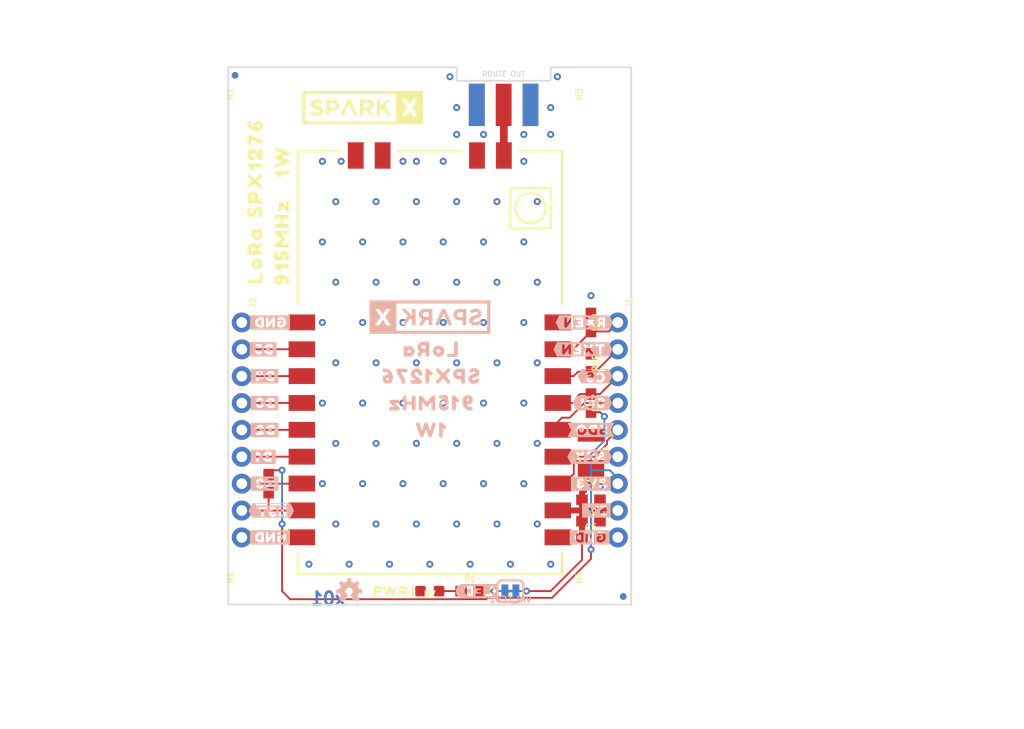
<source format=kicad_pcb>
(kicad_pcb (version 20171130) (host pcbnew "(5.1.6)-1")

  (general
    (thickness 1.6)
    (drawings 12)
    (tracks 171)
    (zones 0)
    (modules 55)
    (nets 20)
  )

  (page A4)
  (layers
    (0 Top signal)
    (31 Bottom signal)
    (32 B.Adhes user)
    (33 F.Adhes user)
    (34 B.Paste user)
    (35 F.Paste user)
    (36 B.SilkS user)
    (37 F.SilkS user)
    (38 B.Mask user)
    (39 F.Mask user)
    (40 Dwgs.User user)
    (41 Cmts.User user)
    (42 Eco1.User user)
    (43 Eco2.User user)
    (44 Edge.Cuts user)
    (45 Margin user)
    (46 B.CrtYd user)
    (47 F.CrtYd user)
    (48 B.Fab user)
    (49 F.Fab user)
  )

  (setup
    (last_trace_width 0.25)
    (trace_clearance 0.1778)
    (zone_clearance 0.508)
    (zone_45_only no)
    (trace_min 0.1778)
    (via_size 0.8)
    (via_drill 0.4)
    (via_min_size 0.4)
    (via_min_drill 0.3)
    (uvia_size 0.3)
    (uvia_drill 0.1)
    (uvias_allowed no)
    (uvia_min_size 0.2)
    (uvia_min_drill 0.1)
    (edge_width 0.05)
    (segment_width 0.2)
    (pcb_text_width 0.3)
    (pcb_text_size 1.5 1.5)
    (mod_edge_width 0.12)
    (mod_text_size 1 1)
    (mod_text_width 0.15)
    (pad_size 1.524 1.524)
    (pad_drill 0.762)
    (pad_to_mask_clearance 0.05)
    (aux_axis_origin 0 0)
    (visible_elements 7FFFFFFF)
    (pcbplotparams
      (layerselection 0x010fc_ffffffff)
      (usegerberextensions false)
      (usegerberattributes true)
      (usegerberadvancedattributes true)
      (creategerberjobfile true)
      (excludeedgelayer true)
      (linewidth 0.100000)
      (plotframeref false)
      (viasonmask false)
      (mode 1)
      (useauxorigin false)
      (hpglpennumber 1)
      (hpglpenspeed 20)
      (hpglpendiameter 15.000000)
      (psnegative false)
      (psa4output false)
      (plotreference true)
      (plotvalue true)
      (plotinvisibletext false)
      (padsonsilk false)
      (subtractmaskfromsilk false)
      (outputformat 1)
      (mirror false)
      (drillshape 1)
      (scaleselection 1)
      (outputdirectory ""))
  )

  (net 0 "")
  (net 1 GND)
  (net 2 3.3V)
  (net 3 5V)
  (net 4 "Net-(R1-Pad2)")
  (net 5 "Net-(D7-PadA)")
  (net 6 "Net-(E1-PadSIG)")
  (net 7 /LORA_RXEN)
  (net 8 /LORA_TXEN)
  (net 9 /LORA_~CS~)
  (net 10 /LORA_COPI)
  (net 11 /LORA_CIPO)
  (net 12 /LORA_SCK)
  (net 13 /LORA_D5)
  (net 14 /LORA_D4)
  (net 15 /LORA_D3)
  (net 16 /LORA_D2)
  (net 17 /LORA_D1)
  (net 18 /LORA_D0)
  (net 19 /LORA_~RST~)

  (net_class Default "This is the default net class."
    (clearance 0.1778)
    (trace_width 0.25)
    (via_dia 0.8)
    (via_drill 0.4)
    (uvia_dia 0.3)
    (uvia_drill 0.1)
    (add_net /LORA_CIPO)
    (add_net /LORA_COPI)
    (add_net /LORA_D0)
    (add_net /LORA_D1)
    (add_net /LORA_D2)
    (add_net /LORA_D3)
    (add_net /LORA_D4)
    (add_net /LORA_D5)
    (add_net /LORA_RXEN)
    (add_net /LORA_SCK)
    (add_net /LORA_TXEN)
    (add_net /LORA_~CS~)
    (add_net /LORA_~RST~)
    (add_net 3.3V)
    (add_net 5V)
    (add_net GND)
    (add_net "Net-(D7-PadA)")
    (add_net "Net-(E1-PadSIG)")
    (add_net "Net-(R1-Pad2)")
  )

  (module LoRa_1W_Breakout:FIDUCIAL-MICRO (layer Top) (tedit 0) (tstamp 6185BF3C)
    (at 166.7891 129.6416 90)
    (descr "<h3>Fiducial - Circle, 0.25in</h3>\n<p>Point-of-reference for pick-and-place machines and other optical instruments.</p>\n<p>Devices using:\n<ul><li>FIDUCIAL</li></ul></p>")
    (path /FEEA320C)
    (fp_text reference FD1 (at 0 0 90) (layer F.SilkS) hide
      (effects (font (size 1.27 1.27) (thickness 0.15)))
    )
    (fp_text value FIDUCIALUFIDUCIAL (at 0 0 90) (layer F.SilkS) hide
      (effects (font (size 1.27 1.27) (thickness 0.15)))
    )
    (pad 1 smd roundrect (at 0 0 90) (size 0.635 0.635) (layers Top F.Mask) (roundrect_rratio 0.5)
      (solder_mask_margin 0.1016))
  )

  (module LoRa_1W_Breakout:FIDUCIAL-MICRO (layer Top) (tedit 0) (tstamp 6185BF40)
    (at 130.0861 80.3656 90)
    (descr "<h3>Fiducial - Circle, 0.25in</h3>\n<p>Point-of-reference for pick-and-place machines and other optical instruments.</p>\n<p>Devices using:\n<ul><li>FIDUCIAL</li></ul></p>")
    (path /95FAA9EC)
    (fp_text reference FD2 (at 0 0 90) (layer F.SilkS) hide
      (effects (font (size 1.27 1.27) (thickness 0.15)))
    )
    (fp_text value FIDUCIALUFIDUCIAL (at 0 0 90) (layer F.SilkS) hide
      (effects (font (size 1.27 1.27) (thickness 0.15)))
    )
    (pad 1 smd roundrect (at 0 0 90) (size 0.635 0.635) (layers Top F.Mask) (roundrect_rratio 0.5)
      (solder_mask_margin 0.1016))
  )

  (module LoRa_1W_Breakout:FIDUCIAL-MICRO (layer Bottom) (tedit 0) (tstamp 6185BF44)
    (at 166.7891 129.6416 270)
    (descr "<h3>Fiducial - Circle, 0.25in</h3>\n<p>Point-of-reference for pick-and-place machines and other optical instruments.</p>\n<p>Devices using:\n<ul><li>FIDUCIAL</li></ul></p>")
    (path /D3FECBB7)
    (fp_text reference FD3 (at 0 0 270) (layer B.SilkS) hide
      (effects (font (size 1.27 1.27) (thickness 0.15)) (justify mirror))
    )
    (fp_text value FIDUCIALUFIDUCIAL (at 0 0 270) (layer B.SilkS) hide
      (effects (font (size 1.27 1.27) (thickness 0.15)) (justify mirror))
    )
    (pad 1 smd roundrect (at 0 0 270) (size 0.635 0.635) (layers Bottom B.Mask) (roundrect_rratio 0.5)
      (solder_mask_margin 0.1016))
  )

  (module LoRa_1W_Breakout:FIDUCIAL-MICRO (layer Bottom) (tedit 0) (tstamp 6185BF48)
    (at 130.0861 80.3656 270)
    (descr "<h3>Fiducial - Circle, 0.25in</h3>\n<p>Point-of-reference for pick-and-place machines and other optical instruments.</p>\n<p>Devices using:\n<ul><li>FIDUCIAL</li></ul></p>")
    (path /2754A163)
    (fp_text reference FD4 (at 0 0 270) (layer B.SilkS) hide
      (effects (font (size 1.27 1.27) (thickness 0.15)) (justify mirror))
    )
    (fp_text value FIDUCIALUFIDUCIAL (at 0 0 270) (layer B.SilkS) hide
      (effects (font (size 1.27 1.27) (thickness 0.15)) (justify mirror))
    )
    (pad 1 smd roundrect (at 0 0 270) (size 0.635 0.635) (layers Bottom B.Mask) (roundrect_rratio 0.5)
      (solder_mask_margin 0.1016))
  )

  (module LoRa_1W_Breakout:STAND-OFF (layer Top) (tedit 0) (tstamp 6185BF4C)
    (at 131.9911 82.1436 90)
    (descr "<h3>Standoff (#4 Screw)</h3>\n<p>This is the mechanical footprint for a #4 phillips button head screw. Use the keepout ring to avoid running the screw head into surrounding components.</p>\n<h4>Devices Using</h4>\n<ul><li>STAND-OFF</li></ul>")
    (path /9910BFD8)
    (fp_text reference H1 (at 0 -2.032 90) (layer F.SilkS)
      (effects (font (size 0.57912 0.57912) (thickness 0.115824)) (justify bottom))
    )
    (fp_text value STAND-OFF (at 0 2.032 90) (layer F.Fab)
      (effects (font (size 0.57912 0.57912) (thickness 0.115824)) (justify top))
    )
    (fp_circle (center 0 0) (end 2.794 0) (layer Dwgs.User) (width 0.127))
    (fp_arc (start 0 0) (end 0 1.8542) (angle 180) (layer Dwgs.User) (width 0.2032))
    (fp_arc (start 0 0) (end 0 1.8542) (angle -180) (layer Dwgs.User) (width 0.2032))
    (fp_arc (start 0 0) (end 0 1.8542) (angle 180) (layer Dwgs.User) (width 0.2032))
    (fp_arc (start 0 0) (end 0 -1.8542) (angle 180) (layer Dwgs.User) (width 0.2032))
    (pad "" np_thru_hole circle (at 0 0 90) (size 3.302 3.302) (drill 3.302) (layers *.Cu *.Mask))
  )

  (module LoRa_1W_Breakout:STAND-OFF (layer Top) (tedit 0) (tstamp 6185BF55)
    (at 131.9911 127.8636 90)
    (descr "<h3>Standoff (#4 Screw)</h3>\n<p>This is the mechanical footprint for a #4 phillips button head screw. Use the keepout ring to avoid running the screw head into surrounding components.</p>\n<h4>Devices Using</h4>\n<ul><li>STAND-OFF</li></ul>")
    (path /5D268E00)
    (fp_text reference H2 (at 0 -2.032 90) (layer F.SilkS)
      (effects (font (size 0.57912 0.57912) (thickness 0.115824)) (justify bottom))
    )
    (fp_text value STAND-OFF (at 0 2.032 90) (layer F.Fab)
      (effects (font (size 0.57912 0.57912) (thickness 0.115824)) (justify top))
    )
    (fp_circle (center 0 0) (end 2.794 0) (layer Dwgs.User) (width 0.127))
    (fp_arc (start 0 0) (end 0 1.8542) (angle 180) (layer Dwgs.User) (width 0.2032))
    (fp_arc (start 0 0) (end 0 1.8542) (angle -180) (layer Dwgs.User) (width 0.2032))
    (fp_arc (start 0 0) (end 0 1.8542) (angle 180) (layer Dwgs.User) (width 0.2032))
    (fp_arc (start 0 0) (end 0 -1.8542) (angle 180) (layer Dwgs.User) (width 0.2032))
    (pad "" np_thru_hole circle (at 0 0 90) (size 3.302 3.302) (drill 3.302) (layers *.Cu *.Mask))
  )

  (module LoRa_1W_Breakout:STAND-OFF (layer Top) (tedit 0) (tstamp 6185BF5E)
    (at 165.0111 82.1436 90)
    (descr "<h3>Standoff (#4 Screw)</h3>\n<p>This is the mechanical footprint for a #4 phillips button head screw. Use the keepout ring to avoid running the screw head into surrounding components.</p>\n<h4>Devices Using</h4>\n<ul><li>STAND-OFF</li></ul>")
    (path /DE67D20D)
    (fp_text reference H3 (at 0 -2.032 90) (layer F.SilkS)
      (effects (font (size 0.57912 0.57912) (thickness 0.115824)) (justify bottom))
    )
    (fp_text value STAND-OFF (at 0 2.032 90) (layer F.Fab)
      (effects (font (size 0.57912 0.57912) (thickness 0.115824)) (justify top))
    )
    (fp_circle (center 0 0) (end 2.794 0) (layer Dwgs.User) (width 0.127))
    (fp_arc (start 0 0) (end 0 1.8542) (angle 180) (layer Dwgs.User) (width 0.2032))
    (fp_arc (start 0 0) (end 0 1.8542) (angle -180) (layer Dwgs.User) (width 0.2032))
    (fp_arc (start 0 0) (end 0 1.8542) (angle 180) (layer Dwgs.User) (width 0.2032))
    (fp_arc (start 0 0) (end 0 -1.8542) (angle 180) (layer Dwgs.User) (width 0.2032))
    (pad "" np_thru_hole circle (at 0 0 90) (size 3.302 3.302) (drill 3.302) (layers *.Cu *.Mask))
  )

  (module LoRa_1W_Breakout:STAND-OFF (layer Top) (tedit 0) (tstamp 6185BF67)
    (at 165.0111 127.8636 90)
    (descr "<h3>Standoff (#4 Screw)</h3>\n<p>This is the mechanical footprint for a #4 phillips button head screw. Use the keepout ring to avoid running the screw head into surrounding components.</p>\n<h4>Devices Using</h4>\n<ul><li>STAND-OFF</li></ul>")
    (path /EA162BAB)
    (fp_text reference H4 (at 0 -2.032 90) (layer F.SilkS)
      (effects (font (size 0.57912 0.57912) (thickness 0.115824)) (justify bottom))
    )
    (fp_text value STAND-OFF (at 0 2.032 90) (layer F.Fab)
      (effects (font (size 0.57912 0.57912) (thickness 0.115824)) (justify top))
    )
    (fp_circle (center 0 0) (end 2.794 0) (layer Dwgs.User) (width 0.127))
    (fp_arc (start 0 0) (end 0 1.8542) (angle 180) (layer Dwgs.User) (width 0.2032))
    (fp_arc (start 0 0) (end 0 1.8542) (angle -180) (layer Dwgs.User) (width 0.2032))
    (fp_arc (start 0 0) (end 0 1.8542) (angle 180) (layer Dwgs.User) (width 0.2032))
    (fp_arc (start 0 0) (end 0 -1.8542) (angle 180) (layer Dwgs.User) (width 0.2032))
    (pad "" np_thru_hole circle (at 0 0 90) (size 3.302 3.302) (drill 3.302) (layers *.Cu *.Mask))
  )

  (module LoRa_1W_Breakout:OSHW-LOGO-MINI (layer Bottom) (tedit 0) (tstamp 6185BF70)
    (at 140.8811 129.1336 180)
    (descr "<h3>Open-Source Hardware (OSHW) Logo - Mini - Silkscreen</h3>\n<p>Silkscreen logo for open-source hardware designs.</p>\n<p>Devices using:\n<ul><li>OSHW_LOGO</li></ul></p>")
    (path /03FD88E0)
    (fp_text reference LOGO3 (at 0 0 180) (layer B.SilkS) hide
      (effects (font (size 1.27 1.27) (thickness 0.15)) (justify mirror))
    )
    (fp_text value OSHW-LOGOMINI (at 0 0 180) (layer B.SilkS) hide
      (effects (font (size 1.27 1.27) (thickness 0.15)) (justify mirror))
    )
    (fp_poly (pts (xy 1.2366 -0.172631) (xy 1.2366 0.147368) (xy 0.8766 0.207368) (xy 0.8766 0.247368)
      (xy 0.8666 0.257368) (xy 0.8666 0.277368) (xy 0.8566 0.287368) (xy 0.8466 0.307368)
      (xy 0.8466 0.327368) (xy 0.8366 0.337368) (xy 0.8366 0.357368) (xy 0.8266 0.367368)
      (xy 0.8166 0.387368) (xy 0.8066 0.397368) (xy 0.8066 0.417368) (xy 0.7966 0.427368)
      (xy 0.7866 0.447368) (xy 0.7766 0.457368) (xy 0.9866 0.747368) (xy 0.7566 0.967368)
      (xy 0.4666 0.767368) (xy 0.4566 0.777368) (xy 0.4366 0.787368) (xy 0.4266 0.787368)
      (xy 0.4066 0.797368) (xy 0.3966 0.807368) (xy 0.3766 0.817368) (xy 0.3666 0.817368)
      (xy 0.3466 0.827368) (xy 0.3366 0.837368) (xy 0.3166 0.837368) (xy 0.2966 0.847368)
      (xy 0.2866 0.847368) (xy 0.2666 0.857368) (xy 0.2566 0.857368) (xy 0.2366 0.867368)
      (xy 0.2166 0.867368) (xy 0.1566 1.217368) (xy -0.1634 1.217368) (xy -0.2234 0.867368)
      (xy -0.2334 0.867368) (xy -0.2534 0.857368) (xy -0.2734 0.857368) (xy -0.2834 0.847368)
      (xy -0.3034 0.847368) (xy -0.3234 0.837368) (xy -0.3334 0.837368) (xy -0.3534 0.827368)
      (xy -0.3634 0.817368) (xy -0.3834 0.817368) (xy -0.3934 0.807368) (xy -0.4134 0.797368)
      (xy -0.4234 0.787368) (xy -0.4434 0.787368) (xy -0.4534 0.777368) (xy -0.4734 0.767368)
      (xy -0.7634 0.967368) (xy -0.9834 0.747368) (xy -0.7834 0.457368) (xy -0.7934 0.447368)
      (xy -0.7934 0.427368) (xy -0.8034 0.417368) (xy -0.8134 0.397368) (xy -0.8234 0.387368)
      (xy -0.8234 0.367368) (xy -0.8334 0.357368) (xy -0.8434 0.337368) (xy -0.8434 0.327368)
      (xy -0.8634 0.287368) (xy -0.8634 0.277368) (xy -0.8734 0.257368) (xy -0.8734 0.247368)
      (xy -0.8834 0.227368) (xy -0.8834 0.207368) (xy -1.2334 0.147368) (xy -1.2334 -0.172631)
      (xy -0.8834 -0.232631) (xy -0.8834 -0.242631) (xy -0.8734 -0.262631) (xy -0.8734 -0.282631)
      (xy -0.8634 -0.292631) (xy -0.8634 -0.312631) (xy -0.8534 -0.322631) (xy -0.8434 -0.342631)
      (xy -0.8434 -0.362631) (xy -0.8334 -0.372631) (xy -0.8334 -0.392631) (xy -0.8234 -0.402631)
      (xy -0.8134 -0.422631) (xy -0.8034 -0.432631) (xy -0.7934 -0.452631) (xy -0.7934 -0.462631)
      (xy -0.7834 -0.482631) (xy -0.9834 -0.762631) (xy -0.7634 -0.992631) (xy -0.4734 -0.792631)
      (xy -0.4634 -0.792631) (xy -0.4534 -0.802631) (xy -0.4434 -0.802631) (xy -0.4334 -0.812631)
      (xy -0.4234 -0.812631) (xy -0.4134 -0.822631) (xy -0.4034 -0.822631) (xy -0.3934 -0.832631)
      (xy -0.3834 -0.832631) (xy -0.3734 -0.842631) (xy -0.3634 -0.842631) (xy -0.3534 -0.852631)
      (xy -0.3334 -0.852631) (xy -0.3234 -0.862631) (xy -0.1234 -0.322631) (xy -0.1534 -0.312631)
      (xy -0.1934 -0.292631) (xy -0.2134 -0.272631) (xy -0.2334 -0.262631) (xy -0.2534 -0.242631)
      (xy -0.2634 -0.222631) (xy -0.2834 -0.202631) (xy -0.3034 -0.162631) (xy -0.3134 -0.132631)
      (xy -0.3334 -0.092631) (xy -0.3334 -0.062631) (xy -0.3434 -0.032631) (xy -0.3434 0.027368)
      (xy -0.3034 0.147368) (xy -0.2634 0.207368) (xy -0.2434 0.227368) (xy -0.2134 0.247368)
      (xy -0.1934 0.267368) (xy -0.1634 0.287368) (xy -0.1334 0.297368) (xy -0.1034 0.317368)
      (xy -0.0734 0.317368) (xy -0.0334 0.327368) (xy 0.0366 0.327368) (xy 0.0666 0.317368)
      (xy 0.0966 0.317368) (xy 0.1266 0.297368) (xy 0.1566 0.287368) (xy 0.2166 0.247368)
      (xy 0.2566 0.207368) (xy 0.2966 0.147368) (xy 0.3066 0.117368) (xy 0.3266 0.087368)
      (xy 0.3266 0.057368) (xy 0.3366 0.027368) (xy 0.3366 -0.062631) (xy 0.3266 -0.092631)
      (xy 0.3266 -0.112631) (xy 0.3166 -0.132631) (xy 0.3066 -0.162631) (xy 0.2966 -0.182631)
      (xy 0.2766 -0.202631) (xy 0.2666 -0.222631) (xy 0.2266 -0.262631) (xy 0.2066 -0.272631)
      (xy 0.1866 -0.292631) (xy 0.1266 -0.322631) (xy 0.3266 -0.862631) (xy 0.3266 -0.852631)
      (xy 0.3466 -0.852631) (xy 0.3566 -0.842631) (xy 0.3666 -0.842631) (xy 0.3766 -0.832631)
      (xy 0.3866 -0.832631) (xy 0.3966 -0.822631) (xy 0.4166 -0.822631) (xy 0.4266 -0.812631)
      (xy 0.4366 -0.812631) (xy 0.4566 -0.792631) (xy 0.4666 -0.792631) (xy 0.7566 -0.992631)
      (xy 0.9866 -0.762631) (xy 0.7766 -0.482631) (xy 0.7866 -0.462631) (xy 0.7966 -0.452631)
      (xy 0.8066 -0.432631) (xy 0.8066 -0.422631) (xy 0.8166 -0.402631) (xy 0.8266 -0.392631)
      (xy 0.8366 -0.372631) (xy 0.8366 -0.362631) (xy 0.8566 -0.322631) (xy 0.8566 -0.312631)
      (xy 0.8666 -0.292631) (xy 0.8666 -0.282631) (xy 0.8766 -0.262631) (xy 0.8766 -0.242631)
      (xy 0.8866 -0.232631)) (layer B.SilkS) (width 0))
  )

  (module LoRa_1W_Breakout:0603 (layer Top) (tedit 0) (tstamp 6185BF74)
    (at 163.7411 124.1806)
    (descr "<p><b>Generic 1608 (0603) package</b></p>\n<p>0.2mm courtyard excess rounded to nearest 0.05mm.</p>")
    (path /C1C22508)
    (fp_text reference C5 (at 0 -0.762) (layer F.SilkS)
      (effects (font (size 0.57912 0.57912) (thickness 0.115824)) (justify bottom))
    )
    (fp_text value 1.0uF (at 0 0.762) (layer F.Fab)
      (effects (font (size 0.57912 0.57912) (thickness 0.115824)) (justify top))
    )
    (fp_line (start -1.6 -0.7) (end 1.6 -0.7) (layer Dwgs.User) (width 0.0508))
    (fp_line (start 1.6 -0.7) (end 1.6 0.7) (layer Dwgs.User) (width 0.0508))
    (fp_line (start 1.6 0.7) (end -1.6 0.7) (layer Dwgs.User) (width 0.0508))
    (fp_line (start -1.6 0.7) (end -1.6 -0.7) (layer Dwgs.User) (width 0.0508))
    (fp_line (start -0.356 -0.432) (end 0.356 -0.432) (layer F.Fab) (width 0.1016))
    (fp_line (start -0.356 0.419) (end 0.356 0.419) (layer F.Fab) (width 0.1016))
    (fp_poly (pts (xy -0.8382 0.4699) (xy -0.3381 0.4699) (xy -0.3381 -0.4801) (xy -0.8382 -0.4801)) (layer F.Fab) (width 0))
    (fp_poly (pts (xy 0.3302 0.4699) (xy 0.8303 0.4699) (xy 0.8303 -0.4801) (xy 0.3302 -0.4801)) (layer F.Fab) (width 0))
    (fp_poly (pts (xy -0.1999 0.3) (xy 0.1999 0.3) (xy 0.1999 -0.3) (xy -0.1999 -0.3)) (layer F.Adhes) (width 0))
    (pad 2 smd rect (at 0.85 0) (size 1.1 1) (layers Top F.Paste F.Mask)
      (net 1 GND) (solder_mask_margin 0.1016))
    (pad 1 smd rect (at -0.85 0) (size 1.1 1) (layers Top F.Paste F.Mask)
      (net 3 5V) (solder_mask_margin 0.1016))
  )

  (module LoRa_1W_Breakout:0603 (layer Top) (tedit 0) (tstamp 6185BF82)
    (at 163.7411 122.5296)
    (descr "<p><b>Generic 1608 (0603) package</b></p>\n<p>0.2mm courtyard excess rounded to nearest 0.05mm.</p>")
    (path /8451312A)
    (fp_text reference C6 (at 0 -0.762) (layer F.SilkS)
      (effects (font (size 0.57912 0.57912) (thickness 0.115824)) (justify bottom))
    )
    (fp_text value 0.1uF (at 0 0.762) (layer F.Fab)
      (effects (font (size 0.57912 0.57912) (thickness 0.115824)) (justify top))
    )
    (fp_line (start -1.6 -0.7) (end 1.6 -0.7) (layer Dwgs.User) (width 0.0508))
    (fp_line (start 1.6 -0.7) (end 1.6 0.7) (layer Dwgs.User) (width 0.0508))
    (fp_line (start 1.6 0.7) (end -1.6 0.7) (layer Dwgs.User) (width 0.0508))
    (fp_line (start -1.6 0.7) (end -1.6 -0.7) (layer Dwgs.User) (width 0.0508))
    (fp_line (start -0.356 -0.432) (end 0.356 -0.432) (layer F.Fab) (width 0.1016))
    (fp_line (start -0.356 0.419) (end 0.356 0.419) (layer F.Fab) (width 0.1016))
    (fp_poly (pts (xy -0.8382 0.4699) (xy -0.3381 0.4699) (xy -0.3381 -0.4801) (xy -0.8382 -0.4801)) (layer F.Fab) (width 0))
    (fp_poly (pts (xy 0.3302 0.4699) (xy 0.8303 0.4699) (xy 0.8303 -0.4801) (xy 0.3302 -0.4801)) (layer F.Fab) (width 0))
    (fp_poly (pts (xy -0.1999 0.3) (xy 0.1999 0.3) (xy 0.1999 -0.3) (xy -0.1999 -0.3)) (layer F.Adhes) (width 0))
    (pad 2 smd rect (at 0.85 0) (size 1.1 1) (layers Top F.Paste F.Mask)
      (net 1 GND) (solder_mask_margin 0.1016))
    (pad 1 smd rect (at -0.85 0) (size 1.1 1) (layers Top F.Paste F.Mask)
      (net 3 5V) (solder_mask_margin 0.1016))
  )

  (module LoRa_1W_Breakout:0603 (layer Top) (tedit 0) (tstamp 6185BF90)
    (at 163.7411 120.4976)
    (descr "<p><b>Generic 1608 (0603) package</b></p>\n<p>0.2mm courtyard excess rounded to nearest 0.05mm.</p>")
    (path /170FC994)
    (fp_text reference C7 (at 0 -0.762) (layer F.SilkS)
      (effects (font (size 0.57912 0.57912) (thickness 0.115824)) (justify bottom))
    )
    (fp_text value 0.22uF (at 0 0.762) (layer F.Fab)
      (effects (font (size 0.57912 0.57912) (thickness 0.115824)) (justify top))
    )
    (fp_line (start -1.6 -0.7) (end 1.6 -0.7) (layer Dwgs.User) (width 0.0508))
    (fp_line (start 1.6 -0.7) (end 1.6 0.7) (layer Dwgs.User) (width 0.0508))
    (fp_line (start 1.6 0.7) (end -1.6 0.7) (layer Dwgs.User) (width 0.0508))
    (fp_line (start -1.6 0.7) (end -1.6 -0.7) (layer Dwgs.User) (width 0.0508))
    (fp_line (start -0.356 -0.432) (end 0.356 -0.432) (layer F.Fab) (width 0.1016))
    (fp_line (start -0.356 0.419) (end 0.356 0.419) (layer F.Fab) (width 0.1016))
    (fp_poly (pts (xy -0.8382 0.4699) (xy -0.3381 0.4699) (xy -0.3381 -0.4801) (xy -0.8382 -0.4801)) (layer F.Fab) (width 0))
    (fp_poly (pts (xy 0.3302 0.4699) (xy 0.8303 0.4699) (xy 0.8303 -0.4801) (xy 0.3302 -0.4801)) (layer F.Fab) (width 0))
    (fp_poly (pts (xy -0.1999 0.3) (xy 0.1999 0.3) (xy 0.1999 -0.3) (xy -0.1999 -0.3)) (layer F.Adhes) (width 0))
    (pad 2 smd rect (at 0.85 0) (size 1.1 1) (layers Top F.Paste F.Mask)
      (net 1 GND) (solder_mask_margin 0.1016))
    (pad 1 smd rect (at -0.85 0) (size 1.1 1) (layers Top F.Paste F.Mask)
      (net 3 5V) (solder_mask_margin 0.1016))
  )

  (module LoRa_1W_Breakout:SMT-JUMPER_2_NC_TRACE_SILK (layer Bottom) (tedit 0) (tstamp 6185BF9E)
    (at 156.1211 129.1336)
    (path /A4F719A7)
    (fp_text reference VIN_LED1 (at 0 1.143) (layer B.SilkS)
      (effects (font (size 0.57912 0.57912) (thickness 0.115824)) (justify bottom mirror))
    )
    (fp_text value JUMPER-SMT_2_NC_TRACE_SILK (at 0 -1.143) (layer B.Fab)
      (effects (font (size 0.57912 0.57912) (thickness 0.115824)) (justify top mirror))
    )
    (fp_line (start 0.762 -1.016) (end -0.762 -1.016) (layer B.SilkS) (width 0.2032))
    (fp_line (start 1.2192 -0.5588) (end 1.2192 0.5588) (layer B.SilkS) (width 0.2032))
    (fp_line (start -1.2192 -0.5588) (end -1.2192 0.5588) (layer B.SilkS) (width 0.2032))
    (fp_line (start -0.762 1.016) (end 0.762 1.016) (layer B.SilkS) (width 0.2032))
    (fp_poly (pts (xy -0.1905 0.127) (xy 0.1905 0.127) (xy 0.1905 -0.127) (xy -0.1905 -0.127)) (layer B.Mask) (width 0))
    (fp_poly (pts (xy -0.6985 0.127) (xy 0.18415 0.127) (xy 0.18415 -0.127) (xy -0.6985 -0.127)) (layer Bottom) (width 0))
    (fp_arc (start 0.762 -0.5588) (end 0.762 -1.016) (angle 90) (layer B.SilkS) (width 0.2032))
    (fp_arc (start -0.762 -0.5588) (end -1.2192 -0.5588) (angle 90) (layer B.SilkS) (width 0.2032))
    (fp_arc (start -0.762 0.5588) (end -1.2192 0.5588) (angle -90) (layer B.SilkS) (width 0.2032))
    (fp_arc (start 0.762 0.5588) (end 0.762 1.016) (angle -90) (layer B.SilkS) (width 0.2032))
    (pad 2 smd rect (at 0.5207 0) (size 0.6604 1.27) (layers Bottom B.Mask)
      (net 3 5V) (solder_mask_margin 0.1016))
    (pad 1 smd rect (at -0.5207 0) (size 0.6604 1.27) (layers Bottom B.Mask)
      (net 4 "Net-(R1-Pad2)") (solder_mask_margin 0.1016))
  )

  (module LoRa_1W_Breakout:LED-0603 (layer Top) (tedit 0) (tstamp 6185BFAD)
    (at 148.5011 129.1336 180)
    (descr "<B>LED 0603 SMT</B><p>\n0603, surface mount.\n<p>Specifications:\n<ul><li>Pin count: 2</li>\n<li>Pin pitch:0.075inch </li>\n<li>Area: 0.06\" x 0.03\"</li>\n</ul></p>\n<p>Example device(s):\n<ul><li>LED - BLUE</li>")
    (path /0C89955E)
    (fp_text reference D7 (at 0 -0.635) (layer F.SilkS)
      (effects (font (size 0.57912 0.57912) (thickness 0.115824)) (justify bottom))
    )
    (fp_text value Yellow (at 0 0.635) (layer F.Fab)
      (effects (font (size 0.57912 0.57912) (thickness 0.115824)) (justify top))
    )
    (fp_line (start 1.5875 -0.47625) (end 1.5875 0.47625) (layer F.SilkS) (width 0.2032))
    (fp_line (start 0.15875 -0.47625) (end 0.15875 0) (layer F.Fab) (width 0.127))
    (fp_line (start 0.15875 0) (end 0.15875 0.47625) (layer F.Fab) (width 0.127))
    (fp_line (start 0.15875 0) (end -0.15875 -0.3175) (layer F.Fab) (width 0.127))
    (fp_line (start 0.15875 0) (end -0.15875 0.3175) (layer F.Fab) (width 0.127))
    (pad A smd roundrect (at -0.877 0 90) (size 1 1) (layers Top F.Paste F.Mask) (roundrect_rratio 0.15)
      (net 5 "Net-(D7-PadA)") (solder_mask_margin 0.1016))
    (pad C smd roundrect (at 0.877 0 90) (size 1 1) (layers Top F.Paste F.Mask) (roundrect_rratio 0.15)
      (net 1 GND) (solder_mask_margin 0.1016))
  )

  (module LoRa_1W_Breakout:E19-915MS1W (layer Top) (tedit 0) (tstamp 6185BFB7)
    (at 148.5011 107.5436 180)
    (descr "<h3>E19-915M30S - 1W 915M TRX Using SX1276</h3>\n<p>Specifications:\n<ul><li>Pin count: 22</li>\n<li>Pin pitch: Varies</li>\n<li>Area: 1.15 in x 1.65 in</li>\n</ul></p>\n<p><a href=”https://cdn.sparkfun.com/assets/d/8/3/6/e/E19__915M30S__Datasheet_EN_v1.0.pdf”>Datasheet referenced for footprint</a></p>\n<p>Example device(s): \n<ul><li>SAMD21 ProRF 1W</li>\n<li></li>\n</ul></p>")
    (path /BB1C88A0)
    (fp_text reference U4 (at 0 -1) (layer F.SilkS)
      (effects (font (size 0.665 0.665) (thickness 0.0532)))
    )
    (fp_text value E19-915M30S (at 0 1) (layer F.Fab)
      (effects (font (size 0.665 0.665) (thickness 0.0532)))
    )
    (fp_line (start 12.5 20) (end 12.5 -20) (layer F.Fab) (width 0.1))
    (fp_line (start 12.5 -20) (end -12.5 -20) (layer F.Fab) (width 0.1))
    (fp_line (start -12.5 -20) (end -12.5 20) (layer F.Fab) (width 0.1))
    (fp_line (start -12.5 20) (end 12.5 20) (layer F.Fab) (width 0.1))
    (fp_poly (pts (xy 10.85 -15.75) (xy 12.5 -15.75) (xy 12.5 -17.25) (xy 10.85 -17.25)) (layer F.Fab) (width 0))
    (fp_poly (pts (xy 10.6 -15.5) (xy 13.6 -15.5) (xy 13.6 -17.5) (xy 10.6 -17.5)) (layer F.Paste) (width 0))
    (fp_poly (pts (xy 10.85 -13.21) (xy 12.5 -13.21) (xy 12.5 -14.71) (xy 10.85 -14.71)) (layer F.Fab) (width 0))
    (fp_poly (pts (xy 10.6 -12.96) (xy 13.6 -12.96) (xy 13.6 -14.96) (xy 10.6 -14.96)) (layer F.Paste) (width 0))
    (fp_poly (pts (xy 10.85 -10.67) (xy 12.5 -10.67) (xy 12.5 -12.17) (xy 10.85 -12.17)) (layer F.Fab) (width 0))
    (fp_poly (pts (xy 10.6 -10.42) (xy 13.6 -10.42) (xy 13.6 -12.42) (xy 10.6 -12.42)) (layer F.Paste) (width 0))
    (fp_poly (pts (xy 10.85 -8.13) (xy 12.5 -8.13) (xy 12.5 -9.63) (xy 10.85 -9.63)) (layer F.Fab) (width 0))
    (fp_poly (pts (xy 10.6 -7.88) (xy 13.6 -7.88) (xy 13.6 -9.88) (xy 10.6 -9.88)) (layer F.Paste) (width 0))
    (fp_poly (pts (xy 10.85 -5.59) (xy 12.5 -5.59) (xy 12.5 -7.09) (xy 10.85 -7.09)) (layer F.Fab) (width 0))
    (fp_poly (pts (xy 10.6 -5.34) (xy 13.6 -5.34) (xy 13.6 -7.34) (xy 10.6 -7.34)) (layer F.Paste) (width 0))
    (fp_poly (pts (xy 10.85 -3.05) (xy 12.5 -3.05) (xy 12.5 -4.55) (xy 10.85 -4.55)) (layer F.Fab) (width 0))
    (fp_poly (pts (xy 10.6 -2.8) (xy 13.6 -2.8) (xy 13.6 -4.8) (xy 10.6 -4.8)) (layer F.Paste) (width 0))
    (fp_poly (pts (xy 10.85 -0.51) (xy 12.5 -0.51) (xy 12.5 -2.01) (xy 10.85 -2.01)) (layer F.Fab) (width 0))
    (fp_poly (pts (xy 10.6 -0.26) (xy 13.6 -0.26) (xy 13.6 -2.26) (xy 10.6 -2.26)) (layer F.Paste) (width 0))
    (fp_poly (pts (xy 10.85 2.03) (xy 12.5 2.03) (xy 12.5 0.53) (xy 10.85 0.53)) (layer F.Fab) (width 0))
    (fp_poly (pts (xy 10.6 2.28) (xy 13.6 2.28) (xy 13.6 0.28) (xy 10.6 0.28)) (layer F.Paste) (width 0))
    (fp_poly (pts (xy 10.85 4.57) (xy 12.5 4.57) (xy 12.5 3.07) (xy 10.85 3.07)) (layer F.Fab) (width 0))
    (fp_poly (pts (xy 10.6 4.82) (xy 13.6 4.82) (xy 13.6 2.82) (xy 10.6 2.82)) (layer F.Paste) (width 0))
    (fp_poly (pts (xy -10.85 -17.25) (xy -12.5 -17.25) (xy -12.5 -15.75) (xy -10.85 -15.75)) (layer F.Fab) (width 0))
    (fp_poly (pts (xy -10.6 -17.5) (xy -13.6 -17.5) (xy -13.6 -15.5) (xy -10.6 -15.5)) (layer F.Paste) (width 0))
    (fp_poly (pts (xy -10.85 -14.71) (xy -12.5 -14.71) (xy -12.5 -13.21) (xy -10.85 -13.21)) (layer F.Fab) (width 0))
    (fp_poly (pts (xy -10.6 -14.96) (xy -13.6 -14.96) (xy -13.6 -12.96) (xy -10.6 -12.96)) (layer F.Paste) (width 0))
    (fp_poly (pts (xy -10.85 -12.17) (xy -12.5 -12.17) (xy -12.5 -10.67) (xy -10.85 -10.67)) (layer F.Fab) (width 0))
    (fp_poly (pts (xy -10.6 -12.42) (xy -13.6 -12.42) (xy -13.6 -10.42) (xy -10.6 -10.42)) (layer F.Paste) (width 0))
    (fp_poly (pts (xy -10.85 -9.63) (xy -12.5 -9.63) (xy -12.5 -8.13) (xy -10.85 -8.13)) (layer F.Fab) (width 0))
    (fp_poly (pts (xy -10.6 -9.88) (xy -13.6 -9.88) (xy -13.6 -7.88) (xy -10.6 -7.88)) (layer F.Paste) (width 0))
    (fp_poly (pts (xy -10.85 -7.09) (xy -12.5 -7.09) (xy -12.5 -5.59) (xy -10.85 -5.59)) (layer F.Fab) (width 0))
    (fp_poly (pts (xy -10.6 -7.34) (xy -13.6 -7.34) (xy -13.6 -5.34) (xy -10.6 -5.34)) (layer F.Paste) (width 0))
    (fp_poly (pts (xy -10.85 -4.55) (xy -12.5 -4.55) (xy -12.5 -3.05) (xy -10.85 -3.05)) (layer F.Fab) (width 0))
    (fp_poly (pts (xy -10.6 -4.8) (xy -13.6 -4.8) (xy -13.6 -2.8) (xy -10.6 -2.8)) (layer F.Paste) (width 0))
    (fp_poly (pts (xy -10.85 -2.01) (xy -12.5 -2.01) (xy -12.5 -0.51) (xy -10.85 -0.51)) (layer F.Fab) (width 0))
    (fp_poly (pts (xy -10.6 -2.26) (xy -13.6 -2.26) (xy -13.6 -0.26) (xy -10.6 -0.26)) (layer F.Paste) (width 0))
    (fp_poly (pts (xy -10.85 0.53) (xy -12.5 0.53) (xy -12.5 2.03) (xy -10.85 2.03)) (layer F.Fab) (width 0))
    (fp_poly (pts (xy -10.6 0.28) (xy -13.6 0.28) (xy -13.6 2.28) (xy -10.6 2.28)) (layer F.Paste) (width 0))
    (fp_poly (pts (xy -10.85 3.07) (xy -12.5 3.07) (xy -12.5 4.57) (xy -10.85 4.57)) (layer F.Fab) (width 0))
    (fp_poly (pts (xy -10.6 2.82) (xy -13.6 2.82) (xy -13.6 4.82) (xy -10.6 4.82)) (layer F.Paste) (width 0))
    (fp_poly (pts (xy -7.75 18.35) (xy -7.75 20) (xy -6.25 20) (xy -6.25 18.35)) (layer F.Fab) (width 0))
    (fp_poly (pts (xy -8 18.1) (xy -8 21.1) (xy -6 21.1) (xy -6 18.1)) (layer F.Paste) (width 0))
    (fp_poly (pts (xy -5.21 18.35) (xy -5.21 20) (xy -3.71 20) (xy -3.71 18.35)) (layer F.Fab) (width 0))
    (fp_poly (pts (xy -5.46 18.1) (xy -5.46 21.1) (xy -3.46 21.1) (xy -3.46 18.1)) (layer F.Paste) (width 0))
    (fp_poly (pts (xy 3.71 18.35) (xy 3.71 20) (xy 5.21 20) (xy 5.21 18.35)) (layer F.Fab) (width 0))
    (fp_poly (pts (xy 3.46 18.1) (xy 3.46 21.1) (xy 5.46 21.1) (xy 5.46 18.1)) (layer F.Paste) (width 0))
    (fp_poly (pts (xy 6.25 18.35) (xy 6.25 20) (xy 7.75 20) (xy 7.75 18.35)) (layer F.Fab) (width 0))
    (fp_poly (pts (xy 6 18.1) (xy 6 21.1) (xy 8 21.1) (xy 8 18.1)) (layer F.Paste) (width 0))
    (fp_line (start -12.5 -18) (end -12.5 -20) (layer F.SilkS) (width 0.2032))
    (fp_line (start -12.5 -20) (end 12.5 -20) (layer F.SilkS) (width 0.2032))
    (fp_line (start 12.5 -20) (end 12.5 -18) (layer F.SilkS) (width 0.2032))
    (fp_line (start 12.5 5.5) (end 12.5 20) (layer F.SilkS) (width 0.2032))
    (fp_line (start 12.5 20) (end 8.5 20) (layer F.SilkS) (width 0.2032))
    (fp_line (start 3 20) (end -3 20) (layer F.SilkS) (width 0.2032))
    (fp_line (start -8.5 20) (end -12.5 20) (layer F.SilkS) (width 0.2032))
    (fp_line (start -12.5 20) (end -12.5 5.5) (layer F.SilkS) (width 0.2032))
    (fp_line (start -11.43 12.7) (end -7.62 12.7) (layer F.SilkS) (width 0.2032))
    (fp_line (start -7.62 12.7) (end -7.62 16.51) (layer F.SilkS) (width 0.2032))
    (fp_line (start -7.62 16.51) (end -11.43 16.51) (layer F.SilkS) (width 0.2032))
    (fp_line (start -11.43 16.51) (end -11.43 12.7) (layer F.SilkS) (width 0.2032))
    (fp_circle (center -9.525 14.605) (end -8.105097 14.605) (layer F.SilkS) (width 0.2032))
    (pad 22 smd rect (at 7 19.6 270) (size 2.5 1.5) (layers Top F.Mask)
      (net 1 GND) (solder_mask_margin 0.1016))
    (pad 21 smd rect (at 4.46 19.6 270) (size 2.5 1.5) (layers Top F.Mask)
      (net 1 GND) (solder_mask_margin 0.1016))
    (pad 20 smd rect (at -4.46 19.6 270) (size 2.5 1.5) (layers Top F.Mask)
      (net 1 GND) (solder_mask_margin 0.1016))
    (pad 19 smd rect (at -7 19.6 270) (size 2.5 1.5) (layers Top F.Mask)
      (net 6 "Net-(E1-PadSIG)") (solder_mask_margin 0.1016))
    (pad 18 smd rect (at -12.1 3.82 180) (size 2.5 1.5) (layers Top F.Mask)
      (net 1 GND) (solder_mask_margin 0.1016))
    (pad 17 smd rect (at -12.1 1.28 180) (size 2.5 1.5) (layers Top F.Mask)
      (net 7 /LORA_RXEN) (solder_mask_margin 0.1016))
    (pad 16 smd rect (at -12.1 -1.26 180) (size 2.5 1.5) (layers Top F.Mask)
      (net 8 /LORA_TXEN) (solder_mask_margin 0.1016))
    (pad 15 smd rect (at -12.1 -3.8 180) (size 2.5 1.5) (layers Top F.Mask)
      (net 9 /LORA_~CS~) (solder_mask_margin 0.1016))
    (pad 14 smd rect (at -12.1 -6.34 180) (size 2.5 1.5) (layers Top F.Mask)
      (net 10 /LORA_COPI) (solder_mask_margin 0.1016))
    (pad 13 smd rect (at -12.1 -8.88 180) (size 2.5 1.5) (layers Top F.Mask)
      (net 11 /LORA_CIPO) (solder_mask_margin 0.1016))
    (pad 12 smd rect (at -12.1 -11.42 180) (size 2.5 1.5) (layers Top F.Mask)
      (net 12 /LORA_SCK) (solder_mask_margin 0.1016))
    (pad 11 smd rect (at -12.1 -13.96 180) (size 2.5 1.5) (layers Top F.Mask)
      (net 3 5V) (solder_mask_margin 0.1016))
    (pad 10 smd rect (at -12.1 -16.5 180) (size 2.5 1.5) (layers Top F.Mask)
      (net 1 GND) (solder_mask_margin 0.1016))
    (pad 1 smd rect (at 12.1 3.82) (size 2.5 1.5) (layers Top F.Mask)
      (net 1 GND) (solder_mask_margin 0.1016))
    (pad 2 smd rect (at 12.1 1.28) (size 2.5 1.5) (layers Top F.Mask)
      (net 13 /LORA_D5) (solder_mask_margin 0.1016))
    (pad 3 smd rect (at 12.1 -1.26) (size 2.5 1.5) (layers Top F.Mask)
      (net 14 /LORA_D4) (solder_mask_margin 0.1016))
    (pad 4 smd rect (at 12.1 -3.8) (size 2.5 1.5) (layers Top F.Mask)
      (net 15 /LORA_D3) (solder_mask_margin 0.1016))
    (pad 5 smd rect (at 12.1 -6.34) (size 2.5 1.5) (layers Top F.Mask)
      (net 16 /LORA_D2) (solder_mask_margin 0.1016))
    (pad 6 smd rect (at 12.1 -8.88) (size 2.5 1.5) (layers Top F.Mask)
      (net 17 /LORA_D1) (solder_mask_margin 0.1016))
    (pad 7 smd rect (at 12.1 -11.42) (size 2.5 1.5) (layers Top F.Mask)
      (net 18 /LORA_D0) (solder_mask_margin 0.1016))
    (pad 8 smd rect (at 12.1 -13.96) (size 2.5 1.5) (layers Top F.Mask)
      (net 19 /LORA_~RST~) (solder_mask_margin 0.1016))
    (pad 9 smd rect (at 12.1 -16.5) (size 2.5 1.5) (layers Top F.Mask)
      (net 1 GND) (solder_mask_margin 0.1016))
  )

  (module LoRa_1W_Breakout:0603 (layer Top) (tedit 0) (tstamp 6185C00D)
    (at 133.2611 118.9736 90)
    (descr "<p><b>Generic 1608 (0603) package</b></p>\n<p>0.2mm courtyard excess rounded to nearest 0.05mm.</p>")
    (path /A9AEDDF6)
    (fp_text reference R16 (at 0 -0.762 90) (layer F.SilkS)
      (effects (font (size 0.57912 0.57912) (thickness 0.115824)) (justify bottom))
    )
    (fp_text value 100k (at 0 0.762 90) (layer F.Fab)
      (effects (font (size 0.57912 0.57912) (thickness 0.115824)) (justify top))
    )
    (fp_line (start -1.6 -0.7) (end 1.6 -0.7) (layer Dwgs.User) (width 0.0508))
    (fp_line (start 1.6 -0.7) (end 1.6 0.7) (layer Dwgs.User) (width 0.0508))
    (fp_line (start 1.6 0.7) (end -1.6 0.7) (layer Dwgs.User) (width 0.0508))
    (fp_line (start -1.6 0.7) (end -1.6 -0.7) (layer Dwgs.User) (width 0.0508))
    (fp_line (start -0.356 -0.432) (end 0.356 -0.432) (layer F.Fab) (width 0.1016))
    (fp_line (start -0.356 0.419) (end 0.356 0.419) (layer F.Fab) (width 0.1016))
    (fp_poly (pts (xy -0.8382 0.4699) (xy -0.3381 0.4699) (xy -0.3381 -0.4801) (xy -0.8382 -0.4801)) (layer F.Fab) (width 0))
    (fp_poly (pts (xy 0.3302 0.4699) (xy 0.8303 0.4699) (xy 0.8303 -0.4801) (xy 0.3302 -0.4801)) (layer F.Fab) (width 0))
    (fp_poly (pts (xy -0.1999 0.3) (xy 0.1999 0.3) (xy 0.1999 -0.3) (xy -0.1999 -0.3)) (layer F.Adhes) (width 0))
    (pad 2 smd rect (at 0.85 0 90) (size 1.1 1) (layers Top F.Paste F.Mask)
      (net 2 3.3V) (solder_mask_margin 0.1016))
    (pad 1 smd rect (at -0.85 0 90) (size 1.1 1) (layers Top F.Paste F.Mask)
      (net 19 /LORA_~RST~) (solder_mask_margin 0.1016))
  )

  (module LoRa_1W_Breakout:SMA-EDGE (layer Top) (tedit 0) (tstamp 6185C01B)
    (at 155.4861 83.1596)
    (descr "<b>SMA Antenna Connector</b><p>\nThis is a footprint for an edge mount RF antenna. Works pretty well with SMA type connectors but may also work with other edge mount RF connectors. Keep in mind, these edge mount connectors assume you are using a 0.062\" (1.6mm) PCB thickness.")
    (path /E5B70A15)
    (fp_text reference E1 (at 0 0) (layer F.SilkS) hide
      (effects (font (size 1.27 1.27) (thickness 0.15)))
    )
    (fp_text value RP-SMA (at 0 0) (layer F.SilkS) hide
      (effects (font (size 1.27 1.27) (thickness 0.15)))
    )
    (fp_line (start -3.965 -3.581) (end 3.965 -3.581) (layer F.Fab) (width 0.1524))
    (fp_line (start 3.965 -3.581) (end 3.965 -2.381) (layer F.Fab) (width 0.1524))
    (fp_line (start 3.965 -2.381) (end -3.965 -2.381) (layer F.Fab) (width 0.1524))
    (fp_line (start -3.965 -2.381) (end -3.965 -3.581) (layer F.Fab) (width 0.1524))
    (fp_poly (pts (xy -3.05 1.519) (xy -2.01 1.519) (xy -2.01 -2.381) (xy -3.05 -2.381)) (layer F.Fab) (width 0))
    (fp_poly (pts (xy -0.635 1.519) (xy 0.635 1.519) (xy 0.635 -2.381) (xy -0.635 -2.381)) (layer F.Fab) (width 0))
    (fp_poly (pts (xy 2.01 1.519) (xy 3.05 1.519) (xy 3.05 -2.381) (xy 2.01 -2.381)) (layer F.Fab) (width 0))
    (fp_line (start -2.667 -3.5814) (end -2.667 -5.588) (layer F.Fab) (width 0.0762))
    (fp_line (start -2.667 -5.588) (end -3.175 -5.842) (layer F.Fab) (width 0.0762))
    (fp_line (start -3.175 -5.842) (end -2.667 -6.096) (layer F.Fab) (width 0.0762))
    (fp_line (start -2.667 -6.096) (end -3.175 -6.35) (layer F.Fab) (width 0.0762))
    (fp_line (start -3.175 -6.35) (end -2.667 -6.604) (layer F.Fab) (width 0.0762))
    (fp_line (start -2.667 -6.604) (end -3.175 -6.858) (layer F.Fab) (width 0.0762))
    (fp_line (start -3.175 -6.858) (end -2.667 -7.112) (layer F.Fab) (width 0.0762))
    (fp_line (start -2.667 -7.112) (end -3.175 -7.366) (layer F.Fab) (width 0.0762))
    (fp_line (start -3.175 -7.366) (end -2.667 -7.62) (layer F.Fab) (width 0.0762))
    (fp_line (start -3.175 -7.874) (end -2.667 -8.128) (layer F.Fab) (width 0.0762))
    (fp_line (start -2.667 -8.128) (end -3.175 -8.382) (layer F.Fab) (width 0.0762))
    (fp_line (start -3.175 -8.382) (end -2.667 -8.636) (layer F.Fab) (width 0.0762))
    (fp_line (start -2.667 -8.636) (end -3.175 -8.89) (layer F.Fab) (width 0.0762))
    (fp_line (start -3.175 -8.89) (end -2.667 -9.144) (layer F.Fab) (width 0.0762))
    (fp_line (start -2.667 -9.144) (end -2.667 -9.8806) (layer F.Fab) (width 0.0762))
    (fp_line (start -2.667 -9.8806) (end 2.667 -9.8806) (layer F.Fab) (width 0.0762))
    (fp_line (start 2.667 -9.8806) (end 2.667 -9.144) (layer F.Fab) (width 0.0762))
    (fp_line (start 2.667 -9.144) (end 3.175 -8.89) (layer F.Fab) (width 0.0762))
    (fp_line (start 3.175 -8.89) (end 2.667 -8.636) (layer F.Fab) (width 0.0762))
    (fp_line (start 2.667 -8.636) (end 3.175 -8.382) (layer F.Fab) (width 0.0762))
    (fp_line (start 3.175 -8.382) (end 2.667 -8.128) (layer F.Fab) (width 0.0762))
    (fp_line (start 2.667 -8.128) (end 3.175 -7.874) (layer F.Fab) (width 0.0762))
    (fp_line (start 3.175 -7.874) (end 2.667 -7.62) (layer F.Fab) (width 0.0762))
    (fp_line (start 2.667 -7.62) (end 3.175 -7.366) (layer F.Fab) (width 0.0762))
    (fp_line (start 3.175 -7.366) (end 2.667 -7.112) (layer F.Fab) (width 0.0762))
    (fp_line (start 2.667 -7.112) (end 3.175 -6.858) (layer F.Fab) (width 0.0762))
    (fp_line (start 3.175 -6.858) (end 2.667 -6.604) (layer F.Fab) (width 0.0762))
    (fp_line (start 3.175 -6.35) (end 2.667 -6.096) (layer F.Fab) (width 0.0762))
    (fp_line (start 2.667 -6.096) (end 3.175 -5.842) (layer F.Fab) (width 0.0762))
    (fp_line (start 3.175 -5.842) (end 2.667 -5.588) (layer F.Fab) (width 0.0762))
    (fp_line (start 2.667 -5.588) (end 2.667 -3.556) (layer F.Fab) (width 0.0762))
    (fp_line (start -2.667 -9.144) (end 2.667 -9.144) (layer F.Fab) (width 0.0762))
    (fp_line (start -3.175 -7.366) (end 2.667 -7.62) (layer F.Fab) (width 0.0254))
    (fp_line (start -3.175 -6.35) (end 2.667 -6.604) (layer F.Fab) (width 0.0254))
    (fp_line (start -2.667 -6.096) (end 3.175 -6.35) (layer F.Fab) (width 0.0254))
    (fp_line (start -2.667 -5.588) (end 2.667 -5.588) (layer F.Fab) (width 0.0762))
    (fp_line (start -2.667 -8.636) (end 3.175 -8.89) (layer F.Fab) (width 0.0254))
    (fp_line (start 3.175 -8.89) (end -3.175 -8.89) (layer F.Fab) (width 0.0254))
    (fp_line (start -3.175 -7.874) (end 2.667 -8.128) (layer F.Fab) (width 0.0254))
    (fp_line (start -2.667 -8.128) (end 3.175 -8.382) (layer F.Fab) (width 0.0254))
    (fp_line (start -3.175 -8.382) (end 2.667 -8.636) (layer F.Fab) (width 0.0254))
    (fp_line (start -3.175 -7.874) (end -2.667 -7.62) (layer F.Fab) (width 0.0762))
    (fp_line (start -2.667 -7.62) (end 3.175 -7.874) (layer F.Fab) (width 0.0254))
    (fp_line (start -3.175 -6.858) (end 2.667 -7.112) (layer F.Fab) (width 0.0254))
    (fp_line (start -2.667 -6.604) (end 3.175 -6.858) (layer F.Fab) (width 0.0254))
    (fp_line (start -3.175 -5.842) (end 2.667 -6.096) (layer F.Fab) (width 0.0254))
    (fp_line (start -3.175 -5.842) (end 3.175 -5.842) (layer F.Fab) (width 0.0254))
    (fp_line (start -2.667 -7.112) (end 3.175 -7.366) (layer F.Fab) (width 0.0254))
    (fp_line (start 2.667 -6.604) (end 3.175 -6.35) (layer F.Fab) (width 0.0762))
    (pad GND@3 smd rect (at 2.54 0) (size 1.5 4) (layers Bottom B.Mask)
      (net 1 GND) (solder_mask_margin 0.1016))
    (pad GND@2 smd rect (at -2.54 0) (size 1.5 4) (layers Bottom B.Mask)
      (net 1 GND) (solder_mask_margin 0.1016))
    (pad GND@1 smd rect (at 2.54 0) (size 1.5 4) (layers Top F.Mask)
      (net 1 GND) (solder_mask_margin 0.1016))
    (pad SIG smd rect (at 0 0) (size 1.5 4) (layers Top F.Mask)
      (net 6 "Net-(E1-PadSIG)") (solder_mask_margin 0.1016))
    (pad GND@0 smd rect (at -2.54 0) (size 1.5 4) (layers Top F.Mask)
      (net 1 GND) (solder_mask_margin 0.1016))
  )

  (module LoRa_1W_Breakout:0603 (layer Top) (tedit 0) (tstamp 6185C05B)
    (at 163.7411 111.3536 270)
    (descr "<p><b>Generic 1608 (0603) package</b></p>\n<p>0.2mm courtyard excess rounded to nearest 0.05mm.</p>")
    (path /93E118F5)
    (fp_text reference R17 (at 0 -0.762 90) (layer F.SilkS)
      (effects (font (size 0.57912 0.57912) (thickness 0.115824)) (justify bottom))
    )
    (fp_text value 100k (at 0 0.762 90) (layer F.Fab)
      (effects (font (size 0.57912 0.57912) (thickness 0.115824)) (justify top))
    )
    (fp_line (start -1.6 -0.7) (end 1.6 -0.7) (layer Dwgs.User) (width 0.0508))
    (fp_line (start 1.6 -0.7) (end 1.6 0.7) (layer Dwgs.User) (width 0.0508))
    (fp_line (start 1.6 0.7) (end -1.6 0.7) (layer Dwgs.User) (width 0.0508))
    (fp_line (start -1.6 0.7) (end -1.6 -0.7) (layer Dwgs.User) (width 0.0508))
    (fp_line (start -0.356 -0.432) (end 0.356 -0.432) (layer F.Fab) (width 0.1016))
    (fp_line (start -0.356 0.419) (end 0.356 0.419) (layer F.Fab) (width 0.1016))
    (fp_poly (pts (xy -0.8382 0.4699) (xy -0.3381 0.4699) (xy -0.3381 -0.4801) (xy -0.8382 -0.4801)) (layer F.Fab) (width 0))
    (fp_poly (pts (xy 0.3302 0.4699) (xy 0.8303 0.4699) (xy 0.8303 -0.4801) (xy 0.3302 -0.4801)) (layer F.Fab) (width 0))
    (fp_poly (pts (xy -0.1999 0.3) (xy 0.1999 0.3) (xy 0.1999 -0.3) (xy -0.1999 -0.3)) (layer F.Adhes) (width 0))
    (pad 2 smd rect (at 0.85 0 270) (size 1.1 1) (layers Top F.Paste F.Mask)
      (net 2 3.3V) (solder_mask_margin 0.1016))
    (pad 1 smd rect (at -0.85 0 270) (size 1.1 1) (layers Top F.Paste F.Mask)
      (net 9 /LORA_~CS~) (solder_mask_margin 0.1016))
  )

  (module LoRa_1W_Breakout:0603 (layer Top) (tedit 0) (tstamp 6185C069)
    (at 163.7411 103.7336 270)
    (descr "<p><b>Generic 1608 (0603) package</b></p>\n<p>0.2mm courtyard excess rounded to nearest 0.05mm.</p>")
    (path /02F0121E)
    (fp_text reference R18 (at 0 -0.762 90) (layer F.SilkS)
      (effects (font (size 0.57912 0.57912) (thickness 0.115824)) (justify bottom))
    )
    (fp_text value 100k (at 0 0.762 90) (layer F.Fab)
      (effects (font (size 0.57912 0.57912) (thickness 0.115824)) (justify top))
    )
    (fp_line (start -1.6 -0.7) (end 1.6 -0.7) (layer Dwgs.User) (width 0.0508))
    (fp_line (start 1.6 -0.7) (end 1.6 0.7) (layer Dwgs.User) (width 0.0508))
    (fp_line (start 1.6 0.7) (end -1.6 0.7) (layer Dwgs.User) (width 0.0508))
    (fp_line (start -1.6 0.7) (end -1.6 -0.7) (layer Dwgs.User) (width 0.0508))
    (fp_line (start -0.356 -0.432) (end 0.356 -0.432) (layer F.Fab) (width 0.1016))
    (fp_line (start -0.356 0.419) (end 0.356 0.419) (layer F.Fab) (width 0.1016))
    (fp_poly (pts (xy -0.8382 0.4699) (xy -0.3381 0.4699) (xy -0.3381 -0.4801) (xy -0.8382 -0.4801)) (layer F.Fab) (width 0))
    (fp_poly (pts (xy 0.3302 0.4699) (xy 0.8303 0.4699) (xy 0.8303 -0.4801) (xy 0.3302 -0.4801)) (layer F.Fab) (width 0))
    (fp_poly (pts (xy -0.1999 0.3) (xy 0.1999 0.3) (xy 0.1999 -0.3) (xy -0.1999 -0.3)) (layer F.Adhes) (width 0))
    (pad 2 smd rect (at 0.85 0 270) (size 1.1 1) (layers Top F.Paste F.Mask)
      (net 7 /LORA_RXEN) (solder_mask_margin 0.1016))
    (pad 1 smd rect (at -0.85 0 270) (size 1.1 1) (layers Top F.Paste F.Mask)
      (net 1 GND) (solder_mask_margin 0.1016))
  )

  (module LoRa_1W_Breakout:0603 (layer Top) (tedit 0) (tstamp 6185C077)
    (at 163.7411 107.5436 270)
    (descr "<p><b>Generic 1608 (0603) package</b></p>\n<p>0.2mm courtyard excess rounded to nearest 0.05mm.</p>")
    (path /4B9CEEB5)
    (fp_text reference R19 (at 0 -0.762 90) (layer F.SilkS)
      (effects (font (size 0.57912 0.57912) (thickness 0.115824)) (justify bottom))
    )
    (fp_text value 100k (at 0 0.762 90) (layer F.Fab)
      (effects (font (size 0.57912 0.57912) (thickness 0.115824)) (justify top))
    )
    (fp_line (start -1.6 -0.7) (end 1.6 -0.7) (layer Dwgs.User) (width 0.0508))
    (fp_line (start 1.6 -0.7) (end 1.6 0.7) (layer Dwgs.User) (width 0.0508))
    (fp_line (start 1.6 0.7) (end -1.6 0.7) (layer Dwgs.User) (width 0.0508))
    (fp_line (start -1.6 0.7) (end -1.6 -0.7) (layer Dwgs.User) (width 0.0508))
    (fp_line (start -0.356 -0.432) (end 0.356 -0.432) (layer F.Fab) (width 0.1016))
    (fp_line (start -0.356 0.419) (end 0.356 0.419) (layer F.Fab) (width 0.1016))
    (fp_poly (pts (xy -0.8382 0.4699) (xy -0.3381 0.4699) (xy -0.3381 -0.4801) (xy -0.8382 -0.4801)) (layer F.Fab) (width 0))
    (fp_poly (pts (xy 0.3302 0.4699) (xy 0.8303 0.4699) (xy 0.8303 -0.4801) (xy 0.3302 -0.4801)) (layer F.Fab) (width 0))
    (fp_poly (pts (xy -0.1999 0.3) (xy 0.1999 0.3) (xy 0.1999 -0.3) (xy -0.1999 -0.3)) (layer F.Adhes) (width 0))
    (pad 2 smd rect (at 0.85 0 270) (size 1.1 1) (layers Top F.Paste F.Mask)
      (net 8 /LORA_TXEN) (solder_mask_margin 0.1016))
    (pad 1 smd rect (at -0.85 0 270) (size 1.1 1) (layers Top F.Paste F.Mask)
      (net 1 GND) (solder_mask_margin 0.1016))
  )

  (module LoRa_1W_Breakout:0603 (layer Top) (tedit 0) (tstamp 6185C085)
    (at 152.3111 129.1336)
    (descr "<p><b>Generic 1608 (0603) package</b></p>\n<p>0.2mm courtyard excess rounded to nearest 0.05mm.</p>")
    (path /DDF01354)
    (fp_text reference R1 (at 0 -0.762) (layer F.SilkS)
      (effects (font (size 0.57912 0.57912) (thickness 0.115824)) (justify bottom))
    )
    (fp_text value 1k (at 0 0.762) (layer F.Fab)
      (effects (font (size 0.57912 0.57912) (thickness 0.115824)) (justify top))
    )
    (fp_line (start -1.6 -0.7) (end 1.6 -0.7) (layer Dwgs.User) (width 0.0508))
    (fp_line (start 1.6 -0.7) (end 1.6 0.7) (layer Dwgs.User) (width 0.0508))
    (fp_line (start 1.6 0.7) (end -1.6 0.7) (layer Dwgs.User) (width 0.0508))
    (fp_line (start -1.6 0.7) (end -1.6 -0.7) (layer Dwgs.User) (width 0.0508))
    (fp_line (start -0.356 -0.432) (end 0.356 -0.432) (layer F.Fab) (width 0.1016))
    (fp_line (start -0.356 0.419) (end 0.356 0.419) (layer F.Fab) (width 0.1016))
    (fp_poly (pts (xy -0.8382 0.4699) (xy -0.3381 0.4699) (xy -0.3381 -0.4801) (xy -0.8382 -0.4801)) (layer F.Fab) (width 0))
    (fp_poly (pts (xy 0.3302 0.4699) (xy 0.8303 0.4699) (xy 0.8303 -0.4801) (xy 0.3302 -0.4801)) (layer F.Fab) (width 0))
    (fp_poly (pts (xy -0.1999 0.3) (xy 0.1999 0.3) (xy 0.1999 -0.3) (xy -0.1999 -0.3)) (layer F.Adhes) (width 0))
    (pad 2 smd rect (at 0.85 0) (size 1.1 1) (layers Top F.Paste F.Mask)
      (net 4 "Net-(R1-Pad2)") (solder_mask_margin 0.1016))
    (pad 1 smd rect (at -0.85 0) (size 1.1 1) (layers Top F.Paste F.Mask)
      (net 5 "Net-(D7-PadA)") (solder_mask_margin 0.1016))
  )

  (module LoRa_1W_Breakout:CREATIVE_COMMONS (layer Top) (tedit 0) (tstamp 6185C093)
    (at 128.1811 141.8336)
    (descr "<h3>Creative Commons License Template</h3>\n<p>CC BY-SA 4.0 License with <a href=\"https://creativecommons.org/licenses/by-sa/4.0/\">link to license</a> and placeholder for designer name.</p>\n<p>Devices using:\n<ul><li>FRAME_LEDGER</li>\n<li>FRAME_LETTER</li></ul></p>")
    (path /B9163575)
    (fp_text reference FRAME2 (at 0 0) (layer F.SilkS) hide
      (effects (font (size 1.27 1.27) (thickness 0.15)))
    )
    (fp_text value FRAME-LETTER (at 0 0) (layer F.SilkS) hide
      (effects (font (size 1.27 1.27) (thickness 0.15)))
    )
    (fp_text user "Designed by:" (at 11.43 0) (layer F.Fab)
      (effects (font (size 1.6891 1.6891) (thickness 0.14224)) (justify left bottom))
    )
    (fp_text user " https://creativecommons.org/licenses/by-sa/4.0/" (at 0 -2.54) (layer F.Fab)
      (effects (font (size 1.6891 1.6891) (thickness 0.14224)) (justify left bottom))
    )
    (fp_text user "Released under the Creative Commons Attribution Share-Alike 4.0 License" (at -20.32 -5.08) (layer F.Fab)
      (effects (font (size 1.6891 1.6891) (thickness 0.14224)) (justify left bottom))
    )
  )

  (module LoRa_1W_Breakout:EIA3528 (layer Top) (tedit 0) (tstamp 6185C099)
    (at 163.7411 116.0526 270)
    (descr "Generic EIA 3528 polarized tantalum capacitor")
    (path /0D4BADB9)
    (fp_text reference C8 (at 0 -1.778 90) (layer F.SilkS)
      (effects (font (size 0.57912 0.57912) (thickness 0.115824)) (justify bottom))
    )
    (fp_text value 47uF (at 0 1.778 90) (layer F.Fab)
      (effects (font (size 0.57912 0.57912) (thickness 0.115824)) (justify top))
    )
    (fp_line (start -0.9 1.6) (end -2.6 1.6) (layer F.Fab) (width 0.2032))
    (fp_line (start -2.6 1.6) (end -2.6 -1.55) (layer F.Fab) (width 0.2032))
    (fp_line (start -2.6 -1.55) (end -0.9 -1.55) (layer F.Fab) (width 0.2032))
    (fp_line (start 1 1.55) (end 2.2 1.55) (layer F.Fab) (width 0.2032))
    (fp_line (start 2.2 1.55) (end 2.6 1.2) (layer F.Fab) (width 0.2032))
    (fp_line (start 2.6 1.2) (end 2.6 -1.25) (layer F.Fab) (width 0.2032))
    (fp_line (start 2.6 -1.25) (end 2.2 -1.55) (layer F.Fab) (width 0.2032))
    (fp_line (start 2.2 -1.55) (end 1 -1.55) (layer F.Fab) (width 0.2032))
    (fp_line (start 2.641 -1.311) (end 2.641 1.286) (layer F.SilkS) (width 0.2032))
    (pad A smd rect (at 1.65 0) (size 2.5 1.2) (layers Top F.Paste F.Mask)
      (net 3 5V) (solder_mask_margin 0.1016))
    (pad C smd rect (at -1.65 0) (size 2.5 1.2) (layers Top F.Paste F.Mask)
      (net 1 GND) (solder_mask_margin 0.1016))
  )

  (module LoRa_1W_Breakout:1X09_NO_SILK (layer Top) (tedit 0) (tstamp 6185C0A7)
    (at 166.2811 103.7336 270)
    (descr "<h3>Plated Through Hole -9 Pin No Silk</h3>\n<p>Specifications:\n<ul><li>Pin count:9</li>\n<li>Pin pitch:0.1\"</li>\n</ul></p>\n<p>Example device(s):\n<ul><li>CONN_09</li>\n</ul></p>")
    (path /449C7C68)
    (fp_text reference J1 (at -1.27 -1.397 90) (layer F.SilkS)
      (effects (font (size 0.57912 0.57912) (thickness 0.115824)) (justify left bottom))
    )
    (fp_text value CONN_09NO_SILK (at -1.27 2.032 90) (layer F.Fab)
      (effects (font (size 0.57912 0.57912) (thickness 0.115824)) (justify left bottom))
    )
    (fp_poly (pts (xy 14.986 0.254) (xy 15.494 0.254) (xy 15.494 -0.254) (xy 14.986 -0.254)) (layer F.Fab) (width 0))
    (fp_poly (pts (xy 12.446 0.254) (xy 12.954 0.254) (xy 12.954 -0.254) (xy 12.446 -0.254)) (layer F.Fab) (width 0))
    (fp_poly (pts (xy 9.906 0.254) (xy 10.414 0.254) (xy 10.414 -0.254) (xy 9.906 -0.254)) (layer F.Fab) (width 0))
    (fp_poly (pts (xy 7.366 0.254) (xy 7.874 0.254) (xy 7.874 -0.254) (xy 7.366 -0.254)) (layer F.Fab) (width 0))
    (fp_poly (pts (xy 4.826 0.254) (xy 5.334 0.254) (xy 5.334 -0.254) (xy 4.826 -0.254)) (layer F.Fab) (width 0))
    (fp_poly (pts (xy 2.286 0.254) (xy 2.794 0.254) (xy 2.794 -0.254) (xy 2.286 -0.254)) (layer F.Fab) (width 0))
    (fp_poly (pts (xy -0.254 0.254) (xy 0.254 0.254) (xy 0.254 -0.254) (xy -0.254 -0.254)) (layer F.Fab) (width 0))
    (fp_poly (pts (xy 17.526 0.254) (xy 18.034 0.254) (xy 18.034 -0.254) (xy 17.526 -0.254)) (layer F.Fab) (width 0))
    (fp_poly (pts (xy 20.066 0.254) (xy 20.574 0.254) (xy 20.574 -0.254) (xy 20.066 -0.254)) (layer F.Fab) (width 0))
    (pad 9 thru_hole circle (at 20.32 0) (size 1.8796 1.8796) (drill 1.016) (layers *.Cu *.Mask)
      (net 1 GND) (solder_mask_margin 0.1016))
    (pad 8 thru_hole circle (at 17.78 0) (size 1.8796 1.8796) (drill 1.016) (layers *.Cu *.Mask)
      (net 3 5V) (solder_mask_margin 0.1016))
    (pad 7 thru_hole circle (at 15.24 0) (size 1.8796 1.8796) (drill 1.016) (layers *.Cu *.Mask)
      (net 2 3.3V) (solder_mask_margin 0.1016))
    (pad 6 thru_hole circle (at 12.7 0) (size 1.8796 1.8796) (drill 1.016) (layers *.Cu *.Mask)
      (net 12 /LORA_SCK) (solder_mask_margin 0.1016))
    (pad 5 thru_hole circle (at 10.16 0) (size 1.8796 1.8796) (drill 1.016) (layers *.Cu *.Mask)
      (net 11 /LORA_CIPO) (solder_mask_margin 0.1016))
    (pad 4 thru_hole circle (at 7.62 0) (size 1.8796 1.8796) (drill 1.016) (layers *.Cu *.Mask)
      (net 10 /LORA_COPI) (solder_mask_margin 0.1016))
    (pad 3 thru_hole circle (at 5.08 0) (size 1.8796 1.8796) (drill 1.016) (layers *.Cu *.Mask)
      (net 9 /LORA_~CS~) (solder_mask_margin 0.1016))
    (pad 2 thru_hole circle (at 2.54 0) (size 1.8796 1.8796) (drill 1.016) (layers *.Cu *.Mask)
      (net 8 /LORA_TXEN) (solder_mask_margin 0.1016))
    (pad 1 thru_hole circle (at 0 0) (size 1.8796 1.8796) (drill 1.016) (layers *.Cu *.Mask)
      (net 7 /LORA_RXEN) (solder_mask_margin 0.1016))
  )

  (module LoRa_1W_Breakout:1X09_NO_SILK (layer Top) (tedit 0) (tstamp 6185C0BC)
    (at 130.7211 103.7336 270)
    (descr "<h3>Plated Through Hole -9 Pin No Silk</h3>\n<p>Specifications:\n<ul><li>Pin count:9</li>\n<li>Pin pitch:0.1\"</li>\n</ul></p>\n<p>Example device(s):\n<ul><li>CONN_09</li>\n</ul></p>")
    (path /C3E76336)
    (fp_text reference J2 (at -1.27 -1.397 90) (layer F.SilkS)
      (effects (font (size 0.57912 0.57912) (thickness 0.115824)) (justify left bottom))
    )
    (fp_text value CONN_09NO_SILK (at -1.27 2.032 90) (layer F.Fab)
      (effects (font (size 0.57912 0.57912) (thickness 0.115824)) (justify left bottom))
    )
    (fp_poly (pts (xy 14.986 0.254) (xy 15.494 0.254) (xy 15.494 -0.254) (xy 14.986 -0.254)) (layer F.Fab) (width 0))
    (fp_poly (pts (xy 12.446 0.254) (xy 12.954 0.254) (xy 12.954 -0.254) (xy 12.446 -0.254)) (layer F.Fab) (width 0))
    (fp_poly (pts (xy 9.906 0.254) (xy 10.414 0.254) (xy 10.414 -0.254) (xy 9.906 -0.254)) (layer F.Fab) (width 0))
    (fp_poly (pts (xy 7.366 0.254) (xy 7.874 0.254) (xy 7.874 -0.254) (xy 7.366 -0.254)) (layer F.Fab) (width 0))
    (fp_poly (pts (xy 4.826 0.254) (xy 5.334 0.254) (xy 5.334 -0.254) (xy 4.826 -0.254)) (layer F.Fab) (width 0))
    (fp_poly (pts (xy 2.286 0.254) (xy 2.794 0.254) (xy 2.794 -0.254) (xy 2.286 -0.254)) (layer F.Fab) (width 0))
    (fp_poly (pts (xy -0.254 0.254) (xy 0.254 0.254) (xy 0.254 -0.254) (xy -0.254 -0.254)) (layer F.Fab) (width 0))
    (fp_poly (pts (xy 17.526 0.254) (xy 18.034 0.254) (xy 18.034 -0.254) (xy 17.526 -0.254)) (layer F.Fab) (width 0))
    (fp_poly (pts (xy 20.066 0.254) (xy 20.574 0.254) (xy 20.574 -0.254) (xy 20.066 -0.254)) (layer F.Fab) (width 0))
    (pad 9 thru_hole circle (at 20.32 0) (size 1.8796 1.8796) (drill 1.016) (layers *.Cu *.Mask)
      (net 1 GND) (solder_mask_margin 0.1016))
    (pad 8 thru_hole circle (at 17.78 0) (size 1.8796 1.8796) (drill 1.016) (layers *.Cu *.Mask)
      (net 19 /LORA_~RST~) (solder_mask_margin 0.1016))
    (pad 7 thru_hole circle (at 15.24 0) (size 1.8796 1.8796) (drill 1.016) (layers *.Cu *.Mask)
      (net 18 /LORA_D0) (solder_mask_margin 0.1016))
    (pad 6 thru_hole circle (at 12.7 0) (size 1.8796 1.8796) (drill 1.016) (layers *.Cu *.Mask)
      (net 17 /LORA_D1) (solder_mask_margin 0.1016))
    (pad 5 thru_hole circle (at 10.16 0) (size 1.8796 1.8796) (drill 1.016) (layers *.Cu *.Mask)
      (net 16 /LORA_D2) (solder_mask_margin 0.1016))
    (pad 4 thru_hole circle (at 7.62 0) (size 1.8796 1.8796) (drill 1.016) (layers *.Cu *.Mask)
      (net 15 /LORA_D3) (solder_mask_margin 0.1016))
    (pad 3 thru_hole circle (at 5.08 0) (size 1.8796 1.8796) (drill 1.016) (layers *.Cu *.Mask)
      (net 14 /LORA_D4) (solder_mask_margin 0.1016))
    (pad 2 thru_hole circle (at 2.54 0) (size 1.8796 1.8796) (drill 1.016) (layers *.Cu *.Mask)
      (net 13 /LORA_D5) (solder_mask_margin 0.1016))
    (pad 1 thru_hole circle (at 0 0) (size 1.8796 1.8796) (drill 1.016) (layers *.Cu *.Mask)
      (net 1 GND) (solder_mask_margin 0.1016))
  )

  (module LoRa_1W_Breakout:PWR0 (layer Top) (tedit 0) (tstamp 6185C0D1)
    (at 144.8181 129.1336)
    (fp_text reference U$4 (at 0 0) (layer F.SilkS) hide
      (effects (font (size 1.27 1.27) (thickness 0.15)))
    )
    (fp_text value "" (at 0 0) (layer F.SilkS) hide
      (effects (font (size 1.27 1.27) (thickness 0.15)))
    )
    (fp_poly (pts (xy -0.89 -0.24) (xy -0.92 -0.3) (xy -0.96 -0.35) (xy -1.01 -0.4)
      (xy -1.07 -0.44) (xy -1.13 -0.47) (xy -1.2 -0.48) (xy -1.26 -0.48)
      (xy -1.46 -0.48) (xy -1.54 -0.48) (xy -1.6 -0.46) (xy -1.62 -0.41)
      (xy -1.62 0.34) (xy -1.62 0.41) (xy -1.6 0.45) (xy -1.53 0.47)
      (xy -1.44 0.47) (xy -1.4 0.43) (xy -1.39 0.37) (xy -1.39 0.23)
      (xy -1.35 0.21) (xy -1.21 0.21) (xy -1.15 0.2) (xy -1.09 0.18)
      (xy -1.19 -0.02) (xy -1.39 -0.02) (xy -1.39 -0.22) (xy -1.35 -0.25)
      (xy -1.22 -0.25) (xy -1.16 -0.23) (xy -1.12 -0.17) (xy -1.12 -0.1)
      (xy -1.15 -0.05) (xy -1.19 -0.02) (xy -1.09 0.18) (xy -1.03 0.14)
      (xy -0.97 0.1) (xy -0.93 0.05) (xy -0.9 -0.02) (xy -0.89 -0.08)
      (xy -0.88 -0.15) (xy -0.88 -0.22)) (layer F.SilkS) (width 0))
    (fp_poly (pts (xy 0.46 -0.47) (xy 0.39 -0.49) (xy 0.33 -0.45) (xy 0.18 -0.01)
      (xy 0.16 0.01) (xy 0.03 -0.38) (xy 0 -0.44) (xy -0.05 -0.48)
      (xy -0.12 -0.47) (xy -0.18 -0.44) (xy -0.21 -0.37) (xy -0.34 0.01)
      (xy -0.36 -0.01) (xy -0.48 -0.4) (xy -0.51 -0.46) (xy -0.57 -0.49)
      (xy -0.64 -0.47) (xy -0.7 -0.43) (xy -0.71 -0.38) (xy -0.7 -0.31)
      (xy -0.45 0.4) (xy -0.41 0.45) (xy -0.35 0.47) (xy -0.28 0.46)
      (xy -0.24 0.4) (xy -0.16 0.17) (xy -0.08 -0.04) (xy 0.05 0.35)
      (xy 0.07 0.41) (xy 0.12 0.46) (xy 0.18 0.47) (xy 0.25 0.44)
      (xy 0.28 0.39) (xy 0.53 -0.32) (xy 0.55 -0.39) (xy 0.53 -0.43)) (layer F.SilkS) (width 0))
    (fp_poly (pts (xy 1.49 0.27) (xy 1.44 0.14) (xy 1.43 0.09) (xy 1.47 0.04)
      (xy 1.5 -0.02) (xy 1.52 -0.09) (xy 1.52 -0.16) (xy 1.51 -0.23)
      (xy 1.49 -0.29) (xy 1.45 -0.35) (xy 1.41 -0.39) (xy 1.25 -0.23)
      (xy 1.29 -0.17) (xy 1.29 -0.1) (xy 1.25 -0.05) (xy 1.18 -0.03)
      (xy 1.05 -0.03) (xy 1.01 -0.03) (xy 1.01 -0.23) (xy 1.05 -0.26)
      (xy 1.12 -0.26) (xy 1.19 -0.26) (xy 1.25 -0.23) (xy 1.4 -0.4)
      (xy 1.35 -0.44) (xy 1.28 -0.47) (xy 1.22 -0.48) (xy 1.16 -0.49)
      (xy 0.88 -0.49) (xy 0.81 -0.47) (xy 0.78 -0.42) (xy 0.78 -0.35)
      (xy 0.78 0.33) (xy 0.79 0.4) (xy 0.81 0.45) (xy 0.88 0.47)
      (xy 0.96 0.46) (xy 1 0.42) (xy 1.01 0.36) (xy 1.01 0.22)
      (xy 1.06 0.2) (xy 1.2 0.2) (xy 1.25 0.28) (xy 1.32 0.44)
      (xy 1.37 0.47) (xy 1.43 0.46) (xy 1.5 0.42) (xy 1.53 0.37)
      (xy 1.51 0.3)) (layer F.SilkS) (width 0))
  )

  (module LoRa_1W_Breakout:#LED#0 (layer Bottom) (tedit 0) (tstamp 6185C0D7)
    (at 153.0731 129.1336 180)
    (fp_text reference U$15 (at 0 0 180) (layer B.SilkS) hide
      (effects (font (size 1.27 1.27) (thickness 0.15)) (justify mirror))
    )
    (fp_text value "" (at 0 0 180) (layer B.SilkS) hide
      (effects (font (size 1.27 1.27) (thickness 0.15)) (justify mirror))
    )
    (fp_poly (pts (xy -1.49 0.68) (xy -1.76 0.68) (xy -1.77 0.61) (xy -1.77 -0.67)
      (xy -1.71 -0.68) (xy 1.41 -0.68) (xy 1.48 -0.68) (xy 1.54 -0.67)
      (xy 1.61 -0.65) (xy 1.67 -0.63) (xy 1.73 -0.6) (xy 1.79 -0.57)
      (xy 1.85 -0.53) (xy 1.9 -0.49) (xy 1.95 -0.44) (xy 1.99 -0.38)
      (xy 2.02 -0.33) (xy 2.05 -0.27) (xy 2.08 -0.2) (xy 2.09 -0.14)
      (xy 2.1 -0.07) (xy 2.11 0) (xy 2.1 0.06) (xy 2.09 0.13)
      (xy 2.08 0.2) (xy 2.05 0.26) (xy 2.03 0.32) (xy 1.99 0.38)
      (xy 1.95 0.43) (xy 1.9 0.48) (xy 1.85 0.53) (xy 1.8 0.57)
      (xy 1.74 0.6) (xy 1.68 0.63) (xy 1.61 0.65) (xy 1.55 0.67)
      (xy 1.48 0.68) (xy 1.41 0.68) (xy -1.43 0.68) (xy -1.31 0.48)
      (xy -1.22 0.48) (xy -1.16 0.45) (xy -1.15 0.4) (xy -1.14 0.33)
      (xy -1.14 -0.28) (xy -1.09 -0.28) (xy -0.82 -0.28) (xy -0.75 -0.29)
      (xy -0.7 -0.32) (xy -0.7 -0.39) (xy -0.49 -0.38) (xy -0.49 0.37)
      (xy -0.48 0.44) (xy -0.44 0.47) (xy -0.37 0.48) (xy 0.11 0.48)
      (xy 0.18 0.48) (xy 0.23 0.45) (xy 0.25 0.39) (xy 0.24 0.31)
      (xy 0.69 0.22) (xy 0.72 0.25) (xy 0.79 0.25) (xy 0.86 0.25)
      (xy 0.92 0.22) (xy 0.98 0.18) (xy 1.02 0.13) (xy 1.04 0.07)
      (xy 1.05 0) (xy 1.04 -0.07) (xy 1.01 -0.13) (xy 0.97 -0.18)
      (xy 0.92 -0.23) (xy 0.9 -0.24) (xy 0.69 -0.24) (xy 0.68 -0.18)
      (xy 0.68 0.22) (xy 0.24 0.3) (xy 0.21 0.26) (xy 0.15 0.25)
      (xy -0.26 0.25) (xy -0.26 0.19) (xy -0.26 0.12) (xy -0.2 0.12)
      (xy 0 0.12) (xy 0.07 0.1) (xy 0.1 0.06) (xy 0.11 -0.02)
      (xy 0.08 -0.09) (xy 0.03 -0.11) (xy -0.04 -0.12) (xy -0.24 -0.12)
      (xy -0.26 -0.16) (xy -0.26 -0.23) (xy -0.2 -0.24) (xy 0.14 -0.24)
      (xy 0.2 -0.25) (xy 0.24 -0.29) (xy 0.25 -0.37) (xy 0.45 -0.36)
      (xy 0.45 0.39) (xy 0.47 0.45) (xy 0.51 0.48) (xy 0.57 0.48)
      (xy 0.84 0.48) (xy 0.91 0.47) (xy 0.97 0.45) (xy 1.03 0.42)
      (xy 1.09 0.39) (xy 1.14 0.34) (xy 1.19 0.29) (xy 1.22 0.24)
      (xy 1.25 0.18) (xy 1.27 0.11) (xy 1.28 0.04) (xy 1.28 -0.03)
      (xy 1.27 -0.09) (xy 1.25 -0.16) (xy 1.23 -0.22) (xy 1.19 -0.27)
      (xy 1.15 -0.33) (xy 1.09 -0.38) (xy 1.04 -0.41) (xy 0.98 -0.44)
      (xy 0.92 -0.46) (xy 0.85 -0.47) (xy 0.78 -0.47) (xy 0.58 -0.47)
      (xy 0.5 -0.46) (xy 0.46 -0.43) (xy 0.45 -0.36) (xy 0.25 -0.37)
      (xy 0.23 -0.44) (xy 0.19 -0.47) (xy 0.12 -0.47) (xy -0.36 -0.47)
      (xy -0.44 -0.47) (xy -0.48 -0.44) (xy -0.49 -0.38) (xy -0.7 -0.39)
      (xy -0.72 -0.46) (xy -0.78 -0.47) (xy -1.25 -0.47) (xy -1.33 -0.46)
      (xy -1.37 -0.43) (xy -1.37 -0.36) (xy -1.37 0.39) (xy -1.36 0.45)
      (xy -1.31 0.48) (xy -1.43 0.68)) (layer B.SilkS) (width 0))
  )

  (module LoRa_1W_Breakout:#5V#1 (layer Bottom) (tedit 0) (tstamp 6185C0DB)
    (at 164.2491 121.5136 180)
    (fp_text reference U$43 (at 0 0 180) (layer B.SilkS) hide
      (effects (font (size 1.27 1.27) (thickness 0.15)) (justify mirror))
    )
    (fp_text value "" (at 0 0 180) (layer B.SilkS) hide
      (effects (font (size 1.27 1.27) (thickness 0.15)) (justify mirror))
    )
    (fp_poly (pts (xy -1.06 0.68) (xy -1.33 0.68) (xy -1.35 0.63) (xy -1.35 -0.66)
      (xy -1.3 -0.68) (xy 1.34 -0.68) (xy 1.35 -0.62) (xy 1.35 0.67)
      (xy 1.29 0.68) (xy -1.01 0.68) (xy -0.88 0.47) (xy -0.82 0.5)
      (xy -0.79 0.5) (xy -0.51 0.5) (xy -0.44 0.5) (xy -0.39 0.48)
      (xy -0.37 0.42) (xy -0.15 0.4) (xy -0.11 0.45) (xy -0.03 0.48)
      (xy 0.03 0.48) (xy 0.07 0.43) (xy 0.09 0.39) (xy 0.33 -0.14)
      (xy 0.35 -0.13) (xy 0.58 0.36) (xy 0.61 0.43) (xy 0.64 0.48)
      (xy 0.71 0.48) (xy 0.75 0.47) (xy 0.81 0.42) (xy 0.83 0.37)
      (xy 0.8 0.3) (xy 0.47 -0.37) (xy 0.44 -0.43) (xy 0.39 -0.47)
      (xy 0.32 -0.47) (xy 0.26 -0.45) (xy 0.22 -0.39) (xy -0.14 0.34)
      (xy -0.15 0.39) (xy -0.37 0.41) (xy -0.38 0.33) (xy -0.41 0.28)
      (xy -0.48 0.27) (xy -0.68 0.27) (xy -0.71 0.25) (xy -0.71 0.18)
      (xy -0.64 0.17) (xy -0.57 0.16) (xy -0.51 0.13) (xy -0.46 0.09)
      (xy -0.41 0.04) (xy -0.38 -0.02) (xy -0.36 -0.08) (xy -0.35 -0.15)
      (xy -0.36 -0.22) (xy -0.38 -0.28) (xy -0.42 -0.34) (xy -0.46 -0.39)
      (xy -0.52 -0.43) (xy -0.58 -0.46) (xy -0.64 -0.47) (xy -0.71 -0.47)
      (xy -0.78 -0.46) (xy -0.84 -0.44) (xy -0.9 -0.41) (xy -0.96 -0.36)
      (xy -0.99 -0.31) (xy -0.97 -0.25) (xy -0.92 -0.19) (xy -0.86 -0.17)
      (xy -0.81 -0.19) (xy -0.75 -0.23) (xy -0.68 -0.24) (xy -0.62 -0.22)
      (xy -0.58 -0.17) (xy -0.59 -0.1) (xy -0.64 -0.06) (xy -0.72 -0.06)
      (xy -0.77 -0.09) (xy -0.83 -0.11) (xy -0.89 -0.08) (xy -0.96 -0.05)
      (xy -0.98 0) (xy -0.96 0.11) (xy -0.92 0.41) (xy -0.88 0.47)
      (xy -1.01 0.68)) (layer B.SilkS) (width 0))
  )

  (module LoRa_1W_Breakout:#3V3#0 (layer Bottom) (tedit 0) (tstamp 6185C0DF)
    (at 163.7411 118.9736 180)
    (fp_text reference U$44 (at 0 0 180) (layer B.SilkS) hide
      (effects (font (size 1.27 1.27) (thickness 0.15)) (justify mirror))
    )
    (fp_text value "" (at 0 0 180) (layer B.SilkS) hide
      (effects (font (size 1.27 1.27) (thickness 0.15)) (justify mirror))
    )
    (fp_poly (pts (xy -1.57 0.68) (xy -1.84 0.68) (xy -1.86 0.63) (xy -1.86 -0.66)
      (xy -1.81 -0.68) (xy 1.85 -0.68) (xy 1.86 -0.62) (xy 1.86 0.67)
      (xy 1.8 0.68) (xy -1.52 0.68) (xy -1.36 0.42) (xy -1.31 0.46)
      (xy -1.25 0.49) (xy -1.18 0.5) (xy -1.11 0.51) (xy -0.98 0.51)
      (xy -0.94 0.48) (xy -0.89 0.43) (xy -0.84 0.38) (xy -0.8 0.32)
      (xy -0.78 0.26) (xy -0.56 0.36) (xy -0.56 0.41) (xy -0.51 0.46)
      (xy -0.44 0.49) (xy -0.38 0.47) (xy -0.35 0.43) (xy -0.32 0.37)
      (xy -0.12 -0.09) (xy -0.09 -0.15) (xy -0.06 -0.12) (xy 0.17 0.38)
      (xy 0.19 0.44) (xy 0.24 0.48) (xy 0.3 0.48) (xy 0.35 0.46)
      (xy 0.4 0.41) (xy 0.4 0.36) (xy 0.66 0.27) (xy 0.68 0.33)
      (xy 0.72 0.39) (xy 0.77 0.44) (xy 0.82 0.47) (xy 0.89 0.5)
      (xy 0.95 0.51) (xy 1.09 0.51) (xy 1.14 0.51) (xy 1.24 0.41)
      (xy 1.28 0.36) (xy 1.31 0.3) (xy 1.33 0.23) (xy 1.32 0.16)
      (xy 1.3 0.1) (xy 1.25 0.06) (xy 1.25 0.02) (xy 1.3 -0.03)
      (xy 1.34 -0.09) (xy 1.35 -0.15) (xy 1.34 -0.22) (xy 1.32 -0.29)
      (xy 1.29 -0.34) (xy 1.24 -0.39) (xy 1.18 -0.43) (xy 1.12 -0.45)
      (xy 1.06 -0.47) (xy 0.99 -0.47) (xy 0.91 -0.47) (xy 0.85 -0.45)
      (xy 0.79 -0.43) (xy 0.73 -0.39) (xy 0.69 -0.35) (xy 0.65 -0.29)
      (xy 0.63 -0.22) (xy 0.62 -0.16) (xy 0.66 -0.12) (xy 0.73 -0.1)
      (xy 0.81 -0.11) (xy 0.85 -0.15) (xy 0.88 -0.21) (xy 0.94 -0.25)
      (xy 1.01 -0.25) (xy 1.07 -0.23) (xy 1.12 -0.18) (xy 1.1 -0.12)
      (xy 1.05 -0.08) (xy 0.97 -0.07) (xy 0.92 -0.06) (xy 0.89 -0.01)
      (xy 0.88 0.08) (xy 0.91 0.14) (xy 0.96 0.15) (xy 1.04 0.16)
      (xy 1.09 0.19) (xy 1.08 0.25) (xy 1.03 0.28) (xy 0.96 0.28)
      (xy 0.9 0.24) (xy 0.86 0.19) (xy 0.81 0.16) (xy 0.75 0.17)
      (xy 0.68 0.21) (xy 0.66 0.27) (xy 0.4 0.36) (xy 0.38 0.29)
      (xy 0.05 -0.38) (xy 0.01 -0.44) (xy -0.04 -0.47) (xy -0.11 -0.47)
      (xy -0.17 -0.44) (xy -0.2 -0.38) (xy -0.53 0.29) (xy -0.56 0.35)
      (xy -0.78 0.26) (xy -0.78 0.2) (xy -0.79 0.13) (xy -0.83 0.08)
      (xy -0.88 0.04) (xy -0.82 -0.01) (xy -0.78 -0.06) (xy -0.76 -0.12)
      (xy -0.76 -0.19) (xy -0.77 -0.26) (xy -0.8 -0.32) (xy -0.85 -0.37)
      (xy -0.9 -0.41) (xy -0.95 -0.44) (xy -1.02 -0.46) (xy -1.09 -0.47)
      (xy -1.16 -0.47) (xy -1.23 -0.46) (xy -1.29 -0.44) (xy -1.35 -0.41)
      (xy -1.4 -0.37) (xy -1.44 -0.32) (xy -1.47 -0.25) (xy -1.48 -0.19)
      (xy -1.47 -0.13) (xy -1.41 -0.11) (xy -1.33 -0.1) (xy -1.28 -0.13)
      (xy -1.24 -0.19) (xy -1.2 -0.23) (xy -1.13 -0.25) (xy -1.06 -0.24)
      (xy -1.01 -0.21) (xy -0.99 -0.15) (xy -1.03 -0.09) (xy -1.1 -0.07)
      (xy -1.16 -0.07) (xy -1.21 -0.04) (xy -1.23 0.03) (xy -1.21 0.12)
      (xy -1.18 0.15) (xy -1.11 0.16) (xy -1.03 0.17) (xy -1.01 0.22)
      (xy -1.05 0.27) (xy -1.12 0.28) (xy -1.18 0.27) (xy -1.23 0.22)
      (xy -1.27 0.16) (xy -1.33 0.16) (xy -1.4 0.19) (xy -1.44 0.24)
      (xy -1.44 0.3) (xy -1.41 0.36) (xy -1.36 0.42) (xy -1.52 0.68)) (layer B.SilkS) (width 0))
  )

  (module LoRa_1W_Breakout:#SDO#3 (layer Bottom) (tedit 0) (tstamp 6185C0E3)
    (at 163.7411 113.8936 180)
    (fp_text reference U$45 (at 0 0 180) (layer B.SilkS) hide
      (effects (font (size 1.27 1.27) (thickness 0.15)) (justify mirror))
    )
    (fp_text value "" (at 0 0 180) (layer B.SilkS) hide
      (effects (font (size 1.27 1.27) (thickness 0.15)) (justify mirror))
    )
    (fp_poly (pts (xy -1.56 0.68) (xy -2.17 0.68) (xy -2.2 0.66) (xy -1.9 0.05)
      (xy -1.88 -0.01) (xy -2.21 -0.68) (xy -2.15 -0.68) (xy 2.19 -0.68)
      (xy 2.19 -0.64) (xy 1.89 -0.03) (xy 1.89 0.03) (xy 2.19 0.64)
      (xy 2.19 0.68) (xy -1.53 0.68) (xy -1.36 0.46) (xy -1.3 0.49)
      (xy -1.23 0.5) (xy -1.16 0.51) (xy -1.09 0.5) (xy -1.03 0.49)
      (xy -0.96 0.46) (xy -0.91 0.42) (xy -0.86 0.37) (xy -0.88 0.32)
      (xy -0.93 0.25) (xy -0.98 0.22) (xy -1.04 0.24) (xy -1.1 0.28)
      (xy -1.16 0.3) (xy -1.23 0.28) (xy -1.26 0.22) (xy -1.23 0.16)
      (xy -1.17 0.14) (xy -1.03 0.1) (xy -0.97 0.08) (xy -0.91 0.06)
      (xy -0.86 0.01) (xy -0.83 -0.05) (xy -0.81 -0.11) (xy -0.81 -0.19)
      (xy -0.36 -0.19) (xy -0.36 0.21) (xy -0.33 0.25) (xy -0.26 0.25)
      (xy -0.19 0.25) (xy -0.13 0.23) (xy -0.07 0.19) (xy -0.03 0.14)
      (xy 0 0.08) (xy 0.01 0.01) (xy 0 -0.06) (xy -0.02 -0.12)
      (xy -0.06 -0.17) (xy -0.11 -0.22) (xy -0.01 -0.42) (xy -0.07 -0.44)
      (xy -0.13 -0.46) (xy -0.2 -0.47) (xy -0.27 -0.47) (xy -0.47 -0.47)
      (xy -0.55 -0.46) (xy -0.58 -0.42) (xy -0.59 -0.35) (xy -0.59 0.4)
      (xy -0.57 0.45) (xy -0.52 0.48) (xy -0.46 0.48) (xy -0.26 0.48)
      (xy -0.19 0.48) (xy -0.13 0.47) (xy -0.06 0.45) (xy 0 0.42)
      (xy 0.05 0.38) (xy 0.11 0.34) (xy 0.15 0.29) (xy 0.19 0.23)
      (xy 0.21 0.17) (xy 0.23 0.11) (xy 0.24 0.04) (xy 0.65 0.03)
      (xy 0.67 0.1) (xy 0.69 0.16) (xy 0.74 0.21) (xy 0.79 0.25)
      (xy 0.86 0.27) (xy 0.92 0.27) (xy 0.98 0.25) (xy 1.04 0.22)
      (xy 1.09 0.17) (xy 1.12 0.11) (xy 1.13 0.04) (xy 1.13 -0.03)
      (xy 1.11 -0.1) (xy 1.08 -0.15) (xy 1.03 -0.2) (xy 0.97 -0.23)
      (xy 0.91 -0.24) (xy 0.84 -0.24) (xy 0.78 -0.21) (xy 0.72 -0.17)
      (xy 0.67 -0.12) (xy 0.65 -0.04) (xy 0.65 0.03) (xy 0.24 0.04)
      (xy 0.24 -0.03) (xy 0.42 -0.02) (xy 0.43 0.05) (xy 0.43 0.12)
      (xy 0.45 0.18) (xy 0.48 0.25) (xy 0.51 0.31) (xy 0.55 0.36)
      (xy 0.6 0.4) (xy 0.66 0.44) (xy 0.72 0.47) (xy 0.78 0.49)
      (xy 0.85 0.5) (xy 0.89 0.5) (xy 0.96 0.5) (xy 1.02 0.48)
      (xy 1.08 0.46) (xy 1.14 0.43) (xy 1.2 0.38) (xy 1.25 0.33)
      (xy 1.29 0.28) (xy 1.32 0.22) (xy 1.35 0.16) (xy 1.36 0.1)
      (xy 1.36 0.03) (xy 1.36 -0.04) (xy 1.35 -0.11) (xy 1.33 -0.17)
      (xy 1.3 -0.23) (xy 1.26 -0.29) (xy 1.22 -0.34) (xy 1.16 -0.39)
      (xy 1.11 -0.42) (xy 1.05 -0.45) (xy 0.98 -0.47) (xy 0.92 -0.47)
      (xy 0.85 -0.47) (xy 0.78 -0.46) (xy 0.72 -0.44) (xy 0.66 -0.41)
      (xy 0.6 -0.37) (xy 0.55 -0.32) (xy 0.51 -0.27) (xy 0.47 -0.21)
      (xy 0.45 -0.15) (xy 0.43 -0.09) (xy 0.42 -0.02) (xy 0.24 -0.03)
      (xy 0.23 -0.1) (xy 0.21 -0.16) (xy 0.18 -0.22) (xy 0.15 -0.28)
      (xy 0.1 -0.33) (xy 0.05 -0.38) (xy -0.01 -0.42) (xy -0.11 -0.22)
      (xy -0.2 -0.24) (xy -0.34 -0.24) (xy -0.36 -0.2) (xy -0.81 -0.19)
      (xy -0.82 -0.25) (xy -0.85 -0.32) (xy -0.89 -0.37) (xy -0.94 -0.41)
      (xy -1 -0.44) (xy -1.06 -0.46) (xy -1.13 -0.47) (xy -1.2 -0.47)
      (xy -1.26 -0.46) (xy -1.33 -0.44) (xy -1.39 -0.4) (xy -1.44 -0.36)
      (xy -1.47 -0.32) (xy -1.5 -0.26) (xy -1.48 -0.21) (xy -1.43 -0.15)
      (xy -1.37 -0.14) (xy -1.32 -0.16) (xy -1.26 -0.21) (xy -1.2 -0.25)
      (xy -1.13 -0.25) (xy -1.06 -0.23) (xy -1.04 -0.18) (xy -1.06 -0.12)
      (xy -1.12 -0.09) (xy -1.19 -0.08) (xy -1.26 -0.06) (xy -1.32 -0.03)
      (xy -1.38 0) (xy -1.43 0.04) (xy -1.46 0.1) (xy -1.48 0.17)
      (xy -1.49 0.24) (xy -1.48 0.3) (xy -1.45 0.36) (xy -1.41 0.42)
      (xy -1.36 0.46) (xy -1.54 0.68)) (layer B.SilkS) (width 0))
  )

  (module LoRa_1W_Breakout:#SDI#4 (layer Bottom) (tedit 0) (tstamp 6185C0E7)
    (at 163.8681 111.3536 180)
    (fp_text reference U$46 (at 0 0 180) (layer B.SilkS) hide
      (effects (font (size 1.27 1.27) (thickness 0.15)) (justify mirror))
    )
    (fp_text value "" (at 0 0 180) (layer B.SilkS) hide
      (effects (font (size 1.27 1.27) (thickness 0.15)) (justify mirror))
    )
    (fp_poly (pts (xy -1.2 0.68) (xy -1.47 0.68) (xy -1.53 0.66) (xy -1.83 0.05)
      (xy -1.85 -0.01) (xy -1.52 -0.68) (xy -1.45 -0.68) (xy 1.46 -0.68)
      (xy 1.52 -0.67) (xy 1.86 0) (xy 1.52 0.67) (xy 1.46 0.68)
      (xy -1.18 0.68) (xy -1 0.46) (xy -0.95 0.49) (xy -0.88 0.5)
      (xy -0.8 0.51) (xy -0.73 0.5) (xy -0.67 0.49) (xy -0.6 0.46)
      (xy -0.55 0.42) (xy -0.51 0.37) (xy -0.52 0.32) (xy -0.57 0.25)
      (xy -0.62 0.22) (xy -0.68 0.24) (xy -0.74 0.28) (xy -0.81 0.3)
      (xy -0.87 0.28) (xy -0.9 0.22) (xy -0.87 0.17) (xy -0.81 0.14)
      (xy -0.68 0.11) (xy -0.61 0.08) (xy -0.55 0.06) (xy -0.51 0.01)
      (xy -0.47 -0.05) (xy -0.46 -0.11) (xy -0.45 -0.19) (xy 0 -0.19)
      (xy 0 0.21) (xy 0.03 0.25) (xy 0.1 0.25) (xy 0.17 0.25)
      (xy 0.23 0.23) (xy 0.28 0.19) (xy 0.33 0.14) (xy 0.36 0.08)
      (xy 0.37 0.01) (xy 0.36 -0.06) (xy 0.33 -0.12) (xy 0.29 -0.17)
      (xy 0.24 -0.22) (xy 0.35 -0.42) (xy 0.29 -0.44) (xy 0.23 -0.46)
      (xy 0.16 -0.47) (xy -0.11 -0.47) (xy -0.19 -0.46) (xy -0.22 -0.42)
      (xy -0.23 -0.35) (xy -0.23 0.4) (xy -0.21 0.45) (xy -0.16 0.48)
      (xy -0.11 0.48) (xy 0.09 0.48) (xy 0.16 0.48) (xy 0.23 0.47)
      (xy 0.29 0.45) (xy 0.35 0.42) (xy 0.41 0.38) (xy 0.46 0.34)
      (xy 0.51 0.29) (xy 0.54 0.23) (xy 0.57 0.17) (xy 0.8 0.3)
      (xy 0.8 0.37) (xy 0.8 0.43) (xy 0.84 0.47) (xy 0.92 0.48)
      (xy 0.99 0.46) (xy 1.03 0.42) (xy 1.03 0.35) (xy 1.03 -0.33)
      (xy 1.03 -0.4) (xy 1.01 -0.45) (xy 0.95 -0.47) (xy 0.86 -0.47)
      (xy 0.81 -0.44) (xy 0.8 -0.38) (xy 0.8 0.3) (xy 0.57 0.17)
      (xy 0.59 0.11) (xy 0.6 0.04) (xy 0.59 -0.03) (xy 0.58 -0.1)
      (xy 0.57 -0.16) (xy 0.54 -0.22) (xy 0.5 -0.28) (xy 0.46 -0.33)
      (xy 0.4 -0.38) (xy 0.35 -0.42) (xy 0.24 -0.22) (xy 0.15 -0.24)
      (xy 0.02 -0.24) (xy 0 -0.19) (xy -0.45 -0.19) (xy -0.47 -0.25)
      (xy -0.49 -0.31) (xy -0.53 -0.37) (xy -0.58 -0.41) (xy -0.64 -0.44)
      (xy -0.71 -0.46) (xy -0.77 -0.47) (xy -0.84 -0.47) (xy -0.91 -0.46)
      (xy -0.97 -0.44) (xy -1.03 -0.4) (xy -1.08 -0.36) (xy -1.11 -0.32)
      (xy -1.14 -0.26) (xy -1.13 -0.21) (xy -1.07 -0.15) (xy -1.01 -0.14)
      (xy -0.96 -0.16) (xy -0.9 -0.21) (xy -0.84 -0.25) (xy -0.77 -0.26)
      (xy -0.71 -0.23) (xy -0.68 -0.18) (xy -0.71 -0.12) (xy -0.77 -0.09)
      (xy -0.83 -0.08) (xy -0.9 -0.06) (xy -0.96 -0.03) (xy -1.02 0)
      (xy -1.07 0.04) (xy -1.11 0.1) (xy -1.13 0.17) (xy -1.13 0.24)
      (xy -1.12 0.3) (xy -1.09 0.36) (xy -1.05 0.42) (xy -1 0.46)
      (xy -1.18 0.68)) (layer B.SilkS) (width 0))
  )

  (module LoRa_1W_Breakout:##CS##5 (layer Bottom) (tedit 0) (tstamp 6185C0EB)
    (at 164.1221 108.8136 180)
    (fp_text reference U$47 (at 0 0 180) (layer B.SilkS) hide
      (effects (font (size 1.27 1.27) (thickness 0.15)) (justify mirror))
    )
    (fp_text value "" (at 0 0 180) (layer B.SilkS) hide
      (effects (font (size 1.27 1.27) (thickness 0.15)) (justify mirror))
    )
    (fp_poly (pts (xy -0.97 0.68) (xy -1.24 0.68) (xy -1.3 0.67) (xy -1.64 0)
      (xy -1.3 -0.67) (xy -1.24 -0.68) (xy 1.27 -0.68) (xy 1.32 -0.64)
      (xy 1.62 -0.03) (xy 1.62 0.03) (xy 1.32 0.63) (xy 1.28 0.68)
      (xy -0.96 0.68) (xy -0.96 0.61) (xy 0.94 0.61) (xy 0.96 0.56)
      (xy 0.96 0.49) (xy 0.91 0.47) (xy -0.92 0.47) (xy -0.96 0.51)
      (xy -0.96 0.57) (xy -0.96 0.61) (xy -0.96 0.68) (xy -0.68 0.3)
      (xy -0.61 0.33) (xy -0.55 0.35) (xy -0.48 0.36) (xy -0.42 0.37)
      (xy -0.35 0.36) (xy -0.28 0.34) (xy -0.22 0.32) (xy -0.16 0.28)
      (xy -0.11 0.24) (xy -0.11 0.17) (xy -0.15 0.11) (xy -0.21 0.07)
      (xy -0.25 0.07) (xy -0.32 0.11) (xy -0.38 0.13) (xy -0.45 0.14)
      (xy -0.51 0.12) (xy -0.57 0.1) (xy -0.63 0.05) (xy -0.67 0)
      (xy -0.69 -0.06) (xy -0.69 -0.13) (xy -0.68 -0.2) (xy -0.66 -0.26)
      (xy -0.61 -0.31) (xy -0.55 -0.35) (xy -0.49 -0.37) (xy -0.42 -0.38)
      (xy -0.36 -0.37) (xy -0.25 -0.31) (xy -0.2 -0.31) (xy -0.15 -0.36)
      (xy -0.12 -0.43) (xy 0.1 -0.37) (xy 0.13 -0.32) (xy 0.19 -0.28)
      (xy 0.25 -0.28) (xy 0.31 -0.32) (xy 0.36 -0.36) (xy 0.43 -0.39)
      (xy 0.5 -0.38) (xy 0.55 -0.35) (xy 0.56 -0.28) (xy 0.51 -0.24)
      (xy 0.45 -0.22) (xy 0.38 -0.2) (xy 0.31 -0.18) (xy 0.25 -0.15)
      (xy 0.2 -0.12) (xy 0.15 -0.07) (xy 0.13 -0.01) (xy 0.11 0.06)
      (xy 0.11 0.13) (xy 0.13 0.19) (xy 0.17 0.25) (xy 0.21 0.3)
      (xy 0.26 0.34) (xy 0.33 0.36) (xy 0.4 0.37) (xy 0.47 0.37)
      (xy 0.54 0.36) (xy 0.61 0.34) (xy 0.66 0.31) (xy 0.72 0.26)
      (xy 0.73 0.21) (xy 0.7 0.15) (xy 0.65 0.1) (xy 0.59 0.09)
      (xy 0.53 0.12) (xy 0.48 0.16) (xy 0.4 0.16) (xy 0.35 0.12)
      (xy 0.35 0.06) (xy 0.4 0.02) (xy 0.46 0) (xy 0.53 -0.02)
      (xy 0.6 -0.04) (xy 0.66 -0.06) (xy 0.71 -0.1) (xy 0.76 -0.15)
      (xy 0.78 -0.21) (xy 0.79 -0.28) (xy 0.78 -0.36) (xy 0.77 -0.42)
      (xy 0.73 -0.48) (xy 0.69 -0.53) (xy 0.63 -0.56) (xy 0.57 -0.59)
      (xy 0.5 -0.61) (xy 0.44 -0.61) (xy 0.37 -0.6) (xy 0.3 -0.59)
      (xy 0.24 -0.56) (xy 0.18 -0.51) (xy 0.14 -0.47) (xy 0.11 -0.43)
      (xy 0.1 -0.38) (xy -0.12 -0.43) (xy -0.12 -0.49) (xy -0.17 -0.53)
      (xy -0.22 -0.56) (xy -0.29 -0.59) (xy -0.36 -0.6) (xy -0.43 -0.61)
      (xy -0.5 -0.6) (xy -0.56 -0.59) (xy -0.63 -0.57) (xy -0.69 -0.54)
      (xy -0.74 -0.5) (xy -0.79 -0.45) (xy -0.84 -0.4) (xy -0.87 -0.35)
      (xy -0.9 -0.28) (xy -0.92 -0.22) (xy -0.92 -0.15) (xy -0.92 -0.08)
      (xy -0.91 -0.01) (xy -0.9 0.05) (xy -0.87 0.12) (xy -0.83 0.17)
      (xy -0.79 0.22) (xy -0.74 0.26) (xy -0.68 0.3) (xy -0.96 0.68)) (layer B.SilkS) (width 0))
  )

  (module LoRa_1W_Breakout:#TXEN#6 (layer Bottom) (tedit 0) (tstamp 6185C0EF)
    (at 162.9791 106.2736 180)
    (fp_text reference U$48 (at 0 0 180) (layer B.SilkS) hide
      (effects (font (size 1.27 1.27) (thickness 0.15)) (justify mirror))
    )
    (fp_text value "" (at 0 0 180) (layer B.SilkS) hide
      (effects (font (size 1.27 1.27) (thickness 0.15)) (justify mirror))
    )
    (fp_poly (pts (xy -2.12 0.68) (xy -2.39 0.68) (xy -2.45 0.67) (xy -2.79 0)
      (xy -2.45 -0.67) (xy -2.39 -0.68) (xy 2.42 -0.68) (xy 2.47 -0.64)
      (xy 2.77 -0.04) (xy 2.77 0.03) (xy 2.47 0.63) (xy 2.43 0.68)
      (xy -2.11 0.68) (xy -2.05 0.47) (xy -1.96 0.48) (xy -1.29 0.48)
      (xy -1.22 0.47) (xy -1.18 0.43) (xy -0.98 0.4) (xy -0.94 0.46)
      (xy -0.88 0.51) (xy -0.83 0.51) (xy -0.77 0.47) (xy -0.55 0.21)
      (xy -0.5 0.2) (xy -0.28 0.46) (xy -0.22 0.51) (xy -0.17 0.51)
      (xy -0.11 0.47) (xy -0.06 0.41) (xy -0.07 0.36) (xy -0.11 0.3)
      (xy -0.34 0.05) (xy -0.35 0) (xy -0.12 -0.25) (xy -0.07 -0.3)
      (xy -0.06 -0.36) (xy 0.18 -0.34) (xy 0.18 0.34) (xy 0.18 0.41)
      (xy 0.21 0.46) (xy 0.27 0.48) (xy 0.34 0.48) (xy 0.82 0.48)
      (xy 0.88 0.47) (xy 0.92 0.43) (xy 0.92 0.34) (xy 0.9 0.27)
      (xy 0.85 0.25) (xy 0.78 0.25) (xy 0.44 0.25) (xy 0.41 0.22)
      (xy 0.41 0.15) (xy 0.44 0.12) (xy 0.71 0.12) (xy 0.76 0.09)
      (xy 0.78 0.02) (xy 0.77 -0.06) (xy 0.73 -0.1) (xy 0.67 -0.12)
      (xy 0.46 -0.12) (xy 0.41 -0.13) (xy 0.41 -0.2) (xy 0.44 -0.24)
      (xy 0.77 -0.24) (xy 0.84 -0.25) (xy 0.9 -0.27) (xy 0.92 -0.32)
      (xy 1.13 -0.35) (xy 1.13 0.4) (xy 1.15 0.45) (xy 1.21 0.48)
      (xy 1.28 0.48) (xy 1.33 0.45) (xy 1.39 0.39) (xy 1.59 0.12)
      (xy 1.72 -0.05) (xy 1.73 -0.05) (xy 1.73 0.35) (xy 1.74 0.43)
      (xy 1.75 0.46) (xy 1.81 0.48) (xy 1.89 0.48) (xy 1.94 0.45)
      (xy 1.96 0.39) (xy 1.96 0.32) (xy 1.96 -0.36) (xy 1.95 -0.43)
      (xy 1.91 -0.46) (xy 1.83 -0.47) (xy 1.76 -0.46) (xy 1.71 -0.4)
      (xy 1.4 0.01) (xy 1.37 0.04) (xy 1.35 0.06) (xy 1.35 -0.41)
      (xy 1.32 -0.46) (xy 1.25 -0.47) (xy 1.17 -0.46) (xy 1.13 -0.42)
      (xy 1.13 -0.36) (xy 0.92 -0.33) (xy 0.92 -0.41) (xy 0.89 -0.46)
      (xy 0.83 -0.47) (xy 0.28 -0.47) (xy 0.21 -0.46) (xy 0.18 -0.41)
      (xy 0.18 -0.34) (xy -0.06 -0.36) (xy -0.09 -0.42) (xy -0.16 -0.47)
      (xy -0.21 -0.47) (xy -0.26 -0.43) (xy -0.49 -0.17) (xy -0.53 -0.15)
      (xy -0.75 -0.41) (xy -0.81 -0.46) (xy -0.86 -0.47) (xy -0.92 -0.44)
      (xy -0.97 -0.38) (xy -0.97 -0.33) (xy -0.93 -0.26) (xy -0.7 -0.01)
      (xy -0.69 0.04) (xy -0.96 0.35) (xy -0.98 0.4) (xy -1.18 0.43)
      (xy -1.18 0.35) (xy -1.21 0.3) (xy -1.28 0.29) (xy -1.48 0.29)
      (xy -1.52 0.26) (xy -1.52 -0.35) (xy -1.53 -0.42) (xy -1.57 -0.47)
      (xy -1.64 -0.47) (xy -1.7 -0.47) (xy -1.74 -0.41) (xy -1.74 0.26)
      (xy -1.78 0.29) (xy -1.99 0.29) (xy -2.05 0.3) (xy -2.09 0.35)
      (xy -2.09 0.42) (xy -2.05 0.47) (xy -2.11 0.68)) (layer B.SilkS) (width 0))
  )

  (module LoRa_1W_Breakout:#RXEN#7 (layer Bottom) (tedit 0) (tstamp 6185C0F3)
    (at 163.1061 103.7336 180)
    (fp_text reference U$49 (at 0 0 180) (layer B.SilkS) hide
      (effects (font (size 1.27 1.27) (thickness 0.15)) (justify mirror))
    )
    (fp_text value "" (at 0 0 180) (layer B.SilkS) hide
      (effects (font (size 1.27 1.27) (thickness 0.15)) (justify mirror))
    )
    (fp_poly (pts (xy -2.08 0.68) (xy -2.35 0.68) (xy -2.39 0.63) (xy -2.69 0.03)
      (xy -2.69 -0.03) (xy -2.39 -0.64) (xy -2.35 -0.68) (xy 2.32 -0.68)
      (xy 2.38 -0.66) (xy 2.68 -0.05) (xy 2.7 0.01) (xy 2.37 0.68)
      (xy 2.3 0.68) (xy -2.03 0.68) (xy -1.95 0.47) (xy -1.89 0.49)
      (xy -1.61 0.49) (xy -1.54 0.49) (xy -1.48 0.47) (xy -1.42 0.44)
      (xy -1.36 0.4) (xy -1.31 0.36) (xy -1.27 0.3) (xy -1.25 0.24)
      (xy -1.24 0.17) (xy -1.24 0.1) (xy -1.25 0.03) (xy -1.28 -0.03)
      (xy -1.32 -0.08) (xy -1.33 -0.13) (xy -1.27 -0.25) (xy -1.25 -0.31)
      (xy -1.23 -0.37) (xy -1.06 -0.34) (xy -1.03 -0.29) (xy -0.76 0.02)
      (xy -1.03 0.33) (xy -1.06 0.39) (xy -1.04 0.44) (xy -0.98 0.49)
      (xy -0.92 0.51) (xy -0.87 0.49) (xy -0.82 0.44) (xy -0.64 0.23)
      (xy -0.6 0.18) (xy -0.37 0.44) (xy -0.32 0.49) (xy -0.27 0.51)
      (xy -0.21 0.49) (xy -0.15 0.43) (xy -0.14 0.38) (xy -0.17 0.32)
      (xy -0.4 0.07) (xy -0.44 0.02) (xy -0.21 -0.23) (xy -0.16 -0.29)
      (xy -0.14 -0.34) (xy 0.1 -0.35) (xy 0.1 0.32) (xy 0.1 0.4)
      (xy 0.12 0.46) (xy 0.17 0.48) (xy 0.25 0.48) (xy 0.72 0.48)
      (xy 0.79 0.47) (xy 0.83 0.44) (xy 0.84 0.36) (xy 1.05 0.39)
      (xy 1.06 0.45) (xy 1.12 0.48) (xy 1.19 0.48) (xy 1.25 0.45)
      (xy 1.3 0.4) (xy 1.5 0.12) (xy 1.63 -0.05) (xy 1.65 -0.06)
      (xy 1.65 0.35) (xy 1.65 0.42) (xy 1.67 0.46) (xy 1.73 0.48)
      (xy 1.81 0.48) (xy 1.86 0.45) (xy 1.88 0.39) (xy 1.88 0.32)
      (xy 1.88 -0.36) (xy 1.87 -0.42) (xy 1.83 -0.46) (xy 1.75 -0.47)
      (xy 1.68 -0.47) (xy 1.63 -0.41) (xy 1.27 0.07) (xy 1.27 -0.41)
      (xy 1.24 -0.46) (xy 1.18 -0.47) (xy 1.09 -0.47) (xy 1.05 -0.43)
      (xy 1.05 -0.36) (xy 1.05 0.39) (xy 0.84 0.36) (xy 0.83 0.29)
      (xy 0.79 0.26) (xy 0.72 0.25) (xy 0.38 0.25) (xy 0.33 0.23)
      (xy 0.33 0.17) (xy 0.35 0.12) (xy 0.62 0.12) (xy 0.67 0.09)
      (xy 0.7 0.04) (xy 0.7 -0.05) (xy 0.66 -0.1) (xy 0.61 -0.11)
      (xy 0.33 -0.12) (xy 0.33 -0.18) (xy 0.34 -0.24) (xy 0.75 -0.24)
      (xy 0.81 -0.26) (xy 0.84 -0.31) (xy 0.84 -0.4) (xy 0.81 -0.46)
      (xy 0.76 -0.47) (xy 0.22 -0.47) (xy 0.14 -0.46) (xy 0.1 -0.42)
      (xy 0.1 -0.35) (xy -0.14 -0.35) (xy -0.16 -0.4) (xy -0.22 -0.46)
      (xy -0.28 -0.47) (xy -0.33 -0.44) (xy -0.56 -0.18) (xy -0.6 -0.14)
      (xy -0.82 -0.39) (xy -0.87 -0.45) (xy -0.93 -0.47) (xy -0.98 -0.45)
      (xy -1.04 -0.39) (xy -1.06 -0.34) (xy -1.23 -0.37) (xy -1.26 -0.42)
      (xy -1.33 -0.46) (xy -1.39 -0.47) (xy -1.44 -0.44) (xy -1.51 -0.28)
      (xy -1.56 -0.2) (xy -1.69 -0.2) (xy -1.74 -0.22) (xy -1.74 -0.36)
      (xy -1.75 -0.42) (xy -1.79 -0.46) (xy -1.88 -0.47) (xy -1.95 -0.45)
      (xy -1.97 -0.4) (xy -1.97 -0.33) (xy -1.97 0.41) (xy -1.95 0.47)
      (xy -2.03 0.68) (xy -1.74 0.25) (xy -1.68 0.26) (xy -1.62 0.26)
      (xy -1.55 0.25) (xy -1.49 0.22) (xy -1.47 0.16) (xy -1.48 0.09)
      (xy -1.52 0.04) (xy -1.59 0.03) (xy -1.72 0.03) (xy -1.74 0.05)
      (xy -1.74 0.25) (xy -2.03 0.68)) (layer B.SilkS) (width 0))
  )

  (module LoRa_1W_Breakout:#GND#8 (layer Bottom) (tedit 0) (tstamp 6185C0F7)
    (at 163.6141 124.0536 180)
    (fp_text reference U$52 (at 0 0 180) (layer B.SilkS) hide
      (effects (font (size 1.27 1.27) (thickness 0.15)) (justify mirror))
    )
    (fp_text value "" (at 0 0 180) (layer B.SilkS) hide
      (effects (font (size 1.27 1.27) (thickness 0.15)) (justify mirror))
    )
    (fp_poly (pts (xy -1.62 0.68) (xy -1.89 0.68) (xy -1.89 0.61) (xy -1.89 -0.67)
      (xy -1.83 -0.68) (xy 1.89 -0.68) (xy 1.89 -0.61) (xy 1.89 0.67)
      (xy 1.83 0.68) (xy -1.55 0.68) (xy -1.35 0.39) (xy -1.3 0.43)
      (xy -1.24 0.46) (xy -1.18 0.49) (xy -1.11 0.5) (xy -1.05 0.51)
      (xy -0.98 0.5) (xy -0.91 0.49) (xy -0.85 0.47) (xy -0.79 0.44)
      (xy -0.73 0.4) (xy -0.71 0.34) (xy -0.74 0.28) (xy -0.79 0.22)
      (xy -0.84 0.21) (xy -0.97 0.27) (xy -1.03 0.28) (xy -1.1 0.27)
      (xy -1.17 0.25) (xy -1.22 0.21) (xy -1.26 0.16) (xy -1.28 0.09)
      (xy -1.29 0.02) (xy -1.28 -0.05) (xy -1.26 -0.11) (xy -1.22 -0.16)
      (xy -1.16 -0.21) (xy -1.1 -0.23) (xy -1.04 -0.24) (xy -0.97 -0.24)
      (xy -0.91 -0.21) (xy -0.91 -0.08) (xy -1.05 -0.07) (xy -1.09 -0.03)
      (xy -1.09 0.04) (xy -1.07 0.1) (xy -1.01 0.12) (xy -1 0.12)
      (xy -0.79 0.12) (xy -0.72 0.1) (xy -0.69 0.06) (xy -0.68 -0.01)
      (xy -0.68 -0.28) (xy -0.46 -0.37) (xy -0.46 0.38) (xy -0.45 0.44)
      (xy -0.39 0.48) (xy -0.32 0.48) (xy -0.26 0.46) (xy -0.21 0.4)
      (xy 0.07 0.03) (xy 0.13 -0.05) (xy 0.15 -0.07) (xy 0.15 0.34)
      (xy 0.15 0.41) (xy 0.22 0.48) (xy 0.3 0.48) (xy 0.35 0.45)
      (xy 0.37 0.4) (xy 0.38 0.32) (xy 0.81 0.22) (xy 0.85 0.25)
      (xy 0.92 0.25) (xy 0.99 0.25) (xy 1.05 0.22) (xy 1.1 0.18)
      (xy 1.14 0.13) (xy 1.17 0.07) (xy 1.18 0) (xy 1.17 -0.07)
      (xy 1.14 -0.13) (xy 1.09 -0.18) (xy 1.04 -0.23) (xy 1.02 -0.24)
      (xy 0.82 -0.24) (xy 0.81 -0.18) (xy 0.81 0.22) (xy 0.38 0.32)
      (xy 0.38 -0.35) (xy 0.58 -0.36) (xy 0.58 0.39) (xy 0.59 0.45)
      (xy 0.64 0.48) (xy 0.69 0.48) (xy 0.97 0.48) (xy 1.03 0.47)
      (xy 1.1 0.45) (xy 1.16 0.42) (xy 1.21 0.39) (xy 1.27 0.34)
      (xy 1.31 0.29) (xy 1.35 0.24) (xy 1.38 0.18) (xy 1.4 0.11)
      (xy 1.4 0.04) (xy 1.4 -0.03) (xy 1.4 -0.09) (xy 1.38 -0.16)
      (xy 1.35 -0.22) (xy 1.32 -0.27) (xy 1.27 -0.33) (xy 1.22 -0.37)
      (xy 1.16 -0.41) (xy 1.1 -0.44) (xy 1.04 -0.46) (xy 0.97 -0.47)
      (xy 0.91 -0.47) (xy 0.7 -0.47) (xy 0.63 -0.46) (xy 0.59 -0.43)
      (xy 0.58 -0.36) (xy 0.38 -0.36) (xy 0.37 -0.42) (xy 0.33 -0.46)
      (xy 0.25 -0.47) (xy 0.19 -0.47) (xy 0.13 -0.41) (xy -0.23 0.07)
      (xy -0.23 0.01) (xy -0.23 -0.4) (xy -0.26 -0.45) (xy -0.32 -0.47)
      (xy -0.41 -0.47) (xy -0.45 -0.43) (xy -0.46 -0.37) (xy -0.68 -0.28)
      (xy -0.7 -0.34) (xy -0.75 -0.39) (xy -0.8 -0.42) (xy -0.86 -0.45)
      (xy -0.92 -0.46) (xy -1 -0.47) (xy -1.07 -0.47) (xy -1.14 -0.46)
      (xy -1.2 -0.45) (xy -1.26 -0.42) (xy -1.32 -0.38) (xy -1.37 -0.33)
      (xy -1.42 -0.28) (xy -1.46 -0.23) (xy -1.49 -0.17) (xy -1.51 -0.1)
      (xy -1.52 -0.04) (xy -1.52 0.03) (xy -1.51 0.1) (xy -1.5 0.17)
      (xy -1.48 0.23) (xy -1.44 0.29) (xy -1.4 0.34) (xy -1.35 0.39)
      (xy -1.56 0.68)) (layer B.SilkS) (width 0))
  )

  (module LoRa_1W_Breakout:#GND#8 (layer Bottom) (tedit 0) (tstamp 6185C0FB)
    (at 133.3881 103.7336 180)
    (fp_text reference U$53 (at 0 0 180) (layer B.SilkS) hide
      (effects (font (size 1.27 1.27) (thickness 0.15)) (justify mirror))
    )
    (fp_text value "" (at 0 0 180) (layer B.SilkS) hide
      (effects (font (size 1.27 1.27) (thickness 0.15)) (justify mirror))
    )
    (fp_poly (pts (xy -1.62 0.68) (xy -1.89 0.68) (xy -1.89 0.61) (xy -1.89 -0.67)
      (xy -1.83 -0.68) (xy 1.89 -0.68) (xy 1.89 -0.61) (xy 1.89 0.67)
      (xy 1.83 0.68) (xy -1.55 0.68) (xy -1.35 0.39) (xy -1.3 0.43)
      (xy -1.24 0.46) (xy -1.18 0.49) (xy -1.11 0.5) (xy -1.05 0.51)
      (xy -0.98 0.5) (xy -0.91 0.49) (xy -0.85 0.47) (xy -0.79 0.44)
      (xy -0.73 0.4) (xy -0.71 0.34) (xy -0.74 0.28) (xy -0.79 0.22)
      (xy -0.84 0.21) (xy -0.97 0.27) (xy -1.03 0.28) (xy -1.1 0.27)
      (xy -1.17 0.25) (xy -1.22 0.21) (xy -1.26 0.16) (xy -1.28 0.09)
      (xy -1.29 0.02) (xy -1.28 -0.05) (xy -1.26 -0.11) (xy -1.22 -0.16)
      (xy -1.16 -0.21) (xy -1.1 -0.23) (xy -1.04 -0.24) (xy -0.97 -0.24)
      (xy -0.91 -0.21) (xy -0.91 -0.08) (xy -1.05 -0.07) (xy -1.09 -0.03)
      (xy -1.09 0.04) (xy -1.07 0.1) (xy -1.01 0.12) (xy -1 0.12)
      (xy -0.79 0.12) (xy -0.72 0.1) (xy -0.69 0.06) (xy -0.68 -0.01)
      (xy -0.68 -0.28) (xy -0.46 -0.37) (xy -0.46 0.38) (xy -0.45 0.44)
      (xy -0.39 0.48) (xy -0.32 0.48) (xy -0.26 0.46) (xy -0.21 0.4)
      (xy 0.07 0.03) (xy 0.13 -0.05) (xy 0.15 -0.07) (xy 0.15 0.34)
      (xy 0.15 0.41) (xy 0.22 0.48) (xy 0.3 0.48) (xy 0.35 0.45)
      (xy 0.37 0.4) (xy 0.38 0.32) (xy 0.81 0.22) (xy 0.85 0.25)
      (xy 0.92 0.25) (xy 0.99 0.25) (xy 1.05 0.22) (xy 1.1 0.18)
      (xy 1.14 0.13) (xy 1.17 0.07) (xy 1.18 0) (xy 1.17 -0.07)
      (xy 1.14 -0.13) (xy 1.09 -0.18) (xy 1.04 -0.23) (xy 1.02 -0.24)
      (xy 0.82 -0.24) (xy 0.81 -0.18) (xy 0.81 0.22) (xy 0.38 0.32)
      (xy 0.38 -0.35) (xy 0.58 -0.36) (xy 0.58 0.39) (xy 0.59 0.45)
      (xy 0.64 0.48) (xy 0.69 0.48) (xy 0.97 0.48) (xy 1.03 0.47)
      (xy 1.1 0.45) (xy 1.16 0.42) (xy 1.21 0.39) (xy 1.27 0.34)
      (xy 1.31 0.29) (xy 1.35 0.24) (xy 1.38 0.18) (xy 1.4 0.11)
      (xy 1.4 0.04) (xy 1.4 -0.03) (xy 1.4 -0.09) (xy 1.38 -0.16)
      (xy 1.35 -0.22) (xy 1.32 -0.27) (xy 1.27 -0.33) (xy 1.22 -0.37)
      (xy 1.16 -0.41) (xy 1.1 -0.44) (xy 1.04 -0.46) (xy 0.97 -0.47)
      (xy 0.91 -0.47) (xy 0.7 -0.47) (xy 0.63 -0.46) (xy 0.59 -0.43)
      (xy 0.58 -0.36) (xy 0.38 -0.36) (xy 0.37 -0.42) (xy 0.33 -0.46)
      (xy 0.25 -0.47) (xy 0.19 -0.47) (xy 0.13 -0.41) (xy -0.23 0.07)
      (xy -0.23 0.01) (xy -0.23 -0.4) (xy -0.26 -0.45) (xy -0.32 -0.47)
      (xy -0.41 -0.47) (xy -0.45 -0.43) (xy -0.46 -0.37) (xy -0.68 -0.28)
      (xy -0.7 -0.34) (xy -0.75 -0.39) (xy -0.8 -0.42) (xy -0.86 -0.45)
      (xy -0.92 -0.46) (xy -1 -0.47) (xy -1.07 -0.47) (xy -1.14 -0.46)
      (xy -1.2 -0.45) (xy -1.26 -0.42) (xy -1.32 -0.38) (xy -1.37 -0.33)
      (xy -1.42 -0.28) (xy -1.46 -0.23) (xy -1.49 -0.17) (xy -1.51 -0.1)
      (xy -1.52 -0.04) (xy -1.52 0.03) (xy -1.51 0.1) (xy -1.5 0.17)
      (xy -1.48 0.23) (xy -1.44 0.29) (xy -1.4 0.34) (xy -1.35 0.39)
      (xy -1.56 0.68)) (layer B.SilkS) (width 0))
  )

  (module LoRa_1W_Breakout:#D5#6 (layer Bottom) (tedit 0) (tstamp 6185C0FF)
    (at 132.7531 106.2736 180)
    (fp_text reference U$54 (at 0 0 180) (layer B.SilkS) hide
      (effects (font (size 1.27 1.27) (thickness 0.15)) (justify mirror))
    )
    (fp_text value "" (at 0 0 180) (layer B.SilkS) hide
      (effects (font (size 1.27 1.27) (thickness 0.15)) (justify mirror))
    )
    (fp_poly (pts (xy -0.96 0.68) (xy -1.23 0.68) (xy -1.27 0.65) (xy -1.27 -0.63)
      (xy -1.25 -0.68) (xy 1.25 -0.68) (xy 1.27 -0.63) (xy 1.27 0.65)
      (xy 1.23 0.68) (xy -0.93 0.68) (xy -0.64 0.25) (xy -0.5 0.25)
      (xy -0.44 0.23) (xy -0.38 0.2) (xy -0.33 0.15) (xy -0.3 0.1)
      (xy -0.29 0.03) (xy -0.29 -0.04) (xy -0.31 -0.1) (xy -0.34 -0.16)
      (xy -0.39 -0.21) (xy -0.48 -0.24) (xy -0.45 -0.47) (xy -0.52 -0.47)
      (xy -0.8 -0.47) (xy -0.86 -0.45) (xy -0.88 -0.4) (xy -0.88 -0.33)
      (xy -0.88 0.42) (xy -0.85 0.46) (xy -0.78 0.48) (xy -0.73 0.48)
      (xy -0.53 0.48) (xy -0.46 0.48) (xy -0.4 0.46) (xy -0.34 0.44)
      (xy -0.28 0.41) (xy -0.22 0.37) (xy -0.17 0.32) (xy -0.13 0.27)
      (xy -0.1 0.21) (xy -0.07 0.15) (xy -0.06 0.08) (xy -0.05 0.01)
      (xy 0.13 -0.01) (xy 0.14 0.09) (xy 0.18 0.4) (xy 0.21 0.46)
      (xy 0.26 0.49) (xy 0.3 0.5) (xy 0.64 0.5) (xy 0.7 0.49)
      (xy 0.73 0.44) (xy 0.73 0.35) (xy 0.71 0.29) (xy 0.65 0.27)
      (xy 0.44 0.27) (xy 0.4 0.26) (xy 0.39 0.19) (xy 0.51 0.17)
      (xy 0.57 0.14) (xy 0.63 0.1) (xy 0.68 0.05) (xy 0.72 0)
      (xy 0.74 -0.06) (xy 0.75 -0.13) (xy 0.75 -0.2) (xy 0.73 -0.26)
      (xy 0.7 -0.32) (xy 0.66 -0.38) (xy 0.6 -0.42) (xy 0.55 -0.45)
      (xy 0.48 -0.47) (xy 0.41 -0.47) (xy 0.34 -0.47) (xy 0.28 -0.45)
      (xy 0.22 -0.42) (xy 0.17 -0.38) (xy 0.12 -0.32) (xy 0.12 -0.27)
      (xy 0.17 -0.21) (xy 0.22 -0.17) (xy 0.28 -0.18) (xy 0.34 -0.22)
      (xy 0.4 -0.24) (xy 0.47 -0.23) (xy 0.51 -0.19) (xy 0.52 -0.12)
      (xy 0.48 -0.07) (xy 0.41 -0.05) (xy 0.29 -0.11) (xy 0.23 -0.09)
      (xy 0.16 -0.06) (xy 0.13 -0.01) (xy -0.05 0.01) (xy -0.06 -0.06)
      (xy -0.07 -0.12) (xy -0.09 -0.19) (xy -0.12 -0.24) (xy -0.16 -0.3)
      (xy -0.21 -0.35) (xy -0.27 -0.39) (xy -0.32 -0.43) (xy -0.38 -0.45)
      (xy -0.45 -0.47) (xy -0.48 -0.24) (xy -0.61 -0.24) (xy -0.65 -0.21)
      (xy -0.65 0.19) (xy -0.64 0.25) (xy -0.94 0.68)) (layer B.SilkS) (width 0))
  )

  (module LoRa_1W_Breakout:#D4#5 (layer Bottom) (tedit 0) (tstamp 6185C103)
    (at 132.8801 108.8136 180)
    (fp_text reference U$55 (at 0 0 180) (layer B.SilkS) hide
      (effects (font (size 1.27 1.27) (thickness 0.15)) (justify mirror))
    )
    (fp_text value "" (at 0 0 180) (layer B.SilkS) hide
      (effects (font (size 1.27 1.27) (thickness 0.15)) (justify mirror))
    )
    (fp_poly (pts (xy -0.97 0.68) (xy -1.24 0.68) (xy -1.3 0.67) (xy -1.3 -0.61)
      (xy -1.3 -0.68) (xy 1.27 -0.68) (xy 1.3 -0.64) (xy 1.3 0.64)
      (xy 1.27 0.68) (xy -0.96 0.68) (xy -0.65 0.25) (xy -0.58 0.25)
      (xy -0.51 0.25) (xy -0.45 0.23) (xy -0.4 0.19) (xy -0.35 0.14)
      (xy -0.32 0.08) (xy -0.31 0.01) (xy -0.32 -0.06) (xy -0.35 -0.12)
      (xy -0.39 -0.17) (xy -0.44 -0.22) (xy -0.33 -0.42) (xy -0.39 -0.44)
      (xy -0.46 -0.46) (xy -0.52 -0.47) (xy -0.79 -0.47) (xy -0.87 -0.46)
      (xy -0.9 -0.42) (xy -0.91 -0.35) (xy -0.91 0.4) (xy -0.89 0.45)
      (xy -0.84 0.48) (xy -0.79 0.48) (xy -0.59 0.48) (xy -0.52 0.48)
      (xy -0.45 0.47) (xy -0.39 0.45) (xy -0.33 0.42) (xy -0.27 0.38)
      (xy -0.22 0.34) (xy -0.17 0.29) (xy -0.14 0.23) (xy -0.11 0.17)
      (xy -0.09 0.11) (xy -0.09 0.04) (xy -0.09 -0.03) (xy 0.09 -0.02)
      (xy 0.19 0.37) (xy 0.21 0.44) (xy 0.25 0.48) (xy 0.32 0.48)
      (xy 0.39 0.45) (xy 0.43 0.41) (xy 0.42 0.35) (xy 0.34 0.02)
      (xy 0.41 0.01) (xy 0.54 0.01) (xy 0.55 0.07) (xy 0.55 0.41)
      (xy 0.57 0.47) (xy 0.64 0.48) (xy 0.71 0.48) (xy 0.76 0.45)
      (xy 0.78 0.38) (xy 0.78 -0.36) (xy 0.77 -0.43) (xy 0.72 -0.47)
      (xy 0.65 -0.47) (xy 0.59 -0.46) (xy 0.55 -0.41) (xy 0.55 -0.34)
      (xy 0.55 -0.2) (xy 0.49 -0.2) (xy 0.22 -0.2) (xy 0.14 -0.19)
      (xy 0.09 -0.16) (xy 0.08 -0.09) (xy 0.09 -0.02) (xy -0.09 -0.03)
      (xy -0.1 -0.1) (xy -0.11 -0.16) (xy -0.14 -0.22) (xy -0.18 -0.28)
      (xy -0.22 -0.33) (xy -0.28 -0.38) (xy -0.33 -0.42) (xy -0.44 -0.22)
      (xy -0.53 -0.24) (xy -0.66 -0.24) (xy -0.68 -0.19) (xy -0.68 0.21)
      (xy -0.65 0.25)) (layer B.SilkS) (width 0))
  )

  (module LoRa_1W_Breakout:#D3#4 (layer Bottom) (tedit 0) (tstamp 6185C107)
    (at 132.8801 111.3536 180)
    (fp_text reference U$56 (at 0 0 180) (layer B.SilkS) hide
      (effects (font (size 1.27 1.27) (thickness 0.15)) (justify mirror))
    )
    (fp_text value "" (at 0 0 180) (layer B.SilkS) hide
      (effects (font (size 1.27 1.27) (thickness 0.15)) (justify mirror))
    )
    (fp_poly (pts (xy -0.98 0.68) (xy -1.32 0.68) (xy -1.32 -0.68) (xy -1.25 -0.68)
      (xy 1.32 -0.68) (xy 1.32 0.67) (xy 1.25 0.68) (xy -0.98 0.68)
      (xy -0.66 0.25) (xy -0.59 0.25) (xy -0.53 0.25) (xy -0.46 0.23)
      (xy -0.41 0.19) (xy -0.36 0.14) (xy -0.34 0.08) (xy -0.33 0.01)
      (xy -0.34 -0.06) (xy -0.36 -0.12) (xy -0.4 -0.17) (xy -0.45 -0.22)
      (xy -0.35 -0.42) (xy -0.41 -0.45) (xy -0.47 -0.46) (xy -0.54 -0.47)
      (xy -0.81 -0.47) (xy -0.89 -0.46) (xy -0.92 -0.42) (xy -0.92 -0.35)
      (xy -0.92 0.4) (xy -0.91 0.45) (xy -0.86 0.48) (xy -0.8 0.48)
      (xy -0.6 0.48) (xy -0.53 0.48) (xy -0.46 0.47) (xy -0.4 0.45)
      (xy -0.34 0.42) (xy -0.28 0.38) (xy -0.23 0.34) (xy -0.19 0.28)
      (xy -0.15 0.23) (xy -0.12 0.17) (xy -0.11 0.1) (xy -0.1 0.03)
      (xy -0.1 -0.04) (xy -0.11 -0.1) (xy 0.09 -0.16) (xy 0.12 -0.12)
      (xy 0.19 -0.1) (xy 0.27 -0.11) (xy 0.31 -0.15) (xy 0.34 -0.21)
      (xy 0.4 -0.25) (xy 0.47 -0.25) (xy 0.53 -0.23) (xy 0.58 -0.18)
      (xy 0.57 -0.12) (xy 0.51 -0.08) (xy 0.44 -0.07) (xy 0.38 -0.06)
      (xy 0.35 -0.01) (xy 0.34 0.07) (xy 0.37 0.14) (xy 0.42 0.15)
      (xy 0.5 0.16) (xy 0.55 0.19) (xy 0.55 0.24) (xy 0.49 0.28)
      (xy 0.42 0.28) (xy 0.36 0.25) (xy 0.32 0.19) (xy 0.27 0.16)
      (xy 0.21 0.17) (xy 0.15 0.21) (xy 0.13 0.27) (xy 0.14 0.32)
      (xy 0.18 0.39) (xy 0.23 0.44) (xy 0.28 0.47) (xy 0.35 0.5)
      (xy 0.41 0.51) (xy 0.55 0.51) (xy 0.61 0.51) (xy 0.7 0.41)
      (xy 0.75 0.36) (xy 0.78 0.3) (xy 0.79 0.23) (xy 0.78 0.16)
      (xy 0.76 0.1) (xy 0.71 0.06) (xy 0.71 0.02) (xy 0.76 -0.03)
      (xy 0.8 -0.09) (xy 0.81 -0.15) (xy 0.8 -0.22) (xy 0.78 -0.29)
      (xy 0.75 -0.34) (xy 0.7 -0.39) (xy 0.65 -0.43) (xy 0.59 -0.45)
      (xy 0.52 -0.47) (xy 0.45 -0.47) (xy 0.38 -0.47) (xy 0.31 -0.45)
      (xy 0.25 -0.43) (xy 0.2 -0.39) (xy 0.15 -0.35) (xy 0.11 -0.29)
      (xy 0.09 -0.22) (xy 0.09 -0.16) (xy -0.11 -0.1) (xy -0.13 -0.17)
      (xy -0.16 -0.23) (xy -0.19 -0.28) (xy -0.24 -0.33) (xy -0.29 -0.38)
      (xy -0.35 -0.42) (xy -0.45 -0.22) (xy -0.54 -0.24) (xy -0.68 -0.24)
      (xy -0.69 -0.19) (xy -0.69 0.21) (xy -0.66 0.25)) (layer B.SilkS) (width 0))
  )

  (module LoRa_1W_Breakout:#D2#3 (layer Bottom) (tedit 0) (tstamp 6185C10B)
    (at 132.8801 113.8936 180)
    (fp_text reference U$57 (at 0 0 180) (layer B.SilkS) hide
      (effects (font (size 1.27 1.27) (thickness 0.15)) (justify mirror))
    )
    (fp_text value "" (at 0 0 180) (layer B.SilkS) hide
      (effects (font (size 1.27 1.27) (thickness 0.15)) (justify mirror))
    )
    (fp_poly (pts (xy -1.01 0.68) (xy -1.28 0.68) (xy -1.32 0.66) (xy -1.32 -0.63)
      (xy -1.3 -0.68) (xy 1.27 -0.68) (xy 1.32 -0.67) (xy 1.32 0.62)
      (xy 1.32 0.68) (xy -0.98 0.68) (xy -0.69 0.25) (xy -0.55 0.25)
      (xy -0.49 0.23) (xy -0.43 0.2) (xy -0.38 0.15) (xy -0.35 0.09)
      (xy -0.34 0.03) (xy -0.34 -0.04) (xy -0.36 -0.11) (xy -0.4 -0.16)
      (xy -0.45 -0.21) (xy -0.53 -0.24) (xy -0.5 -0.47) (xy -0.56 -0.47)
      (xy -0.84 -0.47) (xy -0.91 -0.45) (xy -0.93 -0.41) (xy -0.93 -0.33)
      (xy -0.93 0.41) (xy -0.91 0.46) (xy -0.84 0.48) (xy -0.79 0.48)
      (xy -0.59 0.48) (xy -0.52 0.48) (xy -0.45 0.46) (xy -0.39 0.44)
      (xy -0.33 0.41) (xy -0.28 0.37) (xy -0.22 0.32) (xy -0.18 0.27)
      (xy -0.15 0.21) (xy -0.13 0.15) (xy -0.11 0.09) (xy 0.08 0.08)
      (xy 0.08 0.15) (xy 0.09 0.21) (xy 0.1 0.28) (xy 0.14 0.34)
      (xy 0.18 0.39) (xy 0.23 0.44) (xy 0.28 0.47) (xy 0.35 0.49)
      (xy 0.42 0.49) (xy 0.49 0.49) (xy 0.56 0.47) (xy 0.62 0.44)
      (xy 0.67 0.4) (xy 0.71 0.35) (xy 0.74 0.29) (xy 0.76 0.23)
      (xy 0.77 0.16) (xy 0.77 0.09) (xy 0.76 0.03) (xy 0.73 -0.04)
      (xy 0.69 -0.09) (xy 0.63 -0.14) (xy 0.57 -0.18) (xy 0.52 -0.21)
      (xy 0.46 -0.24) (xy 0.52 -0.24) (xy 0.66 -0.24) (xy 0.7 -0.24)
      (xy 0.77 -0.25) (xy 0.81 -0.3) (xy 0.82 -0.37) (xy 0.81 -0.44)
      (xy 0.76 -0.47) (xy 0.69 -0.47) (xy 0.21 -0.47) (xy 0.15 -0.46)
      (xy 0.1 -0.42) (xy 0.08 -0.36) (xy 0.09 -0.29) (xy 0.12 -0.23)
      (xy 0.17 -0.18) (xy 0.22 -0.14) (xy 0.4 -0.04) (xy 0.45 0)
      (xy 0.5 0.05) (xy 0.54 0.11) (xy 0.54 0.17) (xy 0.51 0.23)
      (xy 0.45 0.26) (xy 0.38 0.26) (xy 0.33 0.21) (xy 0.31 0.15)
      (xy 0.3 0.09) (xy 0.27 0.04) (xy 0.2 0.03) (xy 0.12 0.04)
      (xy 0.08 0.08) (xy -0.11 0.08) (xy -0.11 0.02) (xy -0.11 -0.05)
      (xy -0.12 -0.12) (xy -0.14 -0.18) (xy -0.17 -0.24) (xy -0.21 -0.3)
      (xy -0.26 -0.35) (xy -0.31 -0.39) (xy -0.37 -0.43) (xy -0.43 -0.45)
      (xy -0.49 -0.47) (xy -0.53 -0.24) (xy -0.67 -0.24) (xy -0.7 -0.21)
      (xy -0.7 0.2) (xy -0.69 0.25) (xy -0.99 0.68)) (layer B.SilkS) (width 0))
  )

  (module LoRa_1W_Breakout:#D1#2 (layer Bottom) (tedit 0) (tstamp 6185C10F)
    (at 132.7531 116.4336 180)
    (fp_text reference U$58 (at 0 0 180) (layer B.SilkS) hide
      (effects (font (size 1.27 1.27) (thickness 0.15)) (justify mirror))
    )
    (fp_text value "" (at 0 0 180) (layer B.SilkS) hide
      (effects (font (size 1.27 1.27) (thickness 0.15)) (justify mirror))
    )
    (fp_poly (pts (xy -0.85 0.68) (xy -1.12 0.68) (xy -1.18 0.67) (xy -1.18 -0.68)
      (xy 1.18 -0.68) (xy 1.18 0.68) (xy 1.12 0.68) (xy -0.84 0.68)
      (xy -0.53 0.25) (xy -0.46 0.25) (xy -0.39 0.25) (xy -0.33 0.23)
      (xy -0.28 0.19) (xy -0.23 0.14) (xy -0.2 0.08) (xy -0.19 0.01)
      (xy -0.2 -0.06) (xy -0.22 -0.12) (xy -0.27 -0.17) (xy -0.31 -0.22)
      (xy -0.22 -0.42) (xy -0.28 -0.45) (xy -0.34 -0.46) (xy -0.41 -0.47)
      (xy -0.68 -0.47) (xy -0.75 -0.46) (xy -0.78 -0.42) (xy -0.79 -0.35)
      (xy -0.79 0.4) (xy -0.77 0.46) (xy -0.72 0.48) (xy -0.66 0.48)
      (xy -0.46 0.48) (xy -0.39 0.48) (xy -0.32 0.47) (xy -0.26 0.45)
      (xy -0.2 0.42) (xy -0.14 0.38) (xy -0.09 0.33) (xy -0.05 0.28)
      (xy -0.01 0.22) (xy 0.01 0.16) (xy 0.03 0.1) (xy 0.21 0.17)
      (xy 0.23 0.23) (xy 0.43 0.42) (xy 0.47 0.45) (xy 0.53 0.48)
      (xy 0.6 0.48) (xy 0.65 0.45) (xy 0.66 0.38) (xy 0.66 -0.36)
      (xy 0.65 -0.43) (xy 0.62 -0.47) (xy 0.53 -0.47) (xy 0.46 -0.46)
      (xy 0.43 -0.41) (xy 0.43 -0.34) (xy 0.43 0.07) (xy 0.4 0.08)
      (xy 0.34 0.05) (xy 0.29 0.06) (xy 0.23 0.12) (xy 0.21 0.17)
      (xy 0.03 0.1) (xy 0.04 0.03) (xy 0.03 -0.04) (xy 0.02 -0.11)
      (xy 0 -0.17) (xy -0.02 -0.23) (xy -0.06 -0.29) (xy -0.11 -0.34)
      (xy -0.16 -0.38) (xy -0.22 -0.42) (xy -0.32 -0.22) (xy -0.41 -0.24)
      (xy -0.54 -0.24) (xy -0.56 -0.19) (xy -0.56 0.21) (xy -0.53 0.25)
      (xy -0.84 0.68)) (layer B.SilkS) (width 0))
  )

  (module LoRa_1W_Breakout:#D0#1 (layer Bottom) (tedit 0) (tstamp 6185C113)
    (at 132.8801 118.9736 180)
    (fp_text reference U$59 (at 0 0 180) (layer B.SilkS) hide
      (effects (font (size 1.27 1.27) (thickness 0.15)) (justify mirror))
    )
    (fp_text value "" (at 0 0 180) (layer B.SilkS) hide
      (effects (font (size 1.27 1.27) (thickness 0.15)) (justify mirror))
    )
    (fp_poly (pts (xy -1.03 0.68) (xy -1.3 0.68) (xy -1.32 0.63) (xy -1.32 -0.66)
      (xy -1.27 -0.68) (xy 1.31 -0.68) (xy 1.32 -0.62) (xy 1.32 0.67)
      (xy 1.26 0.68) (xy -0.98 0.68) (xy -0.69 0.24) (xy -0.64 0.25)
      (xy -0.57 0.25) (xy -0.51 0.24) (xy -0.45 0.22) (xy -0.39 0.17)
      (xy -0.35 0.12) (xy -0.33 0.06) (xy -0.33 -0.01) (xy -0.34 -0.08)
      (xy -0.37 -0.14) (xy -0.42 -0.19) (xy -0.47 -0.23) (xy -0.39 -0.44)
      (xy -0.45 -0.46) (xy -0.51 -0.47) (xy -0.58 -0.47) (xy -0.79 -0.47)
      (xy -0.86 -0.47) (xy -0.91 -0.44) (xy -0.92 -0.38) (xy -0.92 0.37)
      (xy -0.92 0.44) (xy -0.88 0.47) (xy -0.76 0.48) (xy -0.56 0.48)
      (xy -0.49 0.47) (xy -0.42 0.46) (xy -0.36 0.43) (xy -0.31 0.4)
      (xy -0.25 0.36) (xy -0.2 0.3) (xy -0.16 0.25) (xy -0.13 0.19)
      (xy -0.11 0.13) (xy -0.1 0.06) (xy -0.1 -0.01) (xy 0.08 0.01)
      (xy 0.09 0.08) (xy 0.09 0.15) (xy 0.11 0.21) (xy 0.13 0.28)
      (xy 0.15 0.34) (xy 0.19 0.39) (xy 0.22 0.44) (xy 0.28 0.47)
      (xy 0.34 0.5) (xy 0.4 0.51) (xy 0.48 0.51) (xy 0.55 0.5)
      (xy 0.6 0.48) (xy 0.66 0.44) (xy 0.71 0.39) (xy 0.74 0.33)
      (xy 0.77 0.27) (xy 0.79 0.2) (xy 0.8 0.14) (xy 0.81 0.07)
      (xy 0.81 0) (xy 0.8 -0.08) (xy 0.79 -0.15) (xy 0.78 -0.21)
      (xy 0.75 -0.27) (xy 0.73 -0.33) (xy 0.69 -0.38) (xy 0.64 -0.42)
      (xy 0.58 -0.45) (xy 0.52 -0.47) (xy 0.44 -0.47) (xy 0.37 -0.47)
      (xy 0.31 -0.45) (xy 0.25 -0.42) (xy 0.2 -0.37) (xy 0.16 -0.32)
      (xy 0.13 -0.26) (xy 0.11 -0.2) (xy 0.1 -0.14) (xy 0.09 -0.07)
      (xy 0.08 0) (xy -0.1 -0.01) (xy 0.32 -0.03) (xy 0.32 0.07)
      (xy 0.33 0.16) (xy 0.35 0.22) (xy 0.38 0.26) (xy 0.43 0.28)
      (xy 0.48 0.28) (xy 0.52 0.26) (xy 0.55 0.21) (xy 0.57 0.14)
      (xy 0.58 0.05) (xy 0.58 -0.05) (xy 0.56 -0.13) (xy 0.54 -0.19)
      (xy 0.5 -0.23) (xy 0.45 -0.24) (xy 0.43 -0.24) (xy 0.38 -0.23)
      (xy 0.35 -0.18) (xy 0.33 -0.12) (xy 0.32 -0.04) (xy -0.1 -0.01)
      (xy -0.11 -0.08) (xy -0.12 -0.14) (xy -0.15 -0.2) (xy -0.18 -0.26)
      (xy -0.22 -0.31) (xy -0.27 -0.36) (xy -0.33 -0.4) (xy -0.38 -0.44)
      (xy -0.47 -0.24) (xy -0.5 -0.24) (xy -0.63 -0.24) (xy -0.69 -0.24)
      (xy -0.69 0.23) (xy -0.98 0.68)) (layer B.SilkS) (width 0))
  )

  (module LoRa_1W_Breakout:##RST##0 (layer Bottom) (tedit 0) (tstamp 6185C117)
    (at 133.5151 121.5136 180)
    (fp_text reference U$60 (at 0 0 180) (layer B.SilkS) hide
      (effects (font (size 1.27 1.27) (thickness 0.15)) (justify mirror))
    )
    (fp_text value "" (at 0 0 180) (layer B.SilkS) hide
      (effects (font (size 1.27 1.27) (thickness 0.15)) (justify mirror))
    )
    (fp_poly (pts (xy -1.53 0.68) (xy -1.8 0.68) (xy -1.84 0.63) (xy -2.14 0.02)
      (xy -2.14 -0.04) (xy -1.83 -0.64) (xy -1.79 -0.68) (xy 1.81 -0.68)
      (xy 1.84 -0.62) (xy 2.15 -0.02) (xy 2.13 0.04) (xy 1.83 0.65)
      (xy 1.78 0.68) (xy -1.47 0.68) (xy -1.48 0.61) (xy 1.44 0.61)
      (xy 1.48 0.58) (xy 1.48 0.51) (xy 1.45 0.47) (xy -1.47 0.47)
      (xy -1.48 0.53) (xy -1.48 0.6) (xy -1.48 0.61) (xy -1.47 0.68)
      (xy -1.19 0.11) (xy -1.13 0.12) (xy -1.07 0.12) (xy -1 0.12)
      (xy -0.94 0.08) (xy -0.81 0.27) (xy -0.76 0.22) (xy -0.72 0.16)
      (xy -0.7 0.1) (xy -0.69 0.04) (xy -0.48 0.07) (xy -0.48 0.14)
      (xy -0.46 0.2) (xy -0.42 0.26) (xy -0.37 0.31) (xy -0.32 0.34)
      (xy -0.26 0.36) (xy -0.18 0.37) (xy -0.11 0.37) (xy -0.04 0.36)
      (xy 0.03 0.34) (xy 0.08 0.31) (xy 0.13 0.25) (xy 0.14 0.2)
      (xy 0.39 0.25) (xy 0.4 0.32) (xy 0.45 0.34) (xy 0.54 0.35)
      (xy 1.22 0.34) (xy 1.28 0.32) (xy 1.29 0.26) (xy 1.29 0.19)
      (xy 1.24 0.16) (xy 1.16 0.16) (xy 0.96 0.16) (xy 0.96 0.09)
      (xy 0.95 -0.52) (xy 0.94 -0.58) (xy 0.88 -0.61) (xy 0.8 -0.61)
      (xy 0.75 -0.58) (xy 0.73 -0.53) (xy 0.73 0.09) (xy 0.73 0.16)
      (xy 0.45 0.16) (xy 0.4 0.18) (xy 0.39 0.25) (xy 0.14 0.2)
      (xy 0.1 0.14) (xy 0.05 0.09) (xy -0.01 0.09) (xy -0.07 0.13)
      (xy -0.13 0.16) (xy -0.2 0.15) (xy -0.25 0.11) (xy -0.24 0.05)
      (xy -0.18 0.01) (xy -0.05 -0.02) (xy 0.02 -0.04) (xy 0.08 -0.07)
      (xy 0.13 -0.11) (xy 0.17 -0.16) (xy 0.19 -0.22) (xy 0.2 -0.3)
      (xy 0.19 -0.37) (xy 0.17 -0.43) (xy 0.13 -0.49) (xy 0.09 -0.53)
      (xy 0.03 -0.57) (xy -0.03 -0.59) (xy -0.1 -0.61) (xy -0.17 -0.61)
      (xy -0.24 -0.6) (xy -0.3 -0.58) (xy -0.36 -0.55) (xy -0.42 -0.51)
      (xy -0.46 -0.46) (xy -0.49 -0.42) (xy -0.49 -0.37) (xy -0.45 -0.31)
      (xy -0.39 -0.27) (xy -0.34 -0.28) (xy -0.22 -0.37) (xy -0.16 -0.39)
      (xy -0.08 -0.38) (xy -0.04 -0.34) (xy -0.04 -0.27) (xy -0.09 -0.23)
      (xy -0.22 -0.2) (xy -0.29 -0.18) (xy -0.35 -0.15) (xy -0.4 -0.11)
      (xy -0.45 -0.06) (xy -0.47 0) (xy -0.48 0.07) (xy -0.69 0.03)
      (xy -0.69 -0.04) (xy -0.7 -0.1) (xy -0.73 -0.16) (xy -0.77 -0.22)
      (xy -0.77 -0.26) (xy -0.72 -0.39) (xy -0.68 -0.51) (xy -0.7 -0.55)
      (xy -0.77 -0.59) (xy -0.83 -0.61) (xy -0.89 -0.58) (xy -0.96 -0.42)
      (xy -1 -0.34) (xy -1.14 -0.34) (xy -1.19 -0.35) (xy -1.19 -0.49)
      (xy -1.2 -0.55) (xy -1.24 -0.59) (xy -1.32 -0.6) (xy -1.39 -0.59)
      (xy -1.42 -0.54) (xy -1.42 -0.47) (xy -1.42 0.28) (xy -1.4 0.33)
      (xy -1.34 0.35) (xy -1.06 0.35) (xy -0.99 0.35) (xy -0.93 0.34)
      (xy -0.87 0.31) (xy -0.81 0.27) (xy -0.94 0.08) (xy -0.92 0.02)
      (xy -0.92 -0.05) (xy -0.97 -0.09) (xy -1.03 -0.11) (xy -1.17 -0.11)
      (xy -1.19 -0.09) (xy -1.19 0.11) (xy -1.48 0.68)) (layer B.SilkS) (width 0))
  )

  (module LoRa_1W_Breakout:#GND#8 (layer Bottom) (tedit 0) (tstamp 6185C11B)
    (at 133.3881 124.0536 180)
    (fp_text reference U$61 (at 0 0 180) (layer B.SilkS) hide
      (effects (font (size 1.27 1.27) (thickness 0.15)) (justify mirror))
    )
    (fp_text value "" (at 0 0 180) (layer B.SilkS) hide
      (effects (font (size 1.27 1.27) (thickness 0.15)) (justify mirror))
    )
    (fp_poly (pts (xy -1.62 0.68) (xy -1.89 0.68) (xy -1.89 0.61) (xy -1.89 -0.67)
      (xy -1.83 -0.68) (xy 1.89 -0.68) (xy 1.89 -0.61) (xy 1.89 0.67)
      (xy 1.83 0.68) (xy -1.55 0.68) (xy -1.35 0.39) (xy -1.3 0.43)
      (xy -1.24 0.46) (xy -1.18 0.49) (xy -1.11 0.5) (xy -1.05 0.51)
      (xy -0.98 0.5) (xy -0.91 0.49) (xy -0.85 0.47) (xy -0.79 0.44)
      (xy -0.73 0.4) (xy -0.71 0.34) (xy -0.74 0.28) (xy -0.79 0.22)
      (xy -0.84 0.21) (xy -0.97 0.27) (xy -1.03 0.28) (xy -1.1 0.27)
      (xy -1.17 0.25) (xy -1.22 0.21) (xy -1.26 0.16) (xy -1.28 0.09)
      (xy -1.29 0.02) (xy -1.28 -0.05) (xy -1.26 -0.11) (xy -1.22 -0.16)
      (xy -1.16 -0.21) (xy -1.1 -0.23) (xy -1.04 -0.24) (xy -0.97 -0.24)
      (xy -0.91 -0.21) (xy -0.91 -0.08) (xy -1.05 -0.07) (xy -1.09 -0.03)
      (xy -1.09 0.04) (xy -1.07 0.1) (xy -1.01 0.12) (xy -1 0.12)
      (xy -0.79 0.12) (xy -0.72 0.1) (xy -0.69 0.06) (xy -0.68 -0.01)
      (xy -0.68 -0.28) (xy -0.46 -0.37) (xy -0.46 0.38) (xy -0.45 0.44)
      (xy -0.39 0.48) (xy -0.32 0.48) (xy -0.26 0.46) (xy -0.21 0.4)
      (xy 0.07 0.03) (xy 0.13 -0.05) (xy 0.15 -0.07) (xy 0.15 0.34)
      (xy 0.15 0.41) (xy 0.22 0.48) (xy 0.3 0.48) (xy 0.35 0.45)
      (xy 0.37 0.4) (xy 0.38 0.32) (xy 0.81 0.22) (xy 0.85 0.25)
      (xy 0.92 0.25) (xy 0.99 0.25) (xy 1.05 0.22) (xy 1.1 0.18)
      (xy 1.14 0.13) (xy 1.17 0.07) (xy 1.18 0) (xy 1.17 -0.07)
      (xy 1.14 -0.13) (xy 1.09 -0.18) (xy 1.04 -0.23) (xy 1.02 -0.24)
      (xy 0.82 -0.24) (xy 0.81 -0.18) (xy 0.81 0.22) (xy 0.38 0.32)
      (xy 0.38 -0.35) (xy 0.58 -0.36) (xy 0.58 0.39) (xy 0.59 0.45)
      (xy 0.64 0.48) (xy 0.69 0.48) (xy 0.97 0.48) (xy 1.03 0.47)
      (xy 1.1 0.45) (xy 1.16 0.42) (xy 1.21 0.39) (xy 1.27 0.34)
      (xy 1.31 0.29) (xy 1.35 0.24) (xy 1.38 0.18) (xy 1.4 0.11)
      (xy 1.4 0.04) (xy 1.4 -0.03) (xy 1.4 -0.09) (xy 1.38 -0.16)
      (xy 1.35 -0.22) (xy 1.32 -0.27) (xy 1.27 -0.33) (xy 1.22 -0.37)
      (xy 1.16 -0.41) (xy 1.1 -0.44) (xy 1.04 -0.46) (xy 0.97 -0.47)
      (xy 0.91 -0.47) (xy 0.7 -0.47) (xy 0.63 -0.46) (xy 0.59 -0.43)
      (xy 0.58 -0.36) (xy 0.38 -0.36) (xy 0.37 -0.42) (xy 0.33 -0.46)
      (xy 0.25 -0.47) (xy 0.19 -0.47) (xy 0.13 -0.41) (xy -0.23 0.07)
      (xy -0.23 0.01) (xy -0.23 -0.4) (xy -0.26 -0.45) (xy -0.32 -0.47)
      (xy -0.41 -0.47) (xy -0.45 -0.43) (xy -0.46 -0.37) (xy -0.68 -0.28)
      (xy -0.7 -0.34) (xy -0.75 -0.39) (xy -0.8 -0.42) (xy -0.86 -0.45)
      (xy -0.92 -0.46) (xy -1 -0.47) (xy -1.07 -0.47) (xy -1.14 -0.46)
      (xy -1.2 -0.45) (xy -1.26 -0.42) (xy -1.32 -0.38) (xy -1.37 -0.33)
      (xy -1.42 -0.28) (xy -1.46 -0.23) (xy -1.49 -0.17) (xy -1.51 -0.1)
      (xy -1.52 -0.04) (xy -1.52 0.03) (xy -1.51 0.1) (xy -1.5 0.17)
      (xy -1.48 0.23) (xy -1.44 0.29) (xy -1.4 0.34) (xy -1.35 0.39)
      (xy -1.56 0.68)) (layer B.SilkS) (width 0))
  )

  (module LoRa_1W_Breakout:#SCK#2 (layer Bottom) (tedit 0) (tstamp 6185C11F)
    (at 163.6141 116.4336 180)
    (fp_text reference U$62 (at 0 0 180) (layer B.SilkS) hide
      (effects (font (size 1.27 1.27) (thickness 0.15)) (justify mirror))
    )
    (fp_text value "" (at 0 0 180) (layer B.SilkS) hide
      (effects (font (size 1.27 1.27) (thickness 0.15)) (justify mirror))
    )
    (fp_poly (pts (xy -1.49 0.68) (xy -1.76 0.68) (xy -1.79 0.62) (xy -2.09 0.02)
      (xy -2.08 -0.04) (xy -1.78 -0.65) (xy -1.73 -0.68) (xy 1.73 -0.68)
      (xy 1.78 -0.65) (xy 2.08 -0.04) (xy 2.1 0.02) (xy 1.79 0.62)
      (xy 1.76 0.68) (xy -1.42 0.68) (xy -1.27 0.44) (xy -1.22 0.48)
      (xy -1.16 0.5) (xy -1.09 0.51) (xy -1.01 0.51) (xy -0.95 0.5)
      (xy -0.87 0.47) (xy -0.82 0.44) (xy -0.77 0.39) (xy -0.76 0.34)
      (xy -0.79 0.28) (xy -0.85 0.23) (xy -0.9 0.23) (xy -1.02 0.3)
      (xy -1.09 0.29) (xy -1.14 0.25) (xy -1.14 0.19) (xy -1.09 0.15)
      (xy -0.89 0.09) (xy -0.83 0.07) (xy -0.77 0.03) (xy -0.73 -0.02)
      (xy -0.71 -0.08) (xy -0.49 -0.05) (xy -0.5 0.02) (xy -0.49 0.09)
      (xy -0.48 0.15) (xy -0.46 0.22) (xy -0.43 0.28) (xy -0.39 0.33)
      (xy -0.34 0.38) (xy -0.28 0.42) (xy -0.22 0.45) (xy -0.16 0.48)
      (xy -0.09 0.49) (xy -0.03 0.5) (xy 0.04 0.5) (xy 0.1 0.49)
      (xy 0.18 0.47) (xy 0.23 0.44) (xy 0.29 0.4) (xy 0.32 0.34)
      (xy 0.3 0.28) (xy 0.25 0.22) (xy 0.2 0.2) (xy 0.15 0.22)
      (xy 0.09 0.26) (xy 0.02 0.27) (xy -0.05 0.27) (xy -0.11 0.25)
      (xy -0.17 0.21) (xy -0.22 0.17) (xy -0.25 0.11) (xy -0.27 0.04)
      (xy -0.26 -0.03) (xy -0.25 -0.09) (xy -0.21 -0.15) (xy -0.16 -0.2)
      (xy -0.1 -0.23) (xy -0.04 -0.24) (xy 0.03 -0.24) (xy 0.1 -0.22)
      (xy 0.14 -0.2) (xy 0.2 -0.17) (xy 0.25 -0.19) (xy 0.3 -0.26)
      (xy 0.31 -0.32) (xy 0.55 -0.31) (xy 0.55 0.43) (xy 0.57 0.48)
      (xy 0.65 0.49) (xy 0.73 0.48) (xy 0.77 0.45) (xy 0.78 0.38)
      (xy 0.78 0.18) (xy 0.79 0.15) (xy 0.94 0.31) (xy 1.06 0.45)
      (xy 1.11 0.5) (xy 1.16 0.5) (xy 1.23 0.46) (xy 1.27 0.41)
      (xy 1.27 0.35) (xy 1.23 0.3) (xy 1.19 0.26) (xy 1.1 0.16)
      (xy 0.99 0.05) (xy 0.95 0.02) (xy 1.12 -0.15) (xy 1.24 -0.27)
      (xy 1.27 -0.33) (xy 1.27 -0.38) (xy 1.21 -0.44) (xy 1.15 -0.47)
      (xy 1.1 -0.46) (xy 1.05 -0.4) (xy 0.78 -0.1) (xy 0.78 -0.16)
      (xy 0.78 -0.36) (xy 0.76 -0.43) (xy 0.72 -0.46) (xy 0.63 -0.46)
      (xy 0.57 -0.44) (xy 0.55 -0.39) (xy 0.55 -0.31) (xy 0.31 -0.32)
      (xy 0.28 -0.37) (xy 0.23 -0.41) (xy 0.18 -0.44) (xy 0.1 -0.46)
      (xy 0.03 -0.47) (xy -0.03 -0.47) (xy -0.1 -0.46) (xy -0.16 -0.45)
      (xy -0.23 -0.42) (xy -0.29 -0.38) (xy -0.34 -0.34) (xy -0.39 -0.3)
      (xy -0.43 -0.24) (xy -0.46 -0.18) (xy -0.48 -0.12) (xy -0.49 -0.05)
      (xy -0.71 -0.08) (xy -0.7 -0.15) (xy -0.71 -0.23) (xy -0.73 -0.29)
      (xy -0.76 -0.35) (xy -0.81 -0.39) (xy -0.86 -0.43) (xy -0.93 -0.46)
      (xy -0.99 -0.47) (xy -1.06 -0.47) (xy -1.13 -0.47) (xy -1.19 -0.45)
      (xy -1.25 -0.42) (xy -1.31 -0.37) (xy -1.35 -0.33) (xy -1.38 -0.29)
      (xy -1.39 -0.23) (xy -1.35 -0.18) (xy -1.29 -0.14) (xy -1.23 -0.14)
      (xy -1.12 -0.23) (xy -1.06 -0.26) (xy -0.98 -0.24) (xy -0.94 -0.2)
      (xy -0.94 -0.14) (xy -0.99 -0.1) (xy -1.12 -0.07) (xy -1.18 -0.04)
      (xy -1.24 -0.01) (xy -1.3 0.02) (xy -1.34 0.08) (xy -1.37 0.14)
      (xy -1.38 0.2) (xy -1.37 0.27) (xy -1.36 0.34) (xy -1.32 0.39)
      (xy -1.27 0.44) (xy -1.43 0.68)) (layer B.SilkS) (width 0))
  )

  (module LoRa_1W_Breakout:1W1 (layer Top) (tedit 0) (tstamp 6185C123)
    (at 134.5311 88.4936 90)
    (fp_text reference U$27 (at 0 0 90) (layer F.SilkS) hide
      (effects (font (size 1.27 1.27) (thickness 0.15)))
    )
    (fp_text value "" (at 0 0 90) (layer F.SilkS) hide
      (effects (font (size 1.27 1.27) (thickness 0.15)))
    )
    (fp_poly (pts (xy -1.16 -0.67) (xy -1.24 -0.61) (xy -1.46 -0.4) (xy -1.54 -0.32)
      (xy -1.56 -0.24) (xy -1.51 -0.15) (xy -1.42 -0.08) (xy -1.34 -0.08)
      (xy -1.25 -0.13) (xy -1.22 -0.08) (xy -1.22 0.52) (xy -1.22 0.62)
      (xy -1.17 0.69) (xy -1.06 0.71) (xy -0.94 0.69) (xy -0.88 0.63)
      (xy -0.88 0.54) (xy -0.88 -0.58) (xy -0.89 -0.67) (xy -0.97 -0.71)
      (xy -1.08 -0.72)) (layer F.SilkS) (width 0))
    (fp_poly (pts (xy 1.18 -0.71) (xy 1.08 -0.73) (xy 1 -0.68) (xy 0.77 -0.01)
      (xy 0.73 0.01) (xy 0.54 -0.57) (xy 0.5 -0.66) (xy 0.42 -0.72)
      (xy 0.31 -0.71) (xy 0.24 -0.65) (xy 0.19 -0.56) (xy 0 0.02)
      (xy -0.04 -0.01) (xy -0.23 -0.6) (xy -0.27 -0.69) (xy -0.35 -0.73)
      (xy -0.46 -0.7) (xy -0.55 -0.64) (xy -0.57 -0.57) (xy -0.55 -0.47)
      (xy -0.18 0.59) (xy -0.12 0.67) (xy -0.02 0.71) (xy 0.07 0.69)
      (xy 0.14 0.61) (xy 0.16 0.54) (xy 0.26 0.26) (xy 0.31 0.11)
      (xy 0.37 -0.06) (xy 0.57 0.52) (xy 0.6 0.62) (xy 0.67 0.69)
      (xy 0.77 0.71) (xy 0.87 0.66) (xy 0.92 0.58) (xy 1.29 -0.48)
      (xy 1.32 -0.58) (xy 1.29 -0.65)) (layer F.SilkS) (width 0))
  )

  (module LoRa_1W_Breakout:LORA0 (layer Top) (tedit 0) (tstamp 6185C128)
    (at 131.9911 97.3836 90)
    (fp_text reference U$67 (at 0 0 90) (layer F.SilkS) hide
      (effects (font (size 1.27 1.27) (thickness 0.15)))
    )
    (fp_text value "" (at 0 0 90) (layer F.SilkS) hide
      (effects (font (size 1.27 1.27) (thickness 0.15)))
    )
    (fp_poly (pts (xy -2.3 0.43) (xy -2.3 -0.48) (xy -2.3 -0.59) (xy -2.33 -0.67)
      (xy -2.41 -0.72) (xy -2.54 -0.72) (xy -2.62 -0.68) (xy -2.65 -0.6)
      (xy -2.65 0.52) (xy -2.64 0.63) (xy -2.6 0.69) (xy -2.49 0.71)
      (xy -1.77 0.71) (xy -1.67 0.69) (xy -1.63 0.61) (xy -1.64 0.5)
      (xy -1.69 0.43) (xy -1.8 0.43)) (layer F.SilkS) (width 0))
    (fp_poly (pts (xy -1.36 -0.05) (xy -1.36 0.16) (xy -1.35 0.26) (xy -1.33 0.36)
      (xy -1.28 0.45) (xy -1.22 0.53) (xy -1.14 0.6) (xy -1.06 0.65)
      (xy -0.89 0.36) (xy -0.97 0.3) (xy -1.01 0.22) (xy -1 0.1)
      (xy -0.94 0.03) (xy -0.85 -0.02) (xy -0.75 -0.01) (xy -0.67 0.05)
      (xy -0.64 0.14) (xy -0.65 0.25) (xy -0.71 0.33) (xy -0.8 0.36)
      (xy -0.89 0.37) (xy -1.05 0.65) (xy -0.96 0.69) (xy -0.86 0.71)
      (xy -0.76 0.71) (xy -0.66 0.69) (xy -0.57 0.65) (xy -0.48 0.59)
      (xy -0.41 0.52) (xy -0.35 0.43) (xy -0.31 0.34) (xy -0.29 0.24)
      (xy -0.29 0.13) (xy -0.31 0.03) (xy -0.34 -0.07) (xy -0.39 -0.15)
      (xy -0.46 -0.22) (xy -0.55 -0.28) (xy -0.64 -0.33) (xy -0.73 -0.35)
      (xy -0.84 -0.36) (xy -0.94 -0.34) (xy -1.03 -0.31) (xy -1.12 -0.26)
      (xy -1.21 -0.2) (xy -1.36 -0.06)) (layer F.SilkS) (width 0))
    (fp_poly (pts (xy 1.11 0.4) (xy 1.07 0.29) (xy 1.03 0.21) (xy 1.02 0.14)
      (xy 1.08 0.06) (xy 1.12 -0.03) (xy 1.15 -0.13) (xy 1.15 -0.24)
      (xy 1.14 -0.34) (xy 1.1 -0.43) (xy 1.05 -0.52) (xy 0.98 -0.59)
      (xy 0.75 -0.34) (xy 0.8 -0.26) (xy 0.8 -0.15) (xy 0.74 -0.07)
      (xy 0.65 -0.04) (xy 0.44 -0.04) (xy 0.39 -0.04) (xy 0.39 -0.35)
      (xy 0.45 -0.39) (xy 0.56 -0.39) (xy 0.66 -0.38) (xy 0.75 -0.34)
      (xy 0.98 -0.59) (xy 0.89 -0.66) (xy 0.8 -0.7) (xy 0.7 -0.73)
      (xy 0.61 -0.73) (xy 0.19 -0.73) (xy 0.09 -0.71) (xy 0.05 -0.63)
      (xy 0.05 -0.53) (xy 0.05 0.49) (xy 0.05 0.6) (xy 0.08 0.67)
      (xy 0.19 0.7) (xy 0.31 0.69) (xy 0.38 0.64) (xy 0.39 0.54)
      (xy 0.39 0.33) (xy 0.47 0.3) (xy 0.67 0.3) (xy 0.74 0.42)
      (xy 0.85 0.66) (xy 0.93 0.71) (xy 1.02 0.69) (xy 1.13 0.63)
      (xy 1.16 0.56) (xy 1.13 0.46)) (layer F.SilkS) (width 0))
    (fp_poly (pts (xy 2.12 -0.22) (xy 2.04 -0.28) (xy 1.94 -0.31) (xy 1.84 -0.31)
      (xy 1.75 -0.29) (xy 1.66 -0.24) (xy 1.58 -0.16) (xy 1.51 -0.08)
      (xy 1.47 0.01) (xy 1.44 0.11) (xy 1.44 0.21) (xy 1.45 0.31)
      (xy 1.48 0.4) (xy 1.53 0.49) (xy 1.6 0.57) (xy 1.68 0.65)
      (xy 1.77 0.69) (xy 1.86 0.71) (xy 1.97 0.7) (xy 2.06 0.67)
      (xy 2.13 0.61) (xy 2.18 0.68) (xy 2.26 0.71) (xy 2.39 0.7)
      (xy 2.46 0.65) (xy 2.47 0.56) (xy 2.47 -0.05) (xy 2.47 -0.16)
      (xy 2.45 -0.25) (xy 2.38 -0.31) (xy 2.27 -0.31) (xy 2.17 -0.28)
      (xy 2.13 -0.2) (xy 2.01 0.03) (xy 2.09 0.1) (xy 2.12 0.19)
      (xy 2.09 0.29) (xy 2.02 0.35) (xy 1.92 0.36) (xy 1.83 0.32)
      (xy 1.77 0.26) (xy 1.78 0.16) (xy 1.83 0.07) (xy 1.91 0.02)
      (xy 2.01 0.03) (xy 2.13 -0.2)) (layer F.SilkS) (width 0))
  )

  (module LoRa_1W_Breakout:SPX12760 (layer Top) (tedit 0) (tstamp 6185C12F)
    (at 131.9911 89.1286 90)
    (fp_text reference U$69 (at 0 0 90) (layer F.SilkS) hide
      (effects (font (size 1.27 1.27) (thickness 0.15)))
    )
    (fp_text value "" (at 0 0 90) (layer F.SilkS) hide
      (effects (font (size 1.27 1.27) (thickness 0.15)))
    )
    (fp_poly (pts (xy -4.64 0.49) (xy -4.58 0.55) (xy -4.49 0.62) (xy -4.41 0.67)
      (xy -4.31 0.7) (xy -4.2 0.71) (xy -4.1 0.71) (xy -4 0.69)
      (xy -3.91 0.65) (xy -3.82 0.6) (xy -3.75 0.53) (xy -3.7 0.45)
      (xy -3.66 0.35) (xy -3.65 0.25) (xy -3.66 0.14) (xy -3.69 0.05)
      (xy -3.75 -0.04) (xy -3.82 -0.1) (xy -3.91 -0.13) (xy -4.02 -0.16)
      (xy -4.21 -0.22) (xy -4.3 -0.26) (xy -4.32 -0.36) (xy -4.26 -0.43)
      (xy -4.16 -0.45) (xy -4.07 -0.41) (xy -3.98 -0.35) (xy -3.89 -0.34)
      (xy -3.81 -0.39) (xy -3.75 -0.49) (xy -3.74 -0.57) (xy -3.82 -0.65)
      (xy -3.89 -0.7) (xy -3.99 -0.74) (xy -4.09 -0.76) (xy -4.2 -0.76)
      (xy -4.31 -0.75) (xy -4.41 -0.72) (xy -4.49 -0.68) (xy -4.56 -0.61)
      (xy -4.62 -0.53) (xy -4.66 -0.44) (xy -4.67 -0.34) (xy -4.66 -0.23)
      (xy -4.63 -0.14) (xy -4.57 -0.05) (xy -4.5 0.01) (xy -4.41 0.05)
      (xy -4.31 0.09) (xy -4.21 0.12) (xy -4.11 0.13) (xy -4.02 0.18)
      (xy -4 0.27) (xy -4.04 0.35) (xy -4.14 0.38) (xy -4.24 0.37)
      (xy -4.33 0.31) (xy -4.42 0.24) (xy -4.5 0.2) (xy -4.59 0.23)
      (xy -4.67 0.32) (xy -4.69 0.4)) (layer F.SilkS) (width 0))
    (fp_poly (pts (xy -2.22 -0.35) (xy -2.27 -0.44) (xy -2.33 -0.53) (xy -2.4 -0.6)
      (xy -2.49 -0.66) (xy -2.58 -0.7) (xy -2.68 -0.72) (xy -2.77 -0.72)
      (xy -3.08 -0.72) (xy -3.19 -0.72) (xy -3.28 -0.69) (xy -3.32 -0.61)
      (xy -3.32 0.51) (xy -3.31 0.61) (xy -3.28 0.68) (xy -3.18 0.71)
      (xy -3.05 0.7) (xy -2.99 0.65) (xy -2.97 0.55) (xy -2.97 0.35)
      (xy -2.9 0.31) (xy -2.7 0.31) (xy -2.61 0.3) (xy -2.51 0.27)
      (xy -2.67 -0.03) (xy -2.97 -0.03) (xy -2.97 -0.33) (xy -2.91 -0.38)
      (xy -2.71 -0.38) (xy -2.62 -0.34) (xy -2.56 -0.26) (xy -2.56 -0.15)
      (xy -2.61 -0.07) (xy -2.67 -0.03) (xy -2.51 0.27) (xy -2.42 0.21)
      (xy -2.34 0.15) (xy -2.28 0.07) (xy -2.24 -0.02) (xy -2.21 -0.12)
      (xy -2.21 -0.22) (xy -2.21 -0.33)) (layer F.SilkS) (width 0))
    (fp_poly (pts (xy -1.03 -0.03) (xy -0.62 -0.49) (xy -0.58 -0.58) (xy -0.6 -0.65)
      (xy -0.69 -0.74) (xy -0.77 -0.77) (xy -0.85 -0.73) (xy -0.93 -0.65)
      (xy -1.2 -0.35) (xy -1.27 -0.28) (xy -1.6 -0.66) (xy -1.68 -0.74)
      (xy -1.76 -0.77) (xy -1.84 -0.73) (xy -1.93 -0.65) (xy -1.95 -0.57)
      (xy -1.9 -0.49) (xy -1.56 -0.1) (xy -1.5 -0.03) (xy -1.84 0.35)
      (xy -1.92 0.44) (xy -1.96 0.52) (xy -1.92 0.6) (xy -1.83 0.68)
      (xy -1.75 0.71) (xy -1.67 0.67) (xy -1.59 0.58) (xy -1.33 0.28)
      (xy -1.26 0.21) (xy -0.85 0.67) (xy -0.77 0.71) (xy -0.69 0.68)
      (xy -0.6 0.59) (xy -0.57 0.51) (xy -0.61 0.42) (xy -0.69 0.34)) (layer F.SilkS) (width 0))
    (fp_poly (pts (xy 0.13 -0.67) (xy 0.05 -0.61) (xy -0.17 -0.4) (xy -0.25 -0.32)
      (xy -0.27 -0.24) (xy -0.22 -0.15) (xy -0.13 -0.08) (xy -0.05 -0.08)
      (xy 0.04 -0.13) (xy 0.07 -0.08) (xy 0.07 0.52) (xy 0.07 0.62)
      (xy 0.12 0.69) (xy 0.23 0.71) (xy 0.35 0.69) (xy 0.41 0.63)
      (xy 0.41 0.54) (xy 0.41 -0.58) (xy 0.4 -0.67) (xy 0.32 -0.71)
      (xy 0.21 -0.72)) (layer F.SilkS) (width 0))
    (fp_poly (pts (xy 1.67 0.37) (xy 1.37 0.37) (xy 1.35 0.34) (xy 1.43 0.31)
      (xy 1.51 0.25) (xy 1.6 0.18) (xy 1.67 0.11) (xy 1.73 0.02)
      (xy 1.77 -0.07) (xy 1.78 -0.17) (xy 1.78 -0.27) (xy 1.76 -0.37)
      (xy 1.72 -0.46) (xy 1.67 -0.55) (xy 1.6 -0.62) (xy 1.52 -0.68)
      (xy 1.43 -0.72) (xy 1.33 -0.74) (xy 1.22 -0.74) (xy 1.12 -0.72)
      (xy 1.02 -0.69) (xy 0.94 -0.64) (xy 0.87 -0.57) (xy 0.81 -0.48)
      (xy 0.77 -0.39) (xy 0.74 -0.3) (xy 0.74 -0.19) (xy 0.75 -0.1)
      (xy 0.81 -0.05) (xy 0.94 -0.04) (xy 1.04 -0.07) (xy 1.08 -0.15)
      (xy 1.09 -0.25) (xy 1.13 -0.34) (xy 1.21 -0.39) (xy 1.32 -0.39)
      (xy 1.4 -0.34) (xy 1.44 -0.24) (xy 1.42 -0.15) (xy 1.36 -0.07)
      (xy 1.29 0) (xy 1.21 0.06) (xy 0.94 0.22) (xy 0.87 0.28)
      (xy 0.8 0.36) (xy 0.75 0.45) (xy 0.74 0.54) (xy 0.77 0.64)
      (xy 0.85 0.7) (xy 0.95 0.71) (xy 1.65 0.71) (xy 1.76 0.7)
      (xy 1.83 0.65) (xy 1.84 0.55) (xy 1.84 0.45) (xy 1.78 0.38)) (layer F.SilkS) (width 0))
    (fp_poly (pts (xy 2.99 -0.72) (xy 2.29 -0.72) (xy 2.19 -0.7) (xy 2.13 -0.63)
      (xy 2.13 -0.52) (xy 2.15 -0.42) (xy 2.22 -0.38) (xy 2.33 -0.38)
      (xy 2.74 -0.38) (xy 2.71 -0.3) (xy 2.66 -0.22) (xy 2.6 -0.13)
      (xy 2.54 -0.05) (xy 2.49 0.04) (xy 2.44 0.13) (xy 2.4 0.22)
      (xy 2.37 0.32) (xy 2.34 0.42) (xy 2.33 0.52) (xy 2.33 0.62)
      (xy 2.38 0.69) (xy 2.47 0.71) (xy 2.58 0.71) (xy 2.66 0.66)
      (xy 2.68 0.56) (xy 2.69 0.48) (xy 2.71 0.4) (xy 2.75 0.3)
      (xy 2.8 0.2) (xy 2.92 0.01) (xy 3.02 -0.16) (xy 3.07 -0.25)
      (xy 3.11 -0.34) (xy 3.15 -0.45) (xy 3.16 -0.53) (xy 3.16 -0.64)
      (xy 3.1 -0.7)) (layer F.SilkS) (width 0))
    (fp_poly (pts (xy 4.48 0.23) (xy 4.47 0.13) (xy 4.42 0.05) (xy 4.35 -0.03)
      (xy 4.27 -0.1) (xy 4.18 -0.14) (xy 4.08 -0.16) (xy 3.98 -0.16)
      (xy 3.88 -0.14) (xy 3.95 0.15) (xy 4.06 0.15) (xy 4.13 0.22)
      (xy 4.13 0.32) (xy 4.07 0.38) (xy 3.99 0.4) (xy 3.88 0.37)
      (xy 3.85 0.29) (xy 3.87 0.2) (xy 3.95 0.15) (xy 3.88 -0.14)
      (xy 3.9 -0.2) (xy 3.97 -0.28) (xy 4.05 -0.34) (xy 4.15 -0.38)
      (xy 4.25 -0.4) (xy 4.36 -0.4) (xy 4.42 -0.45) (xy 4.44 -0.55)
      (xy 4.44 -0.66) (xy 4.38 -0.73) (xy 4.27 -0.74) (xy 4.16 -0.73)
      (xy 4.06 -0.72) (xy 3.96 -0.68) (xy 3.87 -0.64) (xy 3.79 -0.59)
      (xy 3.72 -0.52) (xy 3.66 -0.45) (xy 3.61 -0.36) (xy 3.57 -0.28)
      (xy 3.53 -0.18) (xy 3.51 -0.08) (xy 3.49 0.02) (xy 3.49 0.13)
      (xy 3.5 0.24) (xy 3.52 0.34) (xy 3.55 0.44) (xy 3.59 0.52)
      (xy 3.66 0.59) (xy 3.73 0.65) (xy 3.82 0.69) (xy 3.92 0.71)
      (xy 4.04 0.71) (xy 4.14 0.69) (xy 4.23 0.66) (xy 4.31 0.61)
      (xy 4.39 0.53) (xy 4.44 0.45) (xy 4.47 0.36) (xy 4.49 0.25)) (layer F.SilkS) (width 0))
  )

  (module LoRa_1W_Breakout:LORA0 (layer Bottom) (tedit 0) (tstamp 6185C139)
    (at 148.5011 106.2736 180)
    (fp_text reference U$1 (at 0 0 180) (layer B.SilkS) hide
      (effects (font (size 1.27 1.27) (thickness 0.15)) (justify mirror))
    )
    (fp_text value "" (at 0 0 180) (layer B.SilkS) hide
      (effects (font (size 1.27 1.27) (thickness 0.15)) (justify mirror))
    )
    (fp_poly (pts (xy -2.3 -0.43) (xy -2.3 0.48) (xy -2.3 0.59) (xy -2.33 0.67)
      (xy -2.41 0.72) (xy -2.54 0.72) (xy -2.62 0.68) (xy -2.65 0.6)
      (xy -2.65 -0.52) (xy -2.64 -0.63) (xy -2.6 -0.69) (xy -2.49 -0.71)
      (xy -1.77 -0.71) (xy -1.67 -0.69) (xy -1.63 -0.61) (xy -1.64 -0.5)
      (xy -1.69 -0.43) (xy -1.8 -0.43)) (layer B.SilkS) (width 0))
    (fp_poly (pts (xy -1.36 0.05) (xy -1.36 -0.16) (xy -1.35 -0.26) (xy -1.33 -0.36)
      (xy -1.28 -0.45) (xy -1.22 -0.53) (xy -1.14 -0.6) (xy -1.06 -0.65)
      (xy -0.89 -0.36) (xy -0.97 -0.3) (xy -1.01 -0.22) (xy -1 -0.1)
      (xy -0.94 -0.03) (xy -0.85 0.02) (xy -0.75 0.01) (xy -0.67 -0.05)
      (xy -0.64 -0.14) (xy -0.65 -0.25) (xy -0.71 -0.33) (xy -0.8 -0.36)
      (xy -0.89 -0.37) (xy -1.05 -0.65) (xy -0.96 -0.69) (xy -0.86 -0.71)
      (xy -0.76 -0.71) (xy -0.66 -0.69) (xy -0.57 -0.65) (xy -0.48 -0.59)
      (xy -0.41 -0.52) (xy -0.35 -0.43) (xy -0.31 -0.34) (xy -0.29 -0.24)
      (xy -0.29 -0.13) (xy -0.31 -0.03) (xy -0.34 0.07) (xy -0.39 0.15)
      (xy -0.46 0.22) (xy -0.55 0.28) (xy -0.64 0.33) (xy -0.73 0.35)
      (xy -0.84 0.36) (xy -0.94 0.34) (xy -1.03 0.31) (xy -1.12 0.26)
      (xy -1.21 0.2) (xy -1.36 0.06)) (layer B.SilkS) (width 0))
    (fp_poly (pts (xy 1.11 -0.4) (xy 1.07 -0.29) (xy 1.03 -0.21) (xy 1.02 -0.14)
      (xy 1.08 -0.06) (xy 1.12 0.03) (xy 1.15 0.13) (xy 1.15 0.24)
      (xy 1.14 0.34) (xy 1.1 0.43) (xy 1.05 0.52) (xy 0.98 0.59)
      (xy 0.75 0.34) (xy 0.8 0.26) (xy 0.8 0.15) (xy 0.74 0.07)
      (xy 0.65 0.04) (xy 0.44 0.04) (xy 0.39 0.04) (xy 0.39 0.35)
      (xy 0.45 0.39) (xy 0.56 0.39) (xy 0.66 0.38) (xy 0.75 0.34)
      (xy 0.98 0.59) (xy 0.89 0.66) (xy 0.8 0.7) (xy 0.7 0.73)
      (xy 0.61 0.73) (xy 0.19 0.73) (xy 0.09 0.71) (xy 0.05 0.63)
      (xy 0.05 0.53) (xy 0.05 -0.49) (xy 0.05 -0.6) (xy 0.08 -0.67)
      (xy 0.19 -0.7) (xy 0.31 -0.69) (xy 0.38 -0.64) (xy 0.39 -0.54)
      (xy 0.39 -0.33) (xy 0.47 -0.3) (xy 0.67 -0.3) (xy 0.74 -0.42)
      (xy 0.85 -0.66) (xy 0.93 -0.71) (xy 1.02 -0.69) (xy 1.13 -0.63)
      (xy 1.16 -0.56) (xy 1.13 -0.46)) (layer B.SilkS) (width 0))
    (fp_poly (pts (xy 2.12 0.22) (xy 2.04 0.28) (xy 1.94 0.31) (xy 1.84 0.31)
      (xy 1.75 0.29) (xy 1.66 0.24) (xy 1.58 0.16) (xy 1.51 0.08)
      (xy 1.47 -0.01) (xy 1.44 -0.11) (xy 1.44 -0.21) (xy 1.45 -0.31)
      (xy 1.48 -0.4) (xy 1.53 -0.49) (xy 1.6 -0.57) (xy 1.68 -0.65)
      (xy 1.77 -0.69) (xy 1.86 -0.71) (xy 1.97 -0.7) (xy 2.06 -0.67)
      (xy 2.13 -0.61) (xy 2.18 -0.68) (xy 2.26 -0.71) (xy 2.39 -0.7)
      (xy 2.46 -0.65) (xy 2.47 -0.56) (xy 2.47 0.05) (xy 2.47 0.16)
      (xy 2.45 0.25) (xy 2.38 0.31) (xy 2.27 0.31) (xy 2.17 0.28)
      (xy 2.13 0.2) (xy 2.01 -0.03) (xy 2.09 -0.1) (xy 2.12 -0.19)
      (xy 2.09 -0.29) (xy 2.02 -0.35) (xy 1.92 -0.36) (xy 1.83 -0.32)
      (xy 1.77 -0.26) (xy 1.78 -0.16) (xy 1.83 -0.07) (xy 1.91 -0.02)
      (xy 2.01 -0.03) (xy 2.13 0.2)) (layer B.SilkS) (width 0))
  )

  (module LoRa_1W_Breakout:SPX12760 (layer Bottom) (tedit 0) (tstamp 6185C140)
    (at 148.5011 108.8136 180)
    (fp_text reference U$2 (at 0 0 180) (layer B.SilkS) hide
      (effects (font (size 1.27 1.27) (thickness 0.15)) (justify mirror))
    )
    (fp_text value "" (at 0 0 180) (layer B.SilkS) hide
      (effects (font (size 1.27 1.27) (thickness 0.15)) (justify mirror))
    )
    (fp_poly (pts (xy -4.64 -0.49) (xy -4.58 -0.55) (xy -4.49 -0.62) (xy -4.41 -0.67)
      (xy -4.31 -0.7) (xy -4.2 -0.71) (xy -4.1 -0.71) (xy -4 -0.69)
      (xy -3.91 -0.65) (xy -3.82 -0.6) (xy -3.75 -0.53) (xy -3.7 -0.45)
      (xy -3.66 -0.35) (xy -3.65 -0.25) (xy -3.66 -0.14) (xy -3.69 -0.05)
      (xy -3.75 0.04) (xy -3.82 0.1) (xy -3.91 0.13) (xy -4.02 0.16)
      (xy -4.21 0.22) (xy -4.3 0.26) (xy -4.32 0.36) (xy -4.26 0.43)
      (xy -4.16 0.45) (xy -4.07 0.41) (xy -3.98 0.35) (xy -3.89 0.34)
      (xy -3.81 0.39) (xy -3.75 0.49) (xy -3.74 0.57) (xy -3.82 0.65)
      (xy -3.89 0.7) (xy -3.99 0.74) (xy -4.09 0.76) (xy -4.2 0.76)
      (xy -4.31 0.75) (xy -4.41 0.72) (xy -4.49 0.68) (xy -4.56 0.61)
      (xy -4.62 0.53) (xy -4.66 0.44) (xy -4.67 0.34) (xy -4.66 0.23)
      (xy -4.63 0.14) (xy -4.57 0.05) (xy -4.5 -0.01) (xy -4.41 -0.05)
      (xy -4.31 -0.09) (xy -4.21 -0.12) (xy -4.11 -0.13) (xy -4.02 -0.18)
      (xy -4 -0.27) (xy -4.04 -0.35) (xy -4.14 -0.38) (xy -4.24 -0.37)
      (xy -4.33 -0.31) (xy -4.42 -0.24) (xy -4.5 -0.2) (xy -4.59 -0.23)
      (xy -4.67 -0.32) (xy -4.69 -0.4)) (layer B.SilkS) (width 0))
    (fp_poly (pts (xy -2.22 0.35) (xy -2.27 0.44) (xy -2.33 0.53) (xy -2.4 0.6)
      (xy -2.49 0.66) (xy -2.58 0.7) (xy -2.68 0.72) (xy -2.77 0.72)
      (xy -3.08 0.72) (xy -3.19 0.72) (xy -3.28 0.69) (xy -3.32 0.61)
      (xy -3.32 -0.51) (xy -3.31 -0.61) (xy -3.28 -0.68) (xy -3.18 -0.71)
      (xy -3.05 -0.7) (xy -2.99 -0.65) (xy -2.97 -0.55) (xy -2.97 -0.35)
      (xy -2.9 -0.31) (xy -2.7 -0.31) (xy -2.61 -0.3) (xy -2.51 -0.27)
      (xy -2.67 0.03) (xy -2.97 0.03) (xy -2.97 0.33) (xy -2.91 0.38)
      (xy -2.71 0.38) (xy -2.62 0.34) (xy -2.56 0.26) (xy -2.56 0.15)
      (xy -2.61 0.07) (xy -2.67 0.03) (xy -2.51 -0.27) (xy -2.42 -0.21)
      (xy -2.34 -0.15) (xy -2.28 -0.07) (xy -2.24 0.02) (xy -2.21 0.12)
      (xy -2.21 0.22) (xy -2.21 0.33)) (layer B.SilkS) (width 0))
    (fp_poly (pts (xy -1.03 0.03) (xy -0.62 0.49) (xy -0.58 0.58) (xy -0.6 0.65)
      (xy -0.69 0.74) (xy -0.77 0.77) (xy -0.85 0.73) (xy -0.93 0.65)
      (xy -1.2 0.35) (xy -1.27 0.28) (xy -1.6 0.66) (xy -1.68 0.74)
      (xy -1.76 0.77) (xy -1.84 0.73) (xy -1.93 0.65) (xy -1.95 0.57)
      (xy -1.9 0.49) (xy -1.56 0.1) (xy -1.5 0.03) (xy -1.84 -0.35)
      (xy -1.92 -0.44) (xy -1.96 -0.52) (xy -1.92 -0.6) (xy -1.83 -0.68)
      (xy -1.75 -0.71) (xy -1.67 -0.67) (xy -1.59 -0.58) (xy -1.33 -0.28)
      (xy -1.26 -0.21) (xy -0.85 -0.67) (xy -0.77 -0.71) (xy -0.69 -0.68)
      (xy -0.6 -0.59) (xy -0.57 -0.51) (xy -0.61 -0.42) (xy -0.69 -0.34)) (layer B.SilkS) (width 0))
    (fp_poly (pts (xy 0.13 0.67) (xy 0.05 0.61) (xy -0.17 0.4) (xy -0.25 0.32)
      (xy -0.27 0.24) (xy -0.22 0.15) (xy -0.13 0.08) (xy -0.05 0.08)
      (xy 0.04 0.13) (xy 0.07 0.08) (xy 0.07 -0.52) (xy 0.07 -0.62)
      (xy 0.12 -0.69) (xy 0.23 -0.71) (xy 0.35 -0.69) (xy 0.41 -0.63)
      (xy 0.41 -0.54) (xy 0.41 0.58) (xy 0.4 0.67) (xy 0.32 0.71)
      (xy 0.21 0.72)) (layer B.SilkS) (width 0))
    (fp_poly (pts (xy 1.67 -0.37) (xy 1.37 -0.37) (xy 1.35 -0.34) (xy 1.43 -0.31)
      (xy 1.51 -0.25) (xy 1.6 -0.18) (xy 1.67 -0.11) (xy 1.73 -0.02)
      (xy 1.77 0.07) (xy 1.78 0.17) (xy 1.78 0.27) (xy 1.76 0.37)
      (xy 1.72 0.46) (xy 1.67 0.55) (xy 1.6 0.62) (xy 1.52 0.68)
      (xy 1.43 0.72) (xy 1.33 0.74) (xy 1.22 0.74) (xy 1.12 0.72)
      (xy 1.02 0.69) (xy 0.94 0.64) (xy 0.87 0.57) (xy 0.81 0.48)
      (xy 0.77 0.39) (xy 0.74 0.3) (xy 0.74 0.19) (xy 0.75 0.1)
      (xy 0.81 0.05) (xy 0.94 0.04) (xy 1.04 0.07) (xy 1.08 0.15)
      (xy 1.09 0.25) (xy 1.13 0.34) (xy 1.21 0.39) (xy 1.32 0.39)
      (xy 1.4 0.34) (xy 1.44 0.24) (xy 1.42 0.15) (xy 1.36 0.07)
      (xy 1.29 0) (xy 1.21 -0.06) (xy 0.94 -0.22) (xy 0.87 -0.28)
      (xy 0.8 -0.36) (xy 0.75 -0.45) (xy 0.74 -0.54) (xy 0.77 -0.64)
      (xy 0.85 -0.7) (xy 0.95 -0.71) (xy 1.65 -0.71) (xy 1.76 -0.7)
      (xy 1.83 -0.65) (xy 1.84 -0.55) (xy 1.84 -0.45) (xy 1.78 -0.38)) (layer B.SilkS) (width 0))
    (fp_poly (pts (xy 2.99 0.72) (xy 2.29 0.72) (xy 2.19 0.7) (xy 2.13 0.63)
      (xy 2.13 0.52) (xy 2.15 0.42) (xy 2.22 0.38) (xy 2.33 0.38)
      (xy 2.74 0.38) (xy 2.71 0.3) (xy 2.66 0.22) (xy 2.6 0.13)
      (xy 2.54 0.05) (xy 2.49 -0.04) (xy 2.44 -0.13) (xy 2.4 -0.22)
      (xy 2.37 -0.32) (xy 2.34 -0.42) (xy 2.33 -0.52) (xy 2.33 -0.62)
      (xy 2.38 -0.69) (xy 2.47 -0.71) (xy 2.58 -0.71) (xy 2.66 -0.66)
      (xy 2.68 -0.56) (xy 2.69 -0.48) (xy 2.71 -0.4) (xy 2.75 -0.3)
      (xy 2.8 -0.2) (xy 2.92 -0.01) (xy 3.02 0.16) (xy 3.07 0.25)
      (xy 3.11 0.34) (xy 3.15 0.45) (xy 3.16 0.53) (xy 3.16 0.64)
      (xy 3.1 0.7)) (layer B.SilkS) (width 0))
    (fp_poly (pts (xy 4.48 -0.23) (xy 4.47 -0.13) (xy 4.42 -0.05) (xy 4.35 0.03)
      (xy 4.27 0.1) (xy 4.18 0.14) (xy 4.08 0.16) (xy 3.98 0.16)
      (xy 3.88 0.14) (xy 3.95 -0.15) (xy 4.06 -0.15) (xy 4.13 -0.22)
      (xy 4.13 -0.32) (xy 4.07 -0.38) (xy 3.99 -0.4) (xy 3.88 -0.37)
      (xy 3.85 -0.29) (xy 3.87 -0.2) (xy 3.95 -0.15) (xy 3.88 0.14)
      (xy 3.9 0.2) (xy 3.97 0.28) (xy 4.05 0.34) (xy 4.15 0.38)
      (xy 4.25 0.4) (xy 4.36 0.4) (xy 4.42 0.45) (xy 4.44 0.55)
      (xy 4.44 0.66) (xy 4.38 0.73) (xy 4.27 0.74) (xy 4.16 0.73)
      (xy 4.06 0.72) (xy 3.96 0.68) (xy 3.87 0.64) (xy 3.79 0.59)
      (xy 3.72 0.52) (xy 3.66 0.45) (xy 3.61 0.36) (xy 3.57 0.28)
      (xy 3.53 0.18) (xy 3.51 0.08) (xy 3.49 -0.02) (xy 3.49 -0.13)
      (xy 3.5 -0.24) (xy 3.52 -0.34) (xy 3.55 -0.44) (xy 3.59 -0.52)
      (xy 3.66 -0.59) (xy 3.73 -0.65) (xy 3.82 -0.69) (xy 3.92 -0.71)
      (xy 4.04 -0.71) (xy 4.14 -0.69) (xy 4.23 -0.66) (xy 4.31 -0.61)
      (xy 4.39 -0.53) (xy 4.44 -0.45) (xy 4.47 -0.36) (xy 4.49 -0.25)) (layer B.SilkS) (width 0))
  )

  (module LoRa_1W_Breakout:1W1 (layer Bottom) (tedit 0) (tstamp 6185C14A)
    (at 148.5011 113.8936 180)
    (fp_text reference U$3 (at 0 0 180) (layer B.SilkS) hide
      (effects (font (size 1.27 1.27) (thickness 0.15)) (justify mirror))
    )
    (fp_text value "" (at 0 0 180) (layer B.SilkS) hide
      (effects (font (size 1.27 1.27) (thickness 0.15)) (justify mirror))
    )
    (fp_poly (pts (xy -1.16 0.67) (xy -1.24 0.61) (xy -1.46 0.4) (xy -1.54 0.32)
      (xy -1.56 0.24) (xy -1.51 0.15) (xy -1.42 0.08) (xy -1.34 0.08)
      (xy -1.25 0.13) (xy -1.22 0.08) (xy -1.22 -0.52) (xy -1.22 -0.62)
      (xy -1.17 -0.69) (xy -1.06 -0.71) (xy -0.94 -0.69) (xy -0.88 -0.63)
      (xy -0.88 -0.54) (xy -0.88 0.58) (xy -0.89 0.67) (xy -0.97 0.71)
      (xy -1.08 0.72)) (layer B.SilkS) (width 0))
    (fp_poly (pts (xy 1.18 0.71) (xy 1.08 0.73) (xy 1 0.68) (xy 0.77 0.01)
      (xy 0.73 -0.01) (xy 0.54 0.57) (xy 0.5 0.66) (xy 0.42 0.72)
      (xy 0.31 0.71) (xy 0.24 0.65) (xy 0.19 0.56) (xy 0 -0.02)
      (xy -0.04 0.01) (xy -0.23 0.6) (xy -0.27 0.69) (xy -0.35 0.73)
      (xy -0.46 0.7) (xy -0.55 0.64) (xy -0.57 0.57) (xy -0.55 0.47)
      (xy -0.18 -0.59) (xy -0.12 -0.67) (xy -0.02 -0.71) (xy 0.07 -0.69)
      (xy 0.14 -0.61) (xy 0.16 -0.54) (xy 0.26 -0.26) (xy 0.31 -0.11)
      (xy 0.37 0.06) (xy 0.57 -0.52) (xy 0.6 -0.62) (xy 0.67 -0.69)
      (xy 0.77 -0.71) (xy 0.87 -0.66) (xy 0.92 -0.58) (xy 1.29 0.48)
      (xy 1.32 0.58) (xy 1.29 0.65)) (layer B.SilkS) (width 0))
  )

  (module LoRa_1W_Breakout:SPARKX-LARGE (layer Top) (tedit 0) (tstamp 6185C14F)
    (at 142.1511 83.4136)
    (path /0C95335B)
    (fp_text reference U$5 (at 0 0) (layer F.SilkS) hide
      (effects (font (size 1.27 1.27) (thickness 0.15)))
    )
    (fp_text value SPARKX-LOGO5 (at 0 0) (layer F.SilkS) hide
      (effects (font (size 1.27 1.27) (thickness 0.15)))
    )
    (fp_poly (pts (xy -5.715 -1.581912) (xy -5.715 1.581912) (xy 3.058668 1.581912) (xy 3.058668 1.288162)
      (xy -5.42125 1.288162) (xy -5.42125 -1.288162) (xy 3.161537 -1.288162) (xy 3.161537 0.15405)
      (xy 4.125087 0.15405) (xy 4.239387 -0.012571) (xy 3.727321 -0.765809) (xy 4.121659 -0.765809)
      (xy 4.443984 -0.268606) (xy 4.768596 -0.765809) (xy 5.1515 -0.765809) (xy 4.639437 -0.017143)
      (xy 4.756278 0.15405) (xy 5.715 0.15405) (xy 5.715 -1.581912) (xy 3.161537 -1.581912)) (layer F.SilkS) (width 0))
    (fp_poly (pts (xy 5.715 0.15405) (xy 4.756278 0.15405) (xy 5.174362 0.766953) (xy 5.172075 0.766953)
      (xy 4.77774 0.766953) (xy 4.433696 0.241171) (xy 4.087368 0.766953) (xy 3.704462 0.766953)
      (xy 4.125087 0.15405) (xy 3.161537 0.15405) (xy 3.161537 1.288162) (xy 3.058668 1.288162)
      (xy 3.058668 1.581912) (xy 3.161537 1.581912) (xy 5.715 1.581912)) (layer F.SilkS) (width 0))
    (fp_poly (pts (xy -4.3514 -0.786384) (xy -4.464559 -0.778003) (xy -4.567428 -0.753237) (xy -4.658868 -0.713231)
      (xy -4.73659 -0.659512) (xy -4.799203 -0.592456) (xy -4.846318 -0.51435) (xy -4.875656 -0.425068)
      (xy -4.880356 -0.375793) (xy -4.546728 -0.375793) (xy -4.539234 -0.407668) (xy -4.502278 -0.45034)
      (xy -4.440556 -0.479171) (xy -4.354831 -0.489203) (xy -4.256531 -0.479043) (xy -4.158234 -0.4492)
      (xy -4.025012 -0.375793) (xy -3.931284 -0.375793) (xy -3.782187 -0.592075) (xy -3.906393 -0.675259)
      (xy -4.041646 -0.73609) (xy -4.189603 -0.773684)) (layer F.SilkS) (width 0))
    (fp_poly (pts (xy -3.931284 -0.375793) (xy -4.025012 -0.375793) (xy -3.957065 -0.338328)) (layer F.SilkS) (width 0))
    (fp_poly (pts (xy -4.546728 -0.375793) (xy -4.880356 -0.375793) (xy -4.885181 -0.324612) (xy -4.885181 -0.32004)
      (xy -4.875912 -0.215646) (xy -4.848606 -0.129159) (xy -4.805043 -0.058675) (xy -4.746878 -0.001143)
      (xy -4.586859 0.085725) (xy -4.375403 0.149734) (xy -4.218812 0.195453) (xy -4.123943 0.238887)
      (xy -4.078225 0.28575) (xy -4.06565 0.344043) (xy -4.06565 0.348615) (xy -4.080256 0.409446)
      (xy -4.123943 0.454912) (xy -4.193665 0.483743) (xy -4.287393 0.493775) (xy -4.413759 0.481075)
      (xy -4.529709 0.443484) (xy -4.639056 0.384428) (xy -4.745737 0.307465) (xy -4.944618 0.546353)
      (xy -4.799203 0.655193) (xy -4.638293 0.731518) (xy -4.467987 0.776859) (xy -4.29425 0.7921)
      (xy -4.174996 0.784225) (xy -4.066793 0.760093) (xy -3.971415 0.721234) (xy -3.889628 0.668656)
      (xy -3.823715 0.601218) (xy -3.774187 0.520065) (xy -3.743325 0.42494) (xy -3.733037 0.317753)
      (xy -3.733037 0.313181) (xy -3.733037 0.308609) (xy -3.740912 0.215012) (xy -3.76504 0.136015)
      (xy -3.804793 0.068453) (xy -3.859912 0.010287) (xy -4.013071 -0.081153) (xy -4.2211 -0.149734)
      (xy -4.384546 -0.195453) (xy -4.486275 -0.2366) (xy -4.537709 -0.28575) (xy -4.551425 -0.3509)
      (xy -4.551425 -0.355471)) (layer F.SilkS) (width 0))
    (fp_poly (pts (xy 2.328925 -0.375793) (xy 1.934209 -0.375793) (xy 1.674493 -0.096012) (xy 1.674493 -0.375793)
      (xy 1.337309 -0.375793) (xy 1.337309 0.766953) (xy 1.674493 0.766953) (xy 1.674493 0.298321)
      (xy 1.851659 0.1143) (xy 2.327146 0.766953) (xy 2.731768 0.766953) (xy 2.079115 -0.115443)) (layer F.SilkS) (width 0))
    (fp_poly (pts (xy 2.328925 -0.375793) (xy 2.703193 -0.765809) (xy 2.296287 -0.765809) (xy 1.934209 -0.375793)) (layer F.SilkS) (width 0))
    (fp_poly (pts (xy 1.674493 -0.375793) (xy 1.674493 -0.765809) (xy 1.337309 -0.765809) (xy 1.337309 -0.375793)) (layer F.SilkS) (width 0))
    (fp_poly (pts (xy 1.021587 -0.375793) (xy 0.644396 -0.375793) (xy 0.6731 -0.338328) (xy 0.690371 -0.242315)
      (xy 0.690371 -0.238887) (xy 0.673987 -0.150621) (xy 0.624078 -0.081153) (xy 0.542671 -0.036831)
      (xy 0.432053 -0.021715) (xy 0.090296 -0.021715) (xy 0.090296 -0.375793) (xy -0.246887 -0.375793)
      (xy -0.246887 0.766953) (xy 0.090296 0.766953) (xy 0.090296 0.276606) (xy 0.355471 0.276606)
      (xy 0.683512 0.766953) (xy 1.07785 0.766953) (xy 0.702943 0.219456) (xy 0.835912 0.149096)
      (xy 0.940687 0.048006) (xy 1.00914 -0.086234) (xy 1.032128 -0.254887) (xy 1.032128 -0.259462)
      (xy 1.022731 -0.372109)) (layer F.SilkS) (width 0))
    (fp_poly (pts (xy 1.021587 -0.375793) (xy 0.994284 -0.471931) (xy 0.946784 -0.558546) (xy 0.880109 -0.632078)
      (xy 0.79629 -0.690625) (xy 0.697356 -0.732409) (xy 0.583184 -0.757428) (xy 0.453771 -0.765809)
      (xy -0.246887 -0.765809) (xy -0.246887 -0.375793) (xy 0.090296 -0.375793) (xy 0.090296 -0.461771)
      (xy 0.425196 -0.461771) (xy 0.536703 -0.448056) (xy 0.62065 -0.406909) (xy 0.644396 -0.375793)) (layer F.SilkS) (width 0))
    (fp_poly (pts (xy -0.9699 -0.375793) (xy -1.622553 -0.375793) (xy -2.108834 0.766953) (xy -1.76479 0.766953)
      (xy -1.300734 -0.371475) (xy -0.836675 0.766953) (xy -0.483487 0.766953)) (layer F.SilkS) (width 0))
    (fp_poly (pts (xy -0.9699 -0.375793) (xy -1.140712 -0.77724) (xy -1.451609 -0.77724) (xy -1.622553 -0.375793)) (layer F.SilkS) (width 0))
    (fp_poly (pts (xy -2.244215 -0.375793) (xy -2.621406 -0.375793) (xy -2.586481 -0.32969) (xy -2.568321 -0.229743)
      (xy -2.568321 -0.225171) (xy -2.585593 -0.134618) (xy -2.638043 -0.059437) (xy -2.722243 -0.009525)
      (xy -2.83464 0.006859) (xy -3.102103 0.006859) (xy -3.102103 -0.375793) (xy -3.440431 -0.375793)
      (xy -3.440431 0.764665) (xy -3.103243 0.764665) (xy -3.103243 0.305181) (xy -2.847212 0.305181)
      (xy -2.722243 0.296543) (xy -2.604896 0.27089) (xy -2.499359 0.228218) (xy -2.4083 0.169162)
      (xy -2.33299 0.092709) (xy -2.275712 0) (xy -2.239771 -0.108965) (xy -2.227706 -0.234315)
      (xy -2.226562 -0.232028) (xy -2.226562 -0.2366) (xy -2.236725 -0.349759)) (layer F.SilkS) (width 0))
    (fp_poly (pts (xy -2.244215 -0.375793) (xy -2.266568 -0.452628) (xy -2.315843 -0.543434) (xy -2.383156 -0.62065)
      (xy -2.466975 -0.682625) (xy -2.567178 -0.729234) (xy -2.682875 -0.758062) (xy -2.814065 -0.768096)
      (xy -3.440431 -0.768096) (xy -3.440431 -0.375793) (xy -3.102103 -0.375793) (xy -3.102103 -0.461771)
      (xy -2.841496 -0.461771) (xy -2.727834 -0.44704) (xy -2.641471 -0.402337) (xy -2.621406 -0.375793)) (layer F.SilkS) (width 0))
  )

  (module LoRa_1W_Breakout:SPARKX-LARGE (layer Bottom) (tedit 0) (tstamp 6185C160)
    (at 148.5011 103.2256 180)
    (fp_text reference U$6 (at 0 0 180) (layer B.SilkS) hide
      (effects (font (size 1.27 1.27) (thickness 0.15)) (justify mirror))
    )
    (fp_text value SPARKX-LOGO5 (at 0 0 180) (layer B.SilkS) hide
      (effects (font (size 1.27 1.27) (thickness 0.15)) (justify mirror))
    )
    (fp_poly (pts (xy -5.715 1.581912) (xy -5.715 -1.581912) (xy 3.058668 -1.581912) (xy 3.058668 -1.288162)
      (xy -5.42125 -1.288162) (xy -5.42125 1.288162) (xy 3.161537 1.288162) (xy 3.161537 -0.15405)
      (xy 4.125087 -0.15405) (xy 4.239387 0.012571) (xy 3.727321 0.765809) (xy 4.121659 0.765809)
      (xy 4.443984 0.268606) (xy 4.768596 0.765809) (xy 5.1515 0.765809) (xy 4.639437 0.017143)
      (xy 4.756278 -0.15405) (xy 5.715 -0.15405) (xy 5.715 1.581912) (xy 3.161537 1.581912)) (layer B.SilkS) (width 0))
    (fp_poly (pts (xy 5.715 -0.15405) (xy 4.756278 -0.15405) (xy 5.174362 -0.766953) (xy 5.172075 -0.766953)
      (xy 4.77774 -0.766953) (xy 4.433696 -0.241171) (xy 4.087368 -0.766953) (xy 3.704462 -0.766953)
      (xy 4.125087 -0.15405) (xy 3.161537 -0.15405) (xy 3.161537 -1.288162) (xy 3.058668 -1.288162)
      (xy 3.058668 -1.581912) (xy 3.161537 -1.581912) (xy 5.715 -1.581912)) (layer B.SilkS) (width 0))
    (fp_poly (pts (xy -4.3514 0.786384) (xy -4.464559 0.778003) (xy -4.567428 0.753237) (xy -4.658868 0.713231)
      (xy -4.73659 0.659512) (xy -4.799203 0.592456) (xy -4.846318 0.51435) (xy -4.875656 0.425068)
      (xy -4.880356 0.375793) (xy -4.546728 0.375793) (xy -4.539234 0.407668) (xy -4.502278 0.45034)
      (xy -4.440556 0.479171) (xy -4.354831 0.489203) (xy -4.256531 0.479043) (xy -4.158234 0.4492)
      (xy -4.025012 0.375793) (xy -3.931284 0.375793) (xy -3.782187 0.592075) (xy -3.906393 0.675259)
      (xy -4.041646 0.73609) (xy -4.189603 0.773684)) (layer B.SilkS) (width 0))
    (fp_poly (pts (xy -3.931284 0.375793) (xy -4.025012 0.375793) (xy -3.957065 0.338328)) (layer B.SilkS) (width 0))
    (fp_poly (pts (xy -4.546728 0.375793) (xy -4.880356 0.375793) (xy -4.885181 0.324612) (xy -4.885181 0.32004)
      (xy -4.875912 0.215646) (xy -4.848606 0.129159) (xy -4.805043 0.058675) (xy -4.746878 0.001143)
      (xy -4.586859 -0.085725) (xy -4.375403 -0.149734) (xy -4.218812 -0.195453) (xy -4.123943 -0.238887)
      (xy -4.078225 -0.28575) (xy -4.06565 -0.344043) (xy -4.06565 -0.348615) (xy -4.080256 -0.409446)
      (xy -4.123943 -0.454912) (xy -4.193665 -0.483743) (xy -4.287393 -0.493775) (xy -4.413759 -0.481075)
      (xy -4.529709 -0.443484) (xy -4.639056 -0.384428) (xy -4.745737 -0.307465) (xy -4.944618 -0.546353)
      (xy -4.799203 -0.655193) (xy -4.638293 -0.731518) (xy -4.467987 -0.776859) (xy -4.29425 -0.7921)
      (xy -4.174996 -0.784225) (xy -4.066793 -0.760093) (xy -3.971415 -0.721234) (xy -3.889628 -0.668656)
      (xy -3.823715 -0.601218) (xy -3.774187 -0.520065) (xy -3.743325 -0.42494) (xy -3.733037 -0.317753)
      (xy -3.733037 -0.313181) (xy -3.733037 -0.308609) (xy -3.740912 -0.215012) (xy -3.76504 -0.136015)
      (xy -3.804793 -0.068453) (xy -3.859912 -0.010287) (xy -4.013071 0.081153) (xy -4.2211 0.149734)
      (xy -4.384546 0.195453) (xy -4.486275 0.2366) (xy -4.537709 0.28575) (xy -4.551425 0.3509)
      (xy -4.551425 0.355471)) (layer B.SilkS) (width 0))
    (fp_poly (pts (xy 2.328925 0.375793) (xy 1.934209 0.375793) (xy 1.674493 0.096012) (xy 1.674493 0.375793)
      (xy 1.337309 0.375793) (xy 1.337309 -0.766953) (xy 1.674493 -0.766953) (xy 1.674493 -0.298321)
      (xy 1.851659 -0.1143) (xy 2.327146 -0.766953) (xy 2.731768 -0.766953) (xy 2.079115 0.115443)) (layer B.SilkS) (width 0))
    (fp_poly (pts (xy 2.328925 0.375793) (xy 2.703193 0.765809) (xy 2.296287 0.765809) (xy 1.934209 0.375793)) (layer B.SilkS) (width 0))
    (fp_poly (pts (xy 1.674493 0.375793) (xy 1.674493 0.765809) (xy 1.337309 0.765809) (xy 1.337309 0.375793)) (layer B.SilkS) (width 0))
    (fp_poly (pts (xy 1.021587 0.375793) (xy 0.644396 0.375793) (xy 0.6731 0.338328) (xy 0.690371 0.242315)
      (xy 0.690371 0.238887) (xy 0.673987 0.150621) (xy 0.624078 0.081153) (xy 0.542671 0.036831)
      (xy 0.432053 0.021715) (xy 0.090296 0.021715) (xy 0.090296 0.375793) (xy -0.246887 0.375793)
      (xy -0.246887 -0.766953) (xy 0.090296 -0.766953) (xy 0.090296 -0.276606) (xy 0.355471 -0.276606)
      (xy 0.683512 -0.766953) (xy 1.07785 -0.766953) (xy 0.702943 -0.219456) (xy 0.835912 -0.149096)
      (xy 0.940687 -0.048006) (xy 1.00914 0.086234) (xy 1.032128 0.254887) (xy 1.032128 0.259462)
      (xy 1.022731 0.372109)) (layer B.SilkS) (width 0))
    (fp_poly (pts (xy 1.021587 0.375793) (xy 0.994284 0.471931) (xy 0.946784 0.558546) (xy 0.880109 0.632078)
      (xy 0.79629 0.690625) (xy 0.697356 0.732409) (xy 0.583184 0.757428) (xy 0.453771 0.765809)
      (xy -0.246887 0.765809) (xy -0.246887 0.375793) (xy 0.090296 0.375793) (xy 0.090296 0.461771)
      (xy 0.425196 0.461771) (xy 0.536703 0.448056) (xy 0.62065 0.406909) (xy 0.644396 0.375793)) (layer B.SilkS) (width 0))
    (fp_poly (pts (xy -0.9699 0.375793) (xy -1.622553 0.375793) (xy -2.108834 -0.766953) (xy -1.76479 -0.766953)
      (xy -1.300734 0.371475) (xy -0.836675 -0.766953) (xy -0.483487 -0.766953)) (layer B.SilkS) (width 0))
    (fp_poly (pts (xy -0.9699 0.375793) (xy -1.140712 0.77724) (xy -1.451609 0.77724) (xy -1.622553 0.375793)) (layer B.SilkS) (width 0))
    (fp_poly (pts (xy -2.244215 0.375793) (xy -2.621406 0.375793) (xy -2.586481 0.32969) (xy -2.568321 0.229743)
      (xy -2.568321 0.225171) (xy -2.585593 0.134618) (xy -2.638043 0.059437) (xy -2.722243 0.009525)
      (xy -2.83464 -0.006859) (xy -3.102103 -0.006859) (xy -3.102103 0.375793) (xy -3.440431 0.375793)
      (xy -3.440431 -0.764665) (xy -3.103243 -0.764665) (xy -3.103243 -0.305181) (xy -2.847212 -0.305181)
      (xy -2.722243 -0.296543) (xy -2.604896 -0.27089) (xy -2.499359 -0.228218) (xy -2.4083 -0.169162)
      (xy -2.33299 -0.092709) (xy -2.275712 0) (xy -2.239771 0.108965) (xy -2.227706 0.234315)
      (xy -2.226562 0.232028) (xy -2.226562 0.2366) (xy -2.236725 0.349759)) (layer B.SilkS) (width 0))
    (fp_poly (pts (xy -2.244215 0.375793) (xy -2.266568 0.452628) (xy -2.315843 0.543434) (xy -2.383156 0.62065)
      (xy -2.466975 0.682625) (xy -2.567178 0.729234) (xy -2.682875 0.758062) (xy -2.814065 0.768096)
      (xy -3.440431 0.768096) (xy -3.440431 0.375793) (xy -3.102103 0.375793) (xy -3.102103 0.461771)
      (xy -2.841496 0.461771) (xy -2.727834 0.44704) (xy -2.641471 0.402337) (xy -2.621406 0.375793)) (layer B.SilkS) (width 0))
  )

  (module LoRa_1W_Breakout:915MHZ0 (layer Top) (tedit 0) (tstamp 6185C171)
    (at 134.5311 96.1136 90)
    (fp_text reference U$7 (at 0 0 90) (layer F.SilkS) hide
      (effects (font (size 1.27 1.27) (thickness 0.15)))
    )
    (fp_text value "" (at 0 0 90) (layer F.SilkS) hide
      (effects (font (size 1.27 1.27) (thickness 0.15)))
    )
    (fp_poly (pts (xy -4.07 -0.27) (xy -4.06 -0.18) (xy -4.02 -0.09) (xy -3.95 0)
      (xy -3.87 0.06) (xy -3.78 0.1) (xy -3.68 0.13) (xy -3.58 0.13)
      (xy -3.48 0.11) (xy -3.54 -0.18) (xy -3.65 -0.18) (xy -3.72 -0.24)
      (xy -3.73 -0.34) (xy -3.68 -0.41) (xy -3.59 -0.43) (xy -3.49 -0.4)
      (xy -3.44 -0.32) (xy -3.46 -0.23) (xy -3.54 -0.18) (xy -3.48 0.11)
      (xy -3.49 0.17) (xy -3.56 0.26) (xy -3.64 0.32) (xy -3.74 0.35)
      (xy -3.84 0.37) (xy -3.95 0.37) (xy -4.02 0.42) (xy -4.04 0.52)
      (xy -4.03 0.64) (xy -3.97 0.7) (xy -3.87 0.71) (xy -3.76 0.7)
      (xy -3.66 0.69) (xy -3.56 0.66) (xy -3.47 0.61) (xy -3.39 0.56)
      (xy -3.32 0.49) (xy -3.26 0.42) (xy -3.2 0.34) (xy -3.16 0.25)
      (xy -3.12 0.16) (xy -3.1 0.06) (xy -3.08 -0.05) (xy -3.08 -0.16)
      (xy -3.08 -0.27) (xy -3.1 -0.37) (xy -3.14 -0.46) (xy -3.19 -0.55)
      (xy -3.25 -0.62) (xy -3.32 -0.68) (xy -3.41 -0.72) (xy -3.51 -0.74)
      (xy -3.63 -0.74) (xy -3.73 -0.73) (xy -3.82 -0.69) (xy -3.91 -0.64)
      (xy -3.98 -0.57) (xy -4.03 -0.48) (xy -4.06 -0.39) (xy -4.07 -0.28)) (layer F.SilkS) (width 0))
    (fp_poly (pts (xy -2.4 -0.67) (xy -2.47 -0.61) (xy -2.69 -0.4) (xy -2.77 -0.32)
      (xy -2.79 -0.24) (xy -2.74 -0.15) (xy -2.66 -0.08) (xy -2.58 -0.08)
      (xy -2.48 -0.13) (xy -2.46 -0.08) (xy -2.46 0.52) (xy -2.45 0.62)
      (xy -2.4 0.69) (xy -2.29 0.71) (xy -2.17 0.69) (xy -2.12 0.63)
      (xy -2.11 0.54) (xy -2.11 -0.58) (xy -2.12 -0.67) (xy -2.21 -0.71)
      (xy -2.31 -0.72)) (layer F.SilkS) (width 0))
    (fp_poly (pts (xy -1.53 -0.75) (xy -1.63 -0.72) (xy -1.69 -0.64) (xy -1.71 -0.58)
      (xy -1.76 -0.19) (xy -1.79 0) (xy -1.77 0.06) (xy -1.68 0.12)
      (xy -1.58 0.16) (xy -1.49 0.15) (xy -1.41 0.09) (xy -1.3 0.09)
      (xy -1.22 0.14) (xy -1.2 0.24) (xy -1.24 0.33) (xy -1.33 0.36)
      (xy -1.45 0.35) (xy -1.53 0.29) (xy -1.62 0.25) (xy -1.7 0.29)
      (xy -1.78 0.38) (xy -1.81 0.46) (xy -1.76 0.54) (xy -1.68 0.61)
      (xy -1.59 0.66) (xy -1.49 0.69) (xy -1.39 0.71) (xy -1.29 0.71)
      (xy -1.19 0.69) (xy -1.1 0.65) (xy -1.01 0.58) (xy -0.94 0.5)
      (xy -0.89 0.42) (xy -0.86 0.32) (xy -0.85 0.22) (xy -0.86 0.11)
      (xy -0.89 0.02) (xy -0.95 -0.07) (xy -1.02 -0.14) (xy -1.11 -0.2)
      (xy -1.2 -0.24) (xy -1.3 -0.26) (xy -1.4 -0.26) (xy -1.39 -0.38)
      (xy -1.33 -0.41) (xy -1.01 -0.41) (xy -0.93 -0.43) (xy -0.89 -0.52)
      (xy -0.89 -0.65) (xy -0.93 -0.73) (xy -1.01 -0.75)) (layer F.SilkS) (width 0))
    (fp_poly (pts (xy 1.02 -0.66) (xy 0.95 -0.71) (xy 0.82 -0.72) (xy 0.73 -0.69)
      (xy 0.65 -0.59) (xy 0.54 -0.45) (xy 0.32 -0.15) (xy 0.24 -0.11)
      (xy -0.12 -0.6) (xy -0.19 -0.68) (xy -0.28 -0.72) (xy -0.4 -0.72)
      (xy -0.47 -0.68) (xy -0.5 -0.58) (xy -0.5 0.54) (xy -0.49 0.64)
      (xy -0.43 0.7) (xy -0.31 0.71) (xy -0.21 0.68) (xy -0.16 0.61)
      (xy -0.16 -0.1) (xy -0.14 -0.09) (xy 0.13 0.27) (xy 0.21 0.33)
      (xy 0.31 0.34) (xy 0.39 0.29) (xy 0.44 0.22) (xy 0.69 -0.12)
      (xy 0.69 0.49) (xy 0.69 0.6) (xy 0.74 0.68) (xy 0.83 0.71)
      (xy 0.94 0.71) (xy 1.01 0.66) (xy 1.04 0.56) (xy 1.04 -0.57)) (layer F.SilkS) (width 0))
    (fp_poly (pts (xy 2.24 -0.69) (xy 2.2 -0.6) (xy 2.2 -0.19) (xy 2.15 -0.14)
      (xy 1.74 -0.14) (xy 1.69 -0.19) (xy 1.69 -0.5) (xy 1.68 -0.61)
      (xy 1.65 -0.68) (xy 1.56 -0.72) (xy 1.43 -0.71) (xy 1.36 -0.67)
      (xy 1.34 -0.57) (xy 1.34 0.55) (xy 1.35 0.65) (xy 1.42 0.7)
      (xy 1.55 0.71) (xy 1.65 0.68) (xy 1.68 0.6) (xy 1.69 0.5)
      (xy 1.69 0.19) (xy 1.74 0.14) (xy 2.15 0.14) (xy 2.2 0.19)
      (xy 2.2 0.5) (xy 2.21 0.6) (xy 2.24 0.68) (xy 2.34 0.71)
      (xy 2.47 0.7) (xy 2.53 0.64) (xy 2.55 0.55) (xy 2.55 -0.58)
      (xy 2.52 -0.67) (xy 2.44 -0.72) (xy 2.33 -0.72)) (layer F.SilkS) (width 0))
    (fp_poly (pts (xy 3.36 0.37) (xy 3.73 0.04) (xy 3.77 0) (xy 3.81 -0.05)
      (xy 3.84 -0.14) (xy 3.81 -0.24) (xy 3.74 -0.3) (xy 3.64 -0.31)
      (xy 3.03 -0.31) (xy 2.93 -0.3) (xy 2.87 -0.22) (xy 2.87 -0.12)
      (xy 2.89 -0.02) (xy 2.96 0.02) (xy 3.08 0.02) (xy 3.28 0.02)
      (xy 3.28 0.05) (xy 3.19 0.14) (xy 2.94 0.35) (xy 2.88 0.41)
      (xy 2.83 0.49) (xy 2.83 0.59) (xy 2.89 0.68) (xy 2.98 0.71)
      (xy 3.7 0.71) (xy 3.8 0.7) (xy 3.86 0.63) (xy 3.87 0.52)
      (xy 3.85 0.43) (xy 3.78 0.37) (xy 3.67 0.37)) (layer F.SilkS) (width 0))
  )

  (module LoRa_1W_Breakout:915MHZ0 (layer Bottom) (tedit 0) (tstamp 6185C17A)
    (at 148.5011 111.3536 180)
    (fp_text reference U$8 (at 0 0 180) (layer B.SilkS) hide
      (effects (font (size 1.27 1.27) (thickness 0.15)) (justify mirror))
    )
    (fp_text value "" (at 0 0 180) (layer B.SilkS) hide
      (effects (font (size 1.27 1.27) (thickness 0.15)) (justify mirror))
    )
    (fp_poly (pts (xy -4.07 0.27) (xy -4.06 0.18) (xy -4.02 0.09) (xy -3.95 0)
      (xy -3.87 -0.06) (xy -3.78 -0.1) (xy -3.68 -0.13) (xy -3.58 -0.13)
      (xy -3.48 -0.11) (xy -3.54 0.18) (xy -3.65 0.18) (xy -3.72 0.24)
      (xy -3.73 0.34) (xy -3.68 0.41) (xy -3.59 0.43) (xy -3.49 0.4)
      (xy -3.44 0.32) (xy -3.46 0.23) (xy -3.54 0.18) (xy -3.48 -0.11)
      (xy -3.49 -0.17) (xy -3.56 -0.26) (xy -3.64 -0.32) (xy -3.74 -0.35)
      (xy -3.84 -0.37) (xy -3.95 -0.37) (xy -4.02 -0.42) (xy -4.04 -0.52)
      (xy -4.03 -0.64) (xy -3.97 -0.7) (xy -3.87 -0.71) (xy -3.76 -0.7)
      (xy -3.66 -0.69) (xy -3.56 -0.66) (xy -3.47 -0.61) (xy -3.39 -0.56)
      (xy -3.32 -0.49) (xy -3.26 -0.42) (xy -3.2 -0.34) (xy -3.16 -0.25)
      (xy -3.12 -0.16) (xy -3.1 -0.06) (xy -3.08 0.05) (xy -3.08 0.16)
      (xy -3.08 0.27) (xy -3.1 0.37) (xy -3.14 0.46) (xy -3.19 0.55)
      (xy -3.25 0.62) (xy -3.32 0.68) (xy -3.41 0.72) (xy -3.51 0.74)
      (xy -3.63 0.74) (xy -3.73 0.73) (xy -3.82 0.69) (xy -3.91 0.64)
      (xy -3.98 0.57) (xy -4.03 0.48) (xy -4.06 0.39) (xy -4.07 0.28)) (layer B.SilkS) (width 0))
    (fp_poly (pts (xy -2.4 0.67) (xy -2.47 0.61) (xy -2.69 0.4) (xy -2.77 0.32)
      (xy -2.79 0.24) (xy -2.74 0.15) (xy -2.66 0.08) (xy -2.58 0.08)
      (xy -2.48 0.13) (xy -2.46 0.08) (xy -2.46 -0.52) (xy -2.45 -0.62)
      (xy -2.4 -0.69) (xy -2.29 -0.71) (xy -2.17 -0.69) (xy -2.12 -0.63)
      (xy -2.11 -0.54) (xy -2.11 0.58) (xy -2.12 0.67) (xy -2.21 0.71)
      (xy -2.31 0.72)) (layer B.SilkS) (width 0))
    (fp_poly (pts (xy -1.53 0.75) (xy -1.63 0.72) (xy -1.69 0.64) (xy -1.71 0.58)
      (xy -1.76 0.19) (xy -1.79 0) (xy -1.77 -0.06) (xy -1.68 -0.12)
      (xy -1.58 -0.16) (xy -1.49 -0.15) (xy -1.41 -0.09) (xy -1.3 -0.09)
      (xy -1.22 -0.14) (xy -1.2 -0.24) (xy -1.24 -0.33) (xy -1.33 -0.36)
      (xy -1.45 -0.35) (xy -1.53 -0.29) (xy -1.62 -0.25) (xy -1.7 -0.29)
      (xy -1.78 -0.38) (xy -1.81 -0.46) (xy -1.76 -0.54) (xy -1.68 -0.61)
      (xy -1.59 -0.66) (xy -1.49 -0.69) (xy -1.39 -0.71) (xy -1.29 -0.71)
      (xy -1.19 -0.69) (xy -1.1 -0.65) (xy -1.01 -0.58) (xy -0.94 -0.5)
      (xy -0.89 -0.42) (xy -0.86 -0.32) (xy -0.85 -0.22) (xy -0.86 -0.11)
      (xy -0.89 -0.02) (xy -0.95 0.07) (xy -1.02 0.14) (xy -1.11 0.2)
      (xy -1.2 0.24) (xy -1.3 0.26) (xy -1.4 0.26) (xy -1.39 0.38)
      (xy -1.33 0.41) (xy -1.01 0.41) (xy -0.93 0.43) (xy -0.89 0.52)
      (xy -0.89 0.65) (xy -0.93 0.73) (xy -1.01 0.75)) (layer B.SilkS) (width 0))
    (fp_poly (pts (xy 1.02 0.66) (xy 0.95 0.71) (xy 0.82 0.72) (xy 0.73 0.69)
      (xy 0.65 0.59) (xy 0.54 0.45) (xy 0.32 0.15) (xy 0.24 0.11)
      (xy -0.12 0.6) (xy -0.19 0.68) (xy -0.28 0.72) (xy -0.4 0.72)
      (xy -0.47 0.68) (xy -0.5 0.58) (xy -0.5 -0.54) (xy -0.49 -0.64)
      (xy -0.43 -0.7) (xy -0.31 -0.71) (xy -0.21 -0.68) (xy -0.16 -0.61)
      (xy -0.16 0.1) (xy -0.14 0.09) (xy 0.13 -0.27) (xy 0.21 -0.33)
      (xy 0.31 -0.34) (xy 0.39 -0.29) (xy 0.44 -0.22) (xy 0.69 0.12)
      (xy 0.69 -0.49) (xy 0.69 -0.6) (xy 0.74 -0.68) (xy 0.83 -0.71)
      (xy 0.94 -0.71) (xy 1.01 -0.66) (xy 1.04 -0.56) (xy 1.04 0.57)) (layer B.SilkS) (width 0))
    (fp_poly (pts (xy 2.24 0.69) (xy 2.2 0.6) (xy 2.2 0.19) (xy 2.15 0.14)
      (xy 1.74 0.14) (xy 1.69 0.19) (xy 1.69 0.5) (xy 1.68 0.61)
      (xy 1.65 0.68) (xy 1.56 0.72) (xy 1.43 0.71) (xy 1.36 0.67)
      (xy 1.34 0.57) (xy 1.34 -0.55) (xy 1.35 -0.65) (xy 1.42 -0.7)
      (xy 1.55 -0.71) (xy 1.65 -0.68) (xy 1.68 -0.6) (xy 1.69 -0.5)
      (xy 1.69 -0.19) (xy 1.74 -0.14) (xy 2.15 -0.14) (xy 2.2 -0.19)
      (xy 2.2 -0.5) (xy 2.21 -0.6) (xy 2.24 -0.68) (xy 2.34 -0.71)
      (xy 2.47 -0.7) (xy 2.53 -0.64) (xy 2.55 -0.55) (xy 2.55 0.58)
      (xy 2.52 0.67) (xy 2.44 0.72) (xy 2.33 0.72)) (layer B.SilkS) (width 0))
    (fp_poly (pts (xy 3.36 -0.37) (xy 3.73 -0.04) (xy 3.77 0) (xy 3.81 0.05)
      (xy 3.84 0.14) (xy 3.81 0.24) (xy 3.74 0.3) (xy 3.64 0.31)
      (xy 3.03 0.31) (xy 2.93 0.3) (xy 2.87 0.22) (xy 2.87 0.12)
      (xy 2.89 0.02) (xy 2.96 -0.02) (xy 3.08 -0.02) (xy 3.28 -0.02)
      (xy 3.28 -0.05) (xy 3.19 -0.14) (xy 2.94 -0.35) (xy 2.88 -0.41)
      (xy 2.83 -0.49) (xy 2.83 -0.59) (xy 2.89 -0.68) (xy 2.98 -0.71)
      (xy 3.7 -0.71) (xy 3.8 -0.7) (xy 3.86 -0.63) (xy 3.87 -0.52)
      (xy 3.85 -0.43) (xy 3.78 -0.37) (xy 3.67 -0.37)) (layer B.SilkS) (width 0))
  )

  (dimension 3.302 (width 0.1) (layer Dwgs.User)
    (gr_text "0.1300 in" (at 171.176 82.169 270) (layer Dwgs.User)
      (effects (font (size 1 1) (thickness 0.15)))
    )
    (feature1 (pts (xy 164.973 83.82) (xy 170.512421 83.82)))
    (feature2 (pts (xy 164.973 80.518) (xy 170.512421 80.518)))
    (crossbar (pts (xy 169.926 80.518) (xy 169.926 83.82)))
    (arrow1a (pts (xy 169.926 83.82) (xy 169.339579 82.693496)))
    (arrow1b (pts (xy 169.926 83.82) (xy 170.512421 82.693496)))
    (arrow2a (pts (xy 169.926 80.518) (xy 169.339579 81.644504)))
    (arrow2b (pts (xy 169.926 80.518) (xy 170.512421 81.644504)))
  )
  (gr_line (start 167.5511 130.4036) (end 129.4511 130.4036) (layer Edge.Cuts) (width 0.1524) (tstamp 284EC040))
  (gr_line (start 129.4511 130.4036) (end 129.4511 79.6036) (layer Edge.Cuts) (width 0.1524) (tstamp 284EC400))
  (gr_line (start 129.4511 79.6036) (end 151.0411 79.6036) (layer Edge.Cuts) (width 0.1524) (tstamp 284EC2C0))
  (gr_line (start 159.9311 79.6036) (end 167.5511 79.6036) (layer Edge.Cuts) (width 0.1524) (tstamp 284ECEA0))
  (gr_line (start 167.5511 79.6036) (end 167.5511 130.4036) (layer Edge.Cuts) (width 0.1524) (tstamp 284EC0E0))
  (gr_text x01 (at 137.0711 129.1336) (layer Bottom) (tstamp 284EC220)
    (effects (font (size 1.2065 1.2065) (thickness 0.254)) (justify right top mirror))
  )
  (gr_line (start 159.9311 88.4936) (end 159.9311 134.2136) (layer B.Fab) (width 0.1016) (tstamp 284EDA80))
  (gr_line (start 151.0411 79.6036) (end 151.0411 80.8736) (layer Edge.Cuts) (width 0.1524) (tstamp 284EDEE0))
  (gr_line (start 151.0411 80.8736) (end 159.9311 80.8736) (layer Edge.Cuts) (width 0.1524) (tstamp 284EB8C0))
  (gr_line (start 159.9311 80.8736) (end 159.9311 79.6036) (layer Edge.Cuts) (width 0.1524) (tstamp 284EBDC0))
  (gr_text "ROUTE OUT" (at 155.4861 80.2386) (layer Edge.Cuts) (tstamp 284ED6C0)
    (effects (font (size 0.4826 0.4826) (thickness 0.0762)))
  )

  (via (at 158.6611 122.7836) (size 0.6604) (drill 0.3048) (layers Top Bottom) (net 1) (tstamp 37FA7C00))
  (via (at 159.9311 126.5936) (size 0.6604) (drill 0.3048) (layers Top Bottom) (net 1) (tstamp 37FA8CE0))
  (via (at 156.1211 126.5936) (size 0.6604) (drill 0.3048) (layers Top Bottom) (net 1) (tstamp 37FA7200))
  (via (at 152.3111 126.5936) (size 0.6604) (drill 0.3048) (layers Top Bottom) (net 1) (tstamp 37FA9000))
  (via (at 148.5011 126.5936) (size 0.6604) (drill 0.3048) (layers Top Bottom) (net 1) (tstamp 37FA8060))
  (via (at 144.6911 126.5936) (size 0.6604) (drill 0.3048) (layers Top Bottom) (net 1) (tstamp 37FA8380))
  (via (at 140.8811 126.5936) (size 0.6604) (drill 0.3048) (layers Top Bottom) (net 1) (tstamp 37FA6B20))
  (via (at 137.0711 126.5936) (size 0.6604) (drill 0.3048) (layers Top Bottom) (net 1) (tstamp 37FA7E80))
  (via (at 154.8511 122.7836) (size 0.6604) (drill 0.3048) (layers Top Bottom) (net 1) (tstamp 37FA8100))
  (via (at 151.0411 122.7836) (size 0.6604) (drill 0.3048) (layers Top Bottom) (net 1) (tstamp 37FA8420))
  (via (at 147.2311 122.7836) (size 0.6604) (drill 0.3048) (layers Top Bottom) (net 1) (tstamp 37FA7B60))
  (via (at 143.4211 122.7836) (size 0.6604) (drill 0.3048) (layers Top Bottom) (net 1) (tstamp 37FA81A0))
  (via (at 139.6111 122.7836) (size 0.6604) (drill 0.3048) (layers Top Bottom) (net 1) (tstamp 37FA7A20))
  (via (at 157.3911 118.9736) (size 0.6604) (drill 0.3048) (layers Top Bottom) (net 1) (tstamp 37FA90A0))
  (via (at 153.5811 118.9736) (size 0.6604) (drill 0.3048) (layers Top Bottom) (net 1) (tstamp 37FA72A0))
  (via (at 149.7711 118.9736) (size 0.6604) (drill 0.3048) (layers Top Bottom) (net 1) (tstamp 37FA7D40))
  (via (at 145.9611 118.9736) (size 0.6604) (drill 0.3048) (layers Top Bottom) (net 1) (tstamp 37FA8240))
  (via (at 142.1511 118.9736) (size 0.6604) (drill 0.3048) (layers Top Bottom) (net 1) (tstamp 37FA8A60))
  (via (at 138.3411 118.9736) (size 0.6604) (drill 0.3048) (layers Top Bottom) (net 1) (tstamp 37FA8E20))
  (via (at 158.6611 115.1636) (size 0.6604) (drill 0.3048) (layers Top Bottom) (net 1) (tstamp 37FA7CA0))
  (via (at 154.8511 115.1636) (size 0.6604) (drill 0.3048) (layers Top Bottom) (net 1) (tstamp 37FA8F60))
  (via (at 151.0411 115.1636) (size 0.6604) (drill 0.3048) (layers Top Bottom) (net 1) (tstamp 37FA84C0))
  (via (at 147.2311 115.1636) (size 0.6604) (drill 0.3048) (layers Top Bottom) (net 1) (tstamp 37FA7660))
  (via (at 143.4211 115.1636) (size 0.6604) (drill 0.3048) (layers Top Bottom) (net 1) (tstamp 37FA6F80))
  (via (at 139.6111 115.1636) (size 0.6604) (drill 0.3048) (layers Top Bottom) (net 1) (tstamp 37FA6C60))
  (via (at 157.3911 111.3536) (size 0.6604) (drill 0.3048) (layers Top Bottom) (net 1) (tstamp 37FA8560))
  (via (at 153.5811 111.3536) (size 0.6604) (drill 0.3048) (layers Top Bottom) (net 1) (tstamp 37FA8600))
  (via (at 149.7711 111.3536) (size 0.6604) (drill 0.3048) (layers Top Bottom) (net 1) (tstamp 37FA86A0))
  (via (at 145.9611 111.3536) (size 0.6604) (drill 0.3048) (layers Top Bottom) (net 1) (tstamp 37FA7520))
  (via (at 142.1511 111.3536) (size 0.6604) (drill 0.3048) (layers Top Bottom) (net 1) (tstamp 37FA6940))
  (via (at 138.3411 111.3536) (size 0.6604) (drill 0.3048) (layers Top Bottom) (net 1) (tstamp 37FA8EC0))
  (via (at 158.6611 107.5436) (size 0.6604) (drill 0.3048) (layers Top Bottom) (net 1) (tstamp 37FA69E0))
  (via (at 154.8511 107.5436) (size 0.6604) (drill 0.3048) (layers Top Bottom) (net 1) (tstamp 37FA6D00))
  (via (at 151.0411 107.5436) (size 0.6604) (drill 0.3048) (layers Top Bottom) (net 1) (tstamp 37FA70C0))
  (via (at 147.2311 107.5436) (size 0.6604) (drill 0.3048) (layers Top Bottom) (net 1) (tstamp 37FA8740))
  (via (at 143.4211 107.5436) (size 0.6604) (drill 0.3048) (layers Top Bottom) (net 1) (tstamp 37FA7480))
  (via (at 139.6111 107.5436) (size 0.6604) (drill 0.3048) (layers Top Bottom) (net 1) (tstamp 37FA7340))
  (via (at 157.3911 103.7336) (size 0.6604) (drill 0.3048) (layers Top Bottom) (net 1) (tstamp 37FA77A0))
  (via (at 153.5811 103.7336) (size 0.6604) (drill 0.3048) (layers Top Bottom) (net 1) (tstamp 37FA73E0))
  (via (at 149.7711 103.7336) (size 0.6604) (drill 0.3048) (layers Top Bottom) (net 1) (tstamp 37FA75C0))
  (via (at 145.9611 103.7336) (size 0.6604) (drill 0.3048) (layers Top Bottom) (net 1) (tstamp 37FA7700))
  (via (at 142.1511 103.7336) (size 0.6604) (drill 0.3048) (layers Top Bottom) (net 1) (tstamp 37FA91E0))
  (via (at 138.3411 103.7336) (size 0.6604) (drill 0.3048) (layers Top Bottom) (net 1) (tstamp 37FA9FA0))
  (via (at 158.6611 99.9236) (size 0.6604) (drill 0.3048) (layers Top Bottom) (net 1) (tstamp 37FAB580))
  (via (at 154.8511 99.9236) (size 0.6604) (drill 0.3048) (layers Top Bottom) (net 1) (tstamp 37FA9960))
  (via (at 151.0411 99.9236) (size 0.6604) (drill 0.3048) (layers Top Bottom) (net 1) (tstamp 37FA9460))
  (via (at 147.2311 99.9236) (size 0.6604) (drill 0.3048) (layers Top Bottom) (net 1) (tstamp 37FA9DC0))
  (via (at 143.4211 99.9236) (size 0.6604) (drill 0.3048) (layers Top Bottom) (net 1) (tstamp 37FAA180))
  (via (at 139.6111 99.9236) (size 0.6604) (drill 0.3048) (layers Top Bottom) (net 1) (tstamp 37FAA680))
  (via (at 157.3911 96.1136) (size 0.6604) (drill 0.3048) (layers Top Bottom) (net 1) (tstamp 37FAB300))
  (via (at 153.5811 96.1136) (size 0.6604) (drill 0.3048) (layers Top Bottom) (net 1) (tstamp 37FAAFE0))
  (via (at 149.7711 96.1136) (size 0.6604) (drill 0.3048) (layers Top Bottom) (net 1) (tstamp 37FA9C80))
  (via (at 145.9611 96.1136) (size 0.6604) (drill 0.3048) (layers Top Bottom) (net 1) (tstamp 37FAB3A0))
  (via (at 142.1511 96.1136) (size 0.6604) (drill 0.3048) (layers Top Bottom) (net 1) (tstamp 37FA9B40))
  (via (at 138.3411 96.1136) (size 0.6604) (drill 0.3048) (layers Top Bottom) (net 1) (tstamp 37FAA4A0))
  (via (at 150.4061 80.4926) (size 0.6604) (drill 0.3048) (layers Top Bottom) (net 1) (tstamp 37FA9BE0))
  (via (at 151.0411 83.4136) (size 0.6604) (drill 0.3048) (layers Top Bottom) (net 1) (tstamp 37FA96E0))
  (via (at 153.5811 85.9536) (size 0.6604) (drill 0.3048) (layers Top Bottom) (net 1) (tstamp 37FAB260))
  (via (at 149.7711 88.4936) (size 0.6604) (drill 0.3048) (layers Top Bottom) (net 1) (tstamp 37FAAEA0))
  (via (at 157.3911 88.4936) (size 0.6604) (drill 0.3048) (layers Top Bottom) (net 1) (tstamp 37FAB120))
  (via (at 151.0411 85.9536) (size 0.6604) (drill 0.3048) (layers Top Bottom) (net 1) (tstamp 37FA9780))
  (via (at 159.9311 85.9536) (size 0.6604) (drill 0.3048) (layers Top Bottom) (net 1) (tstamp 37FAAAE0))
  (via (at 157.3911 85.9536) (size 0.6604) (drill 0.3048) (layers Top Bottom) (net 1) (tstamp 37FAB080))
  (via (at 159.9311 83.4136) (size 0.6604) (drill 0.3048) (layers Top Bottom) (net 1) (tstamp 37FAA900))
  (via (at 160.5661 80.4926) (size 0.6604) (drill 0.3048) (layers Top Bottom) (net 1) (tstamp 37FAB440))
  (via (at 145.9611 88.4936) (size 0.6604) (drill 0.3048) (layers Top Bottom) (net 1) (tstamp 37FAB800))
  (via (at 138.3411 88.4936) (size 0.6604) (drill 0.3048) (layers Top Bottom) (net 1) (tstamp 37FAB1C0))
  (via (at 147.2311 88.4936) (size 0.6604) (drill 0.3048) (layers Top Bottom) (net 1) (tstamp 37FA9280))
  (via (at 140.1191 88.4936) (size 0.6604) (drill 0.3048) (layers Top Bottom) (net 1) (tstamp 37FA9E60))
  (via (at 163.7411 101.1936) (size 0.6604) (drill 0.3048) (layers Top Bottom) (net 1) (tstamp 37FA9820))
  (via (at 158.6611 92.3036) (size 0.6604) (drill 0.3048) (layers Top Bottom) (net 1) (tstamp 37FA9320))
  (via (at 154.8511 92.3036) (size 0.6604) (drill 0.3048) (layers Top Bottom) (net 1) (tstamp 37FA9A00))
  (via (at 151.0411 92.3036) (size 0.6604) (drill 0.3048) (layers Top Bottom) (net 1) (tstamp 37FA9F00))
  (via (at 147.2311 92.3036) (size 0.6604) (drill 0.3048) (layers Top Bottom) (net 1) (tstamp 37FA93C0))
  (via (at 143.4211 92.3036) (size 0.6604) (drill 0.3048) (layers Top Bottom) (net 1) (tstamp 37FAA040))
  (via (at 139.6111 92.3036) (size 0.6604) (drill 0.3048) (layers Top Bottom) (net 1) (tstamp 37FAB8A0))
  (via (at 164.6301 119.2276) (size 0.6604) (drill 0.3048) (layers Top Bottom) (net 1) (tstamp 37FA95A0))
  (via (at 134.5311 117.7036) (size 0.6604) (drill 0.3048) (layers Top Bottom) (net 2) (tstamp 37FAAC20))
  (segment (start 134.5311 117.7036) (end 133.6811 117.7036) (width 0.1778) (layer Top) (net 2) (tstamp 37FAA220))
  (segment (start 133.6811 117.7036) (end 133.2611 118.1236) (width 0.1778) (layer Top) (net 2) (tstamp 37FAA2C0))
  (via (at 165.0111 112.6236) (size 0.6604) (drill 0.3048) (layers Top Bottom) (net 2) (tstamp 37FAA360))
  (segment (start 163.7411 112.2036) (end 164.5911 112.2036) (width 0.1778) (layer Top) (net 2) (tstamp 37FAA720))
  (segment (start 164.5911 112.2036) (end 165.0111 112.6236) (width 0.1778) (layer Top) (net 2) (tstamp 37FAA5E0))
  (via (at 163.7411 125.1966) (size 0.6604) (drill 0.3048) (layers Top Bottom) (net 2) (tstamp 37FAAB80))
  (segment (start 163.7411 125.1966) (end 163.7411 126.0856) (width 0.1778) (layer Top) (net 2) (tstamp 37FA9AA0))
  (segment (start 163.7411 126.0856) (end 160.0581 129.7686) (width 0.1778) (layer Top) (net 2) (tstamp 37FAA400))
  (segment (start 160.0581 129.7686) (end 153.953268 129.7686) (width 0.1778) (layer Top) (net 2) (tstamp 37FAB620))
  (segment (start 153.953268 129.7686) (end 153.821568 129.9003) (width 0.1778) (layer Top) (net 2) (tstamp 37FAACC0))
  (segment (start 153.821568 129.9003) (end 135.2978 129.9003) (width 0.1778) (layer Top) (net 2) (tstamp 37FAB6C0))
  (segment (start 135.2978 129.9003) (end 134.5311 129.1336) (width 0.1778) (layer Top) (net 2) (tstamp 37FAA7C0))
  (segment (start 134.5311 129.1336) (end 134.5311 122.7836) (width 0.1778) (layer Top) (net 2) (tstamp 37FAA860))
  (via (at 134.5311 122.7836) (size 0.6604) (drill 0.3048) (layers Top Bottom) (net 2) (tstamp 37FA98C0))
  (segment (start 134.5311 122.7836) (end 134.5311 117.7036) (width 0.1778) (layer Bottom) (net 2) (tstamp 37FAA9A0))
  (segment (start 163.7411 117.7036) (end 163.7411 125.1966) (width 0.1778) (layer Bottom) (net 2) (tstamp 37FAAA40))
  (segment (start 165.0111 112.6236) (end 165.0111 114.9096) (width 0.1778) (layer Bottom) (net 2) (tstamp 37FAAD60))
  (segment (start 163.7411 116.1796) (end 163.7411 117.7036) (width 0.1778) (layer Bottom) (net 2) (tstamp 37FAAE00))
  (segment (start 165.0111 114.9096) (end 163.7411 116.1796) (width 0.1778) (layer Bottom) (net 2) (tstamp 37FAAF40))
  (segment (start 166.2811 118.9736) (end 166.2811 118.4656) (width 0.1778) (layer Bottom) (net 2) (tstamp 37FAB760))
  (segment (start 166.2811 118.4656) (end 165.5191 117.7036) (width 0.1778) (layer Bottom) (net 2) (tstamp 37FAD9C0))
  (segment (start 165.5191 117.7036) (end 163.7411 117.7036) (width 0.1778) (layer Bottom) (net 2) (tstamp 37FAD7E0))
  (segment (start 162.8521 121.5036) (end 160.6011 121.5036) (width 0.5588) (layer Top) (net 3) (tstamp 37FAE000))
  (segment (start 162.8911 120.4976) (end 162.8911 121.4646) (width 0.5588) (layer Top) (net 3) (tstamp 37FADC40))
  (segment (start 162.8911 121.4646) (end 162.8521 121.5036) (width 0.5588) (layer Top) (net 3) (tstamp 37FAC980))
  (segment (start 162.8911 122.5296) (end 162.8911 121.4646) (width 0.5588) (layer Top) (net 3) (tstamp 37FACA20))
  (segment (start 162.8911 122.5296) (end 162.8911 124.1806) (width 0.5588) (layer Top) (net 3) (tstamp 37FAD880))
  (segment (start 162.8911 120.4976) (end 162.8911 119.8236) (width 0.5588) (layer Top) (net 3) (tstamp 37FABBC0))
  (segment (start 163.7411 117.7026) (end 163.6151 117.8286) (width 0.5588) (layer Top) (net 3) (tstamp 37FACAC0))
  (segment (start 163.6151 117.8286) (end 163.6151 119.0996) (width 0.5588) (layer Top) (net 3) (tstamp 37FAD6A0))
  (segment (start 162.8911 119.8236) (end 163.6151 119.0996) (width 0.5588) (layer Top) (net 3) (tstamp 37FADCE0))
  (segment (start 162.8911 124.1806) (end 162.8911 126.1736) (width 0.1778) (layer Top) (net 3) (tstamp 37FAC5C0))
  (segment (start 162.8911 126.1736) (end 159.9311 129.1336) (width 0.1778) (layer Top) (net 3) (tstamp 37FABA80))
  (segment (start 159.9311 129.1336) (end 157.6451 129.1336) (width 0.1778) (layer Top) (net 3) (tstamp 37FAD740))
  (via (at 157.6451 129.1336) (size 0.6604) (drill 0.3048) (layers Top Bottom) (net 3) (tstamp 37FADE20))
  (segment (start 157.6451 129.1336) (end 156.6418 129.1336) (width 0.1778) (layer Bottom) (net 3) (tstamp 37FADEC0))
  (segment (start 166.2711 121.5036) (end 166.2811 121.5136) (width 0.5588) (layer Top) (net 3) (tstamp 37FAB940))
  (segment (start 162.8521 121.5036) (end 166.2711 121.5036) (width 0.5588) (layer Top) (net 3) (tstamp 37FAC480))
  (segment (start 155.6004 129.1336) (end 154.5971 129.1336) (width 0.1778) (layer Bottom) (net 4) (tstamp 37FABB20))
  (via (at 154.5971 129.1336) (size 0.6604) (drill 0.3048) (layers Top Bottom) (net 4) (tstamp 37FACB60))
  (segment (start 154.5971 129.1336) (end 153.1611 129.1336) (width 0.1778) (layer Top) (net 4) (tstamp 37FABC60))
  (segment (start 151.4611 129.1336) (end 149.3781 129.1336) (width 0.1778) (layer Top) (net 5) (tstamp 37FABF80))
  (segment (start 155.4861 83.1596) (end 155.5011 83.1746) (width 0.73914) (layer Top) (net 6) (tstamp 37FAF2C0))
  (segment (start 155.5011 83.1746) (end 155.5011 87.9436) (width 0.73914) (layer Top) (net 6) (tstamp 37FAF360))
  (segment (start 160.6011 106.2636) (end 162.0611 106.2636) (width 0.1778) (layer Top) (net 7) (tstamp 37FAEFA0))
  (segment (start 162.0611 106.2636) (end 163.7411 104.5836) (width 0.1778) (layer Top) (net 7) (tstamp 37FAF540))
  (segment (start 163.7411 104.5836) (end 165.4311 104.5836) (width 0.1778) (layer Top) (net 7) (tstamp 37FB0080))
  (segment (start 165.4311 104.5836) (end 166.2811 103.7336) (width 0.1778) (layer Top) (net 7) (tstamp 37FAFE00))
  (segment (start 162.5101 108.3936) (end 163.7411 108.3936) (width 0.1778) (layer Top) (net 8) (tstamp 37FAD560))
  (segment (start 162.1001 108.8036) (end 162.5101 108.3936) (width 0.1778) (layer Top) (net 8) (tstamp 37FAF900))
  (segment (start 160.6011 108.8036) (end 162.1001 108.8036) (width 0.1778) (layer Top) (net 8) (tstamp 37FAF9A0))
  (segment (start 166.2811 106.2736) (end 164.1611 108.3936) (width 0.1778) (layer Top) (net 8) (tstamp 37FAE460))
  (segment (start 163.7411 108.3936) (end 164.1611 108.3936) (width 0.1778) (layer Top) (net 8) (tstamp 37FAFA40))
  (segment (start 160.6011 111.3436) (end 162.2271 111.3436) (width 0.1778) (layer Top) (net 9) (tstamp 37FAFEA0))
  (segment (start 162.2271 111.3436) (end 162.4711 111.0996) (width 0.1778) (layer Top) (net 9) (tstamp 37FAF0E0))
  (segment (start 162.4711 111.0996) (end 162.4711 110.7186) (width 0.1778) (layer Top) (net 9) (tstamp 37FB0300))
  (segment (start 162.4711 110.7186) (end 162.6861 110.5036) (width 0.1778) (layer Top) (net 9) (tstamp 37FB0620))
  (segment (start 162.6861 110.5036) (end 163.7411 110.5036) (width 0.1778) (layer Top) (net 9) (tstamp 37FAE820))
  (segment (start 166.2811 108.8136) (end 164.5911 110.5036) (width 0.1778) (layer Top) (net 9) (tstamp 37FAE500))
  (segment (start 164.5911 110.5036) (end 163.7411 110.5036) (width 0.1778) (layer Top) (net 9) (tstamp 37FAF720))
  (segment (start 161.7191 112.7406) (end 160.9821 112.7406) (width 0.1778) (layer Top) (net 10) (tstamp 37FAC2A0))
  (segment (start 160.9821 112.7406) (end 160.6011 113.1216) (width 0.1778) (layer Top) (net 10) (tstamp 37FADA60))
  (segment (start 160.6011 113.1216) (end 160.6011 113.8836) (width 0.1778) (layer Top) (net 10) (tstamp 37FAB9E0))
  (segment (start 166.2811 111.3536) (end 163.1061 111.3536) (width 0.1778) (layer Top) (net 10) (tstamp 37FAE0A0))
  (segment (start 163.1061 111.3536) (end 161.7191 112.7406) (width 0.1778) (layer Top) (net 10) (tstamp 37FACE80))
  (segment (start 165.2578 115.240069) (end 165.2578 114.9169) (width 0.1778) (layer Top) (net 11) (tstamp 37FADD80))
  (segment (start 165.2578 114.9169) (end 166.2811 113.8936) (width 0.1778) (layer Top) (net 11) (tstamp 37FAC340))
  (segment (start 160.6011 116.4236) (end 164.074268 116.4236) (width 0.1778) (layer Top) (net 11) (tstamp 37FAC160))
  (segment (start 164.074268 116.4236) (end 165.2578 115.240069) (width 0.1778) (layer Top) (net 11) (tstamp 37FAD2E0))
  (segment (start 166.2811 116.4336) (end 165.8788 116.8359) (width 0.1778) (layer Top) (net 12) (tstamp 37FA4D20))
  (segment (start 165.8788 116.8359) (end 162.3228 116.8359) (width 0.1778) (layer Top) (net 12) (tstamp 37FA4B40))
  (segment (start 162.3228 116.8359) (end 162.1178 117.0409) (width 0.1778) (layer Top) (net 12) (tstamp 37FA4BE0))
  (segment (start 162.1178 117.0409) (end 162.1178 118.046069) (width 0.1778) (layer Top) (net 12) (tstamp 37FA4C80))
  (segment (start 160.6011 118.9636) (end 161.200268 118.9636) (width 0.1778) (layer Top) (net 12) (tstamp 37FA4DC0))
  (segment (start 162.1178 118.046069) (end 161.200268 118.9636) (width 0.1778) (layer Top) (net 12) (tstamp 37FA4F00))
  (segment (start 130.7211 106.2736) (end 130.7311 106.2636) (width 0.1778) (layer Top) (net 13) (tstamp 37FAF5E0))
  (segment (start 130.7311 106.2636) (end 136.4011 106.2636) (width 0.1778) (layer Top) (net 13) (tstamp 37FAED20))
  (segment (start 130.7211 108.8136) (end 130.7311 108.8036) (width 0.1778) (layer Top) (net 14) (tstamp 37FAE780))
  (segment (start 130.7311 108.8036) (end 136.4011 108.8036) (width 0.1778) (layer Top) (net 14) (tstamp 37FAE8C0))
  (segment (start 130.7211 111.3536) (end 130.7311 111.3436) (width 0.1778) (layer Top) (net 15) (tstamp 37FAEBE0))
  (segment (start 130.7311 111.3436) (end 136.4011 111.3436) (width 0.1778) (layer Top) (net 15) (tstamp 37FAE640))
  (segment (start 130.7211 113.8936) (end 130.7311 113.8836) (width 0.1778) (layer Top) (net 16) (tstamp 37FB0440))
  (segment (start 130.7311 113.8836) (end 136.4011 113.8836) (width 0.1778) (layer Top) (net 16) (tstamp 37FB0800))
  (segment (start 130.7211 116.4336) (end 130.7311 116.4236) (width 0.1778) (layer Top) (net 17) (tstamp 37FAF040))
  (segment (start 130.7311 116.4236) (end 136.4011 116.4236) (width 0.1778) (layer Top) (net 17) (tstamp 37FB0760))
  (segment (start 130.7211 118.9736) (end 137.0711 118.9736) (width 0.1778) (layer Top) (net 18) (tstamp 37FAE960))
  (segment (start 137.0711 118.9736) (end 137.0611 118.9636) (width 0.1778) (layer Top) (net 18) (tstamp 37FAE280))
  (segment (start 137.0611 118.9636) (end 136.4011 118.9636) (width 0.1778) (layer Top) (net 18) (tstamp 37FB08A0))
  (segment (start 130.7211 121.5136) (end 133.2611 121.5136) (width 0.1778) (layer Top) (net 19) (tstamp 37FAC660))
  (segment (start 133.2611 121.5136) (end 137.0711 121.5136) (width 0.1778) (layer Top) (net 19) (tstamp 37FAC700))
  (segment (start 137.0711 121.5136) (end 137.0611 121.5036) (width 0.1778) (layer Top) (net 19) (tstamp 37FACCA0))
  (segment (start 137.0611 121.5036) (end 136.4011 121.5036) (width 0.1778) (layer Top) (net 19) (tstamp 37FACD40))
  (segment (start 133.2611 119.8236) (end 133.2611 121.5136) (width 0.1778) (layer Top) (net 19) (tstamp 37FACF20))

  (zone (net 1) (net_name GND) (layer Bottom) (tstamp 37FA5A40) (hatch edge 0.508)
    (priority 6)
    (connect_pads (clearance 0.1016))
    (min_thickness 0.0889)
    (fill (arc_segments 32) (thermal_gap 0.2278) (thermal_bridge_width 0.2278))
    (polygon
      (pts
        (xy 167.64 130.4925) (xy 129.3622 130.4925) (xy 129.3622 79.5147) (xy 167.64 79.5147)
      )
    )
  )
  (zone (net 1) (net_name GND) (layer Top) (tstamp 37FA8920) (hatch edge 0.508)
    (priority 6)
    (connect_pads (clearance 0.1016))
    (min_thickness 0.0889)
    (fill (arc_segments 32) (thermal_gap 0.2278) (thermal_bridge_width 0.2278))
    (polygon
      (pts
        (xy 167.64 130.4925) (xy 129.3622 130.4925) (xy 129.3622 79.5147) (xy 167.64 79.5147)
      )
    )
  )
)

</source>
